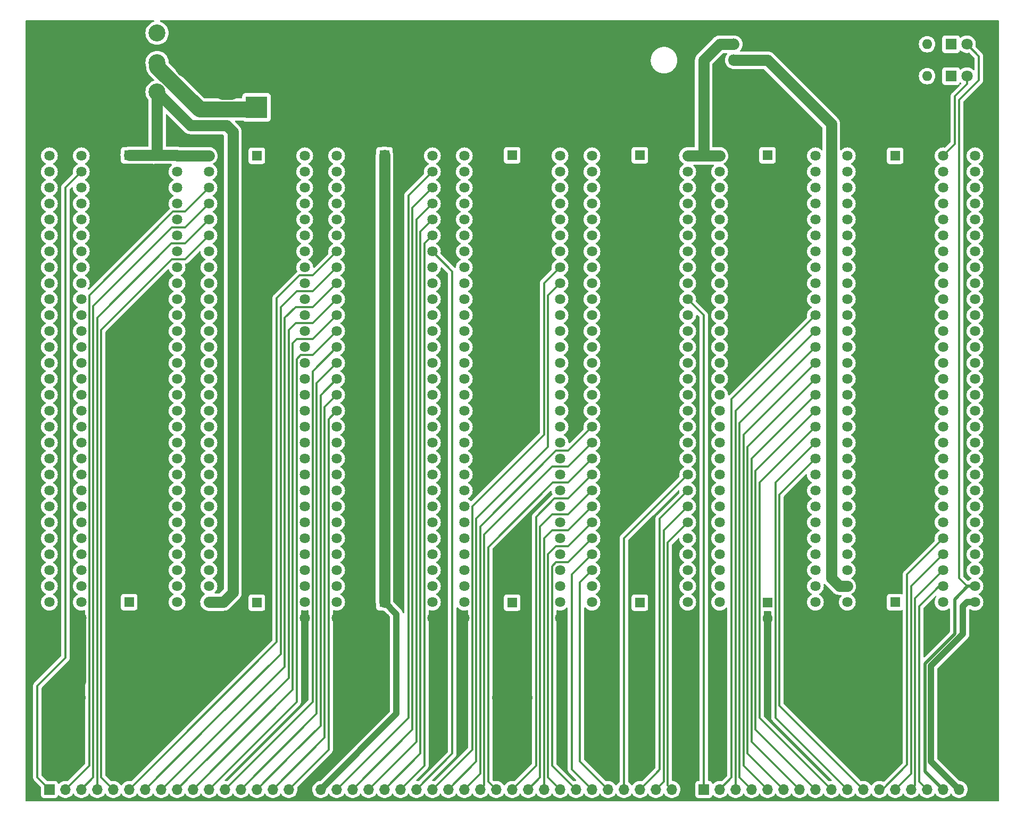
<source format=gbl>
G04 #@! TF.GenerationSoftware,KiCad,Pcbnew,7.0.7*
G04 #@! TF.CreationDate,2023-08-22T15:23:36-04:00*
G04 #@! TF.ProjectId,1 - Backplkane,31202d20-4261-4636-9b70-6c6b616e652e,2*
G04 #@! TF.SameCoordinates,Original*
G04 #@! TF.FileFunction,Copper,L2,Bot*
G04 #@! TF.FilePolarity,Positive*
%FSLAX46Y46*%
G04 Gerber Fmt 4.6, Leading zero omitted, Abs format (unit mm)*
G04 Created by KiCad (PCBNEW 7.0.7) date 2023-08-22 15:23:36*
%MOMM*%
%LPD*%
G01*
G04 APERTURE LIST*
G04 Aperture macros list*
%AMRoundRect*
0 Rectangle with rounded corners*
0 $1 Rounding radius*
0 $2 $3 $4 $5 $6 $7 $8 $9 X,Y pos of 4 corners*
0 Add a 4 corners polygon primitive as box body*
4,1,4,$2,$3,$4,$5,$6,$7,$8,$9,$2,$3,0*
0 Add four circle primitives for the rounded corners*
1,1,$1+$1,$2,$3*
1,1,$1+$1,$4,$5*
1,1,$1+$1,$6,$7*
1,1,$1+$1,$8,$9*
0 Add four rect primitives between the rounded corners*
20,1,$1+$1,$2,$3,$4,$5,0*
20,1,$1+$1,$4,$5,$6,$7,0*
20,1,$1+$1,$6,$7,$8,$9,0*
20,1,$1+$1,$8,$9,$2,$3,0*%
G04 Aperture macros list end*
G04 #@! TA.AperFunction,ComponentPad*
%ADD10C,0.800000*%
G04 #@! TD*
G04 #@! TA.AperFunction,ComponentPad*
%ADD11C,6.400000*%
G04 #@! TD*
G04 #@! TA.AperFunction,ComponentPad*
%ADD12R,1.600000X1.600000*%
G04 #@! TD*
G04 #@! TA.AperFunction,ComponentPad*
%ADD13C,1.600000*%
G04 #@! TD*
G04 #@! TA.AperFunction,ComponentPad*
%ADD14R,3.500000X3.500000*%
G04 #@! TD*
G04 #@! TA.AperFunction,ComponentPad*
%ADD15RoundRect,0.750000X-1.000000X0.750000X-1.000000X-0.750000X1.000000X-0.750000X1.000000X0.750000X0*%
G04 #@! TD*
G04 #@! TA.AperFunction,ComponentPad*
%ADD16RoundRect,0.875000X-0.875000X0.875000X-0.875000X-0.875000X0.875000X-0.875000X0.875000X0.875000X0*%
G04 #@! TD*
G04 #@! TA.AperFunction,ComponentPad*
%ADD17R,1.800000X1.800000*%
G04 #@! TD*
G04 #@! TA.AperFunction,ComponentPad*
%ADD18O,1.800000X1.800000*%
G04 #@! TD*
G04 #@! TA.AperFunction,ComponentPad*
%ADD19O,1.600000X1.600000*%
G04 #@! TD*
G04 #@! TA.AperFunction,ComponentPad*
%ADD20R,1.638000X1.638000*%
G04 #@! TD*
G04 #@! TA.AperFunction,ComponentPad*
%ADD21C,1.638000*%
G04 #@! TD*
G04 #@! TA.AperFunction,ComponentPad*
%ADD22C,1.800000*%
G04 #@! TD*
G04 #@! TA.AperFunction,ComponentPad*
%ADD23R,1.700000X1.700000*%
G04 #@! TD*
G04 #@! TA.AperFunction,ComponentPad*
%ADD24O,1.700000X1.700000*%
G04 #@! TD*
G04 #@! TA.AperFunction,ComponentPad*
%ADD25C,2.700000*%
G04 #@! TD*
G04 #@! TA.AperFunction,Conductor*
%ADD26C,2.500000*%
G04 #@! TD*
G04 #@! TA.AperFunction,Conductor*
%ADD27C,1.000000*%
G04 #@! TD*
G04 #@! TA.AperFunction,Conductor*
%ADD28C,1.750000*%
G04 #@! TD*
G04 #@! TA.AperFunction,Conductor*
%ADD29C,0.333000*%
G04 #@! TD*
G04 #@! TA.AperFunction,Conductor*
%ADD30C,1.500000*%
G04 #@! TD*
G04 #@! TA.AperFunction,Conductor*
%ADD31C,0.500000*%
G04 #@! TD*
G04 APERTURE END LIST*
D10*
X161430000Y-41910000D03*
X162132944Y-40212944D03*
X162132944Y-43607056D03*
X163830000Y-39510000D03*
D11*
X163830000Y-41910000D03*
D10*
X163830000Y-44310000D03*
X165527056Y-40212944D03*
X165527056Y-43607056D03*
X166230000Y-41910000D03*
D12*
X92710000Y-128270000D03*
D13*
X92710000Y-130770000D03*
D14*
X72331500Y-49434000D03*
D15*
X72331500Y-43434000D03*
D16*
X67631500Y-46434000D03*
D12*
X52070000Y-57062379D03*
D13*
X52070000Y-54562379D03*
D10*
X39510000Y-143510000D03*
X40212944Y-141812944D03*
X40212944Y-145207056D03*
X41910000Y-141110000D03*
D11*
X41910000Y-143510000D03*
D10*
X41910000Y-145910000D03*
X43607056Y-141812944D03*
X43607056Y-145207056D03*
X44310000Y-143510000D03*
D12*
X113030000Y-128357621D03*
D13*
X113030000Y-130857621D03*
D17*
X148295000Y-44450000D03*
D18*
X148295000Y-41910000D03*
X148295000Y-39370000D03*
D12*
X52070000Y-128270000D03*
D13*
X52070000Y-130770000D03*
X168910000Y-44450000D03*
D19*
X179070000Y-44450000D03*
D20*
X85090000Y-54610000D03*
D21*
X85090000Y-57150000D03*
X85090000Y-59690000D03*
X85090000Y-62230000D03*
X85090000Y-64770000D03*
X85090000Y-67310000D03*
X85090000Y-69850000D03*
X85090000Y-72390000D03*
X85090000Y-74930000D03*
X85090000Y-77470000D03*
X85090000Y-80010000D03*
X85090000Y-82550000D03*
X85090000Y-85090000D03*
X85090000Y-87630000D03*
X85090000Y-90170000D03*
X85090000Y-92710000D03*
X85090000Y-95250000D03*
X85090000Y-97790000D03*
X85090000Y-100330000D03*
X85090000Y-102870000D03*
X85090000Y-105410000D03*
X85090000Y-107950000D03*
X85090000Y-110490000D03*
X85090000Y-113030000D03*
X85090000Y-115570000D03*
X85090000Y-118110000D03*
X85090000Y-120650000D03*
X85090000Y-123190000D03*
X85090000Y-125730000D03*
X85090000Y-128270000D03*
X85090000Y-130810000D03*
X80010000Y-54610000D03*
X80010000Y-57150000D03*
X80010000Y-59690000D03*
X80010000Y-62230000D03*
X80010000Y-64770000D03*
X80010000Y-67310000D03*
X80010000Y-69850000D03*
X80010000Y-72390000D03*
X80010000Y-74930000D03*
X80010000Y-77470000D03*
X80010000Y-80010000D03*
X80010000Y-82550000D03*
X80010000Y-85090000D03*
X80010000Y-87630000D03*
X80010000Y-90170000D03*
X80010000Y-92710000D03*
X80010000Y-95250000D03*
X80010000Y-97790000D03*
X80010000Y-100330000D03*
X80010000Y-102870000D03*
X80010000Y-105410000D03*
X80010000Y-107950000D03*
X80010000Y-110490000D03*
X80010000Y-113030000D03*
X80010000Y-115570000D03*
X80010000Y-118110000D03*
X80010000Y-120650000D03*
X80010000Y-123190000D03*
X80010000Y-125730000D03*
X80010000Y-128270000D03*
X80010000Y-130810000D03*
D20*
X105410000Y-54610000D03*
D21*
X105410000Y-57150000D03*
X105410000Y-59690000D03*
X105410000Y-62230000D03*
X105410000Y-64770000D03*
X105410000Y-67310000D03*
X105410000Y-69850000D03*
X105410000Y-72390000D03*
X105410000Y-74930000D03*
X105410000Y-77470000D03*
X105410000Y-80010000D03*
X105410000Y-82550000D03*
X105410000Y-85090000D03*
X105410000Y-87630000D03*
X105410000Y-90170000D03*
X105410000Y-92710000D03*
X105410000Y-95250000D03*
X105410000Y-97790000D03*
X105410000Y-100330000D03*
X105410000Y-102870000D03*
X105410000Y-105410000D03*
X105410000Y-107950000D03*
X105410000Y-110490000D03*
X105410000Y-113030000D03*
X105410000Y-115570000D03*
X105410000Y-118110000D03*
X105410000Y-120650000D03*
X105410000Y-123190000D03*
X105410000Y-125730000D03*
X105410000Y-128270000D03*
X105410000Y-130810000D03*
X100330000Y-54610000D03*
X100330000Y-57150000D03*
X100330000Y-59690000D03*
X100330000Y-62230000D03*
X100330000Y-64770000D03*
X100330000Y-67310000D03*
X100330000Y-69850000D03*
X100330000Y-72390000D03*
X100330000Y-74930000D03*
X100330000Y-77470000D03*
X100330000Y-80010000D03*
X100330000Y-82550000D03*
X100330000Y-85090000D03*
X100330000Y-87630000D03*
X100330000Y-90170000D03*
X100330000Y-92710000D03*
X100330000Y-95250000D03*
X100330000Y-97790000D03*
X100330000Y-100330000D03*
X100330000Y-102870000D03*
X100330000Y-105410000D03*
X100330000Y-107950000D03*
X100330000Y-110490000D03*
X100330000Y-113030000D03*
X100330000Y-115570000D03*
X100330000Y-118110000D03*
X100330000Y-120650000D03*
X100330000Y-123190000D03*
X100330000Y-125730000D03*
X100330000Y-128270000D03*
X100330000Y-130810000D03*
D20*
X186690000Y-54610000D03*
D21*
X186690000Y-57150000D03*
X186690000Y-59690000D03*
X186690000Y-62230000D03*
X186690000Y-64770000D03*
X186690000Y-67310000D03*
X186690000Y-69850000D03*
X186690000Y-72390000D03*
X186690000Y-74930000D03*
X186690000Y-77470000D03*
X186690000Y-80010000D03*
X186690000Y-82550000D03*
X186690000Y-85090000D03*
X186690000Y-87630000D03*
X186690000Y-90170000D03*
X186690000Y-92710000D03*
X186690000Y-95250000D03*
X186690000Y-97790000D03*
X186690000Y-100330000D03*
X186690000Y-102870000D03*
X186690000Y-105410000D03*
X186690000Y-107950000D03*
X186690000Y-110490000D03*
X186690000Y-113030000D03*
X186690000Y-115570000D03*
X186690000Y-118110000D03*
X186690000Y-120650000D03*
X186690000Y-123190000D03*
X186690000Y-125730000D03*
X186690000Y-128270000D03*
X186690000Y-130810000D03*
X181610000Y-54610000D03*
X181610000Y-57150000D03*
X181610000Y-59690000D03*
X181610000Y-62230000D03*
X181610000Y-64770000D03*
X181610000Y-67310000D03*
X181610000Y-69850000D03*
X181610000Y-72390000D03*
X181610000Y-74930000D03*
X181610000Y-77470000D03*
X181610000Y-80010000D03*
X181610000Y-82550000D03*
X181610000Y-85090000D03*
X181610000Y-87630000D03*
X181610000Y-90170000D03*
X181610000Y-92710000D03*
X181610000Y-95250000D03*
X181610000Y-97790000D03*
X181610000Y-100330000D03*
X181610000Y-102870000D03*
X181610000Y-105410000D03*
X181610000Y-107950000D03*
X181610000Y-110490000D03*
X181610000Y-113030000D03*
X181610000Y-115570000D03*
X181610000Y-118110000D03*
X181610000Y-120650000D03*
X181610000Y-123190000D03*
X181610000Y-125730000D03*
X181610000Y-128270000D03*
X181610000Y-130810000D03*
D17*
X182875000Y-44450000D03*
D22*
X185415000Y-44450000D03*
D13*
X168910000Y-39370000D03*
D19*
X179070000Y-39370000D03*
D12*
X113030000Y-57062379D03*
D13*
X113030000Y-54562379D03*
D12*
X92710000Y-57062379D03*
D13*
X92710000Y-54562379D03*
D20*
X64770000Y-54610000D03*
D21*
X64770000Y-57150000D03*
X64770000Y-59690000D03*
X64770000Y-62230000D03*
X64770000Y-64770000D03*
X64770000Y-67310000D03*
X64770000Y-69850000D03*
X64770000Y-72390000D03*
X64770000Y-74930000D03*
X64770000Y-77470000D03*
X64770000Y-80010000D03*
X64770000Y-82550000D03*
X64770000Y-85090000D03*
X64770000Y-87630000D03*
X64770000Y-90170000D03*
X64770000Y-92710000D03*
X64770000Y-95250000D03*
X64770000Y-97790000D03*
X64770000Y-100330000D03*
X64770000Y-102870000D03*
X64770000Y-105410000D03*
X64770000Y-107950000D03*
X64770000Y-110490000D03*
X64770000Y-113030000D03*
X64770000Y-115570000D03*
X64770000Y-118110000D03*
X64770000Y-120650000D03*
X64770000Y-123190000D03*
X64770000Y-125730000D03*
X64770000Y-128270000D03*
X64770000Y-130810000D03*
X59690000Y-54610000D03*
X59690000Y-57150000D03*
X59690000Y-59690000D03*
X59690000Y-62230000D03*
X59690000Y-64770000D03*
X59690000Y-67310000D03*
X59690000Y-69850000D03*
X59690000Y-72390000D03*
X59690000Y-74930000D03*
X59690000Y-77470000D03*
X59690000Y-80010000D03*
X59690000Y-82550000D03*
X59690000Y-85090000D03*
X59690000Y-87630000D03*
X59690000Y-90170000D03*
X59690000Y-92710000D03*
X59690000Y-95250000D03*
X59690000Y-97790000D03*
X59690000Y-100330000D03*
X59690000Y-102870000D03*
X59690000Y-105410000D03*
X59690000Y-107950000D03*
X59690000Y-110490000D03*
X59690000Y-113030000D03*
X59690000Y-115570000D03*
X59690000Y-118110000D03*
X59690000Y-120650000D03*
X59690000Y-123190000D03*
X59690000Y-125730000D03*
X59690000Y-128270000D03*
X59690000Y-130810000D03*
D10*
X110630000Y-143510000D03*
X111332944Y-141812944D03*
X111332944Y-145207056D03*
X113030000Y-141110000D03*
D11*
X113030000Y-143510000D03*
D10*
X113030000Y-145910000D03*
X114727056Y-141812944D03*
X114727056Y-145207056D03*
X115430000Y-143510000D03*
D12*
X133350000Y-57062379D03*
D13*
X133350000Y-54562379D03*
D12*
X153670000Y-57062379D03*
D13*
X153670000Y-54562379D03*
D23*
X143525000Y-158115000D03*
D24*
X146065000Y-158115000D03*
X148605000Y-158115000D03*
X151145000Y-158115000D03*
X153685000Y-158115000D03*
X156225000Y-158115000D03*
X158765000Y-158115000D03*
X161305000Y-158115000D03*
X163845000Y-158115000D03*
X166385000Y-158115000D03*
X168925000Y-158115000D03*
X171465000Y-158115000D03*
X174005000Y-158115000D03*
X176545000Y-158115000D03*
X179085000Y-158115000D03*
X181625000Y-158115000D03*
X184165000Y-158115000D03*
X186705000Y-158115000D03*
D12*
X173990000Y-128270000D03*
D13*
X173990000Y-130770000D03*
D25*
X56515000Y-46990000D03*
X56515000Y-42290000D03*
X56515000Y-37590000D03*
X43815000Y-44830000D03*
X43815000Y-39750000D03*
D12*
X173990000Y-57150000D03*
D13*
X173990000Y-54650000D03*
D10*
X59830000Y-41910000D03*
X60532944Y-40212944D03*
X60532944Y-43607056D03*
X62230000Y-39510000D03*
D11*
X62230000Y-41910000D03*
D10*
X62230000Y-44310000D03*
X63927056Y-40212944D03*
X63927056Y-43607056D03*
X64630000Y-41910000D03*
D17*
X182875000Y-39370000D03*
D22*
X185415000Y-39370000D03*
D12*
X72390000Y-57150000D03*
D13*
X72390000Y-54650000D03*
D12*
X133350000Y-128357621D03*
D13*
X133350000Y-130857621D03*
D20*
X44450000Y-54610000D03*
D21*
X44450000Y-57150000D03*
X44450000Y-59690000D03*
X44450000Y-62230000D03*
X44450000Y-64770000D03*
X44450000Y-67310000D03*
X44450000Y-69850000D03*
X44450000Y-72390000D03*
X44450000Y-74930000D03*
X44450000Y-77470000D03*
X44450000Y-80010000D03*
X44450000Y-82550000D03*
X44450000Y-85090000D03*
X44450000Y-87630000D03*
X44450000Y-90170000D03*
X44450000Y-92710000D03*
X44450000Y-95250000D03*
X44450000Y-97790000D03*
X44450000Y-100330000D03*
X44450000Y-102870000D03*
X44450000Y-105410000D03*
X44450000Y-107950000D03*
X44450000Y-110490000D03*
X44450000Y-113030000D03*
X44450000Y-115570000D03*
X44450000Y-118110000D03*
X44450000Y-120650000D03*
X44450000Y-123190000D03*
X44450000Y-125730000D03*
X44450000Y-128270000D03*
X44450000Y-130810000D03*
X39370000Y-54610000D03*
X39370000Y-57150000D03*
X39370000Y-59690000D03*
X39370000Y-62230000D03*
X39370000Y-64770000D03*
X39370000Y-67310000D03*
X39370000Y-69850000D03*
X39370000Y-72390000D03*
X39370000Y-74930000D03*
X39370000Y-77470000D03*
X39370000Y-80010000D03*
X39370000Y-82550000D03*
X39370000Y-85090000D03*
X39370000Y-87630000D03*
X39370000Y-90170000D03*
X39370000Y-92710000D03*
X39370000Y-95250000D03*
X39370000Y-97790000D03*
X39370000Y-100330000D03*
X39370000Y-102870000D03*
X39370000Y-105410000D03*
X39370000Y-107950000D03*
X39370000Y-110490000D03*
X39370000Y-113030000D03*
X39370000Y-115570000D03*
X39370000Y-118110000D03*
X39370000Y-120650000D03*
X39370000Y-123190000D03*
X39370000Y-125730000D03*
X39370000Y-128270000D03*
X39370000Y-130810000D03*
D23*
X39375000Y-158115000D03*
D24*
X41915000Y-158115000D03*
X44455000Y-158115000D03*
X46995000Y-158115000D03*
X49535000Y-158115000D03*
X52075000Y-158115000D03*
X54615000Y-158115000D03*
X57155000Y-158115000D03*
X59695000Y-158115000D03*
X62235000Y-158115000D03*
X64775000Y-158115000D03*
X67315000Y-158115000D03*
X69855000Y-158115000D03*
X72395000Y-158115000D03*
X74935000Y-158115000D03*
X77475000Y-158115000D03*
X80015000Y-158115000D03*
X82555000Y-158115000D03*
X85095000Y-158115000D03*
X87635000Y-158115000D03*
X90175000Y-158115000D03*
X92715000Y-158115000D03*
X95255000Y-158115000D03*
X97795000Y-158115000D03*
X100335000Y-158115000D03*
X102875000Y-158115000D03*
X105415000Y-158115000D03*
X107955000Y-158115000D03*
X110495000Y-158115000D03*
X113035000Y-158115000D03*
X115575000Y-158115000D03*
X118115000Y-158115000D03*
X120655000Y-158115000D03*
X123195000Y-158115000D03*
X125735000Y-158115000D03*
X128275000Y-158115000D03*
X130815000Y-158115000D03*
X133355000Y-158115000D03*
X135895000Y-158115000D03*
X138435000Y-158115000D03*
D20*
X125730000Y-54610000D03*
D21*
X125730000Y-57150000D03*
X125730000Y-59690000D03*
X125730000Y-62230000D03*
X125730000Y-64770000D03*
X125730000Y-67310000D03*
X125730000Y-69850000D03*
X125730000Y-72390000D03*
X125730000Y-74930000D03*
X125730000Y-77470000D03*
X125730000Y-80010000D03*
X125730000Y-82550000D03*
X125730000Y-85090000D03*
X125730000Y-87630000D03*
X125730000Y-90170000D03*
X125730000Y-92710000D03*
X125730000Y-95250000D03*
X125730000Y-97790000D03*
X125730000Y-100330000D03*
X125730000Y-102870000D03*
X125730000Y-105410000D03*
X125730000Y-107950000D03*
X125730000Y-110490000D03*
X125730000Y-113030000D03*
X125730000Y-115570000D03*
X125730000Y-118110000D03*
X125730000Y-120650000D03*
X125730000Y-123190000D03*
X125730000Y-125730000D03*
X125730000Y-128270000D03*
X125730000Y-130810000D03*
X120650000Y-54610000D03*
X120650000Y-57150000D03*
X120650000Y-59690000D03*
X120650000Y-62230000D03*
X120650000Y-64770000D03*
X120650000Y-67310000D03*
X120650000Y-69850000D03*
X120650000Y-72390000D03*
X120650000Y-74930000D03*
X120650000Y-77470000D03*
X120650000Y-80010000D03*
X120650000Y-82550000D03*
X120650000Y-85090000D03*
X120650000Y-87630000D03*
X120650000Y-90170000D03*
X120650000Y-92710000D03*
X120650000Y-95250000D03*
X120650000Y-97790000D03*
X120650000Y-100330000D03*
X120650000Y-102870000D03*
X120650000Y-105410000D03*
X120650000Y-107950000D03*
X120650000Y-110490000D03*
X120650000Y-113030000D03*
X120650000Y-115570000D03*
X120650000Y-118110000D03*
X120650000Y-120650000D03*
X120650000Y-123190000D03*
X120650000Y-125730000D03*
X120650000Y-128270000D03*
X120650000Y-130810000D03*
D10*
X110630000Y-41910000D03*
X111332944Y-40212944D03*
X111332944Y-43607056D03*
X113030000Y-39510000D03*
D11*
X113030000Y-41910000D03*
D10*
X113030000Y-44310000D03*
X114727056Y-40212944D03*
X114727056Y-43607056D03*
X115430000Y-41910000D03*
D12*
X72390000Y-128357621D03*
D13*
X72390000Y-130857621D03*
D12*
X153670000Y-128357621D03*
D13*
X153670000Y-130857621D03*
D10*
X181750000Y-143510000D03*
X182452944Y-141812944D03*
X182452944Y-145207056D03*
X184150000Y-141110000D03*
D11*
X184150000Y-143510000D03*
D10*
X184150000Y-145910000D03*
X185847056Y-141812944D03*
X185847056Y-145207056D03*
X186550000Y-143510000D03*
D20*
X166370000Y-54610000D03*
D21*
X166370000Y-57150000D03*
X166370000Y-59690000D03*
X166370000Y-62230000D03*
X166370000Y-64770000D03*
X166370000Y-67310000D03*
X166370000Y-69850000D03*
X166370000Y-72390000D03*
X166370000Y-74930000D03*
X166370000Y-77470000D03*
X166370000Y-80010000D03*
X166370000Y-82550000D03*
X166370000Y-85090000D03*
X166370000Y-87630000D03*
X166370000Y-90170000D03*
X166370000Y-92710000D03*
X166370000Y-95250000D03*
X166370000Y-97790000D03*
X166370000Y-100330000D03*
X166370000Y-102870000D03*
X166370000Y-105410000D03*
X166370000Y-107950000D03*
X166370000Y-110490000D03*
X166370000Y-113030000D03*
X166370000Y-115570000D03*
X166370000Y-118110000D03*
X166370000Y-120650000D03*
X166370000Y-123190000D03*
X166370000Y-125730000D03*
X166370000Y-128270000D03*
X166370000Y-130810000D03*
X161290000Y-54610000D03*
X161290000Y-57150000D03*
X161290000Y-59690000D03*
X161290000Y-62230000D03*
X161290000Y-64770000D03*
X161290000Y-67310000D03*
X161290000Y-69850000D03*
X161290000Y-72390000D03*
X161290000Y-74930000D03*
X161290000Y-77470000D03*
X161290000Y-80010000D03*
X161290000Y-82550000D03*
X161290000Y-85090000D03*
X161290000Y-87630000D03*
X161290000Y-90170000D03*
X161290000Y-92710000D03*
X161290000Y-95250000D03*
X161290000Y-97790000D03*
X161290000Y-100330000D03*
X161290000Y-102870000D03*
X161290000Y-105410000D03*
X161290000Y-107950000D03*
X161290000Y-110490000D03*
X161290000Y-113030000D03*
X161290000Y-115570000D03*
X161290000Y-118110000D03*
X161290000Y-120650000D03*
X161290000Y-123190000D03*
X161290000Y-125730000D03*
X161290000Y-128270000D03*
X161290000Y-130810000D03*
D20*
X146050000Y-54610000D03*
D21*
X146050000Y-57150000D03*
X146050000Y-59690000D03*
X146050000Y-62230000D03*
X146050000Y-64770000D03*
X146050000Y-67310000D03*
X146050000Y-69850000D03*
X146050000Y-72390000D03*
X146050000Y-74930000D03*
X146050000Y-77470000D03*
X146050000Y-80010000D03*
X146050000Y-82550000D03*
X146050000Y-85090000D03*
X146050000Y-87630000D03*
X146050000Y-90170000D03*
X146050000Y-92710000D03*
X146050000Y-95250000D03*
X146050000Y-97790000D03*
X146050000Y-100330000D03*
X146050000Y-102870000D03*
X146050000Y-105410000D03*
X146050000Y-107950000D03*
X146050000Y-110490000D03*
X146050000Y-113030000D03*
X146050000Y-115570000D03*
X146050000Y-118110000D03*
X146050000Y-120650000D03*
X146050000Y-123190000D03*
X146050000Y-125730000D03*
X146050000Y-128270000D03*
X146050000Y-130810000D03*
X140970000Y-54610000D03*
X140970000Y-57150000D03*
X140970000Y-59690000D03*
X140970000Y-62230000D03*
X140970000Y-64770000D03*
X140970000Y-67310000D03*
X140970000Y-69850000D03*
X140970000Y-72390000D03*
X140970000Y-74930000D03*
X140970000Y-77470000D03*
X140970000Y-80010000D03*
X140970000Y-82550000D03*
X140970000Y-85090000D03*
X140970000Y-87630000D03*
X140970000Y-90170000D03*
X140970000Y-92710000D03*
X140970000Y-95250000D03*
X140970000Y-97790000D03*
X140970000Y-100330000D03*
X140970000Y-102870000D03*
X140970000Y-105410000D03*
X140970000Y-107950000D03*
X140970000Y-110490000D03*
X140970000Y-113030000D03*
X140970000Y-115570000D03*
X140970000Y-118110000D03*
X140970000Y-120650000D03*
X140970000Y-123190000D03*
X140970000Y-125730000D03*
X140970000Y-128270000D03*
X140970000Y-130810000D03*
D26*
X71981500Y-49784000D02*
X72331500Y-49434000D01*
X63323453Y-49784000D02*
X71981500Y-49784000D01*
X56515000Y-42975547D02*
X63323453Y-49784000D01*
X56515000Y-42290000D02*
X56515000Y-42975547D01*
D27*
X186690000Y-128270000D02*
X185420000Y-128270000D01*
D28*
X56515000Y-46990000D02*
X61849000Y-52324000D01*
X140970000Y-57150000D02*
X143510000Y-57150000D01*
D27*
X94615000Y-146055000D02*
X94615000Y-130175000D01*
D28*
X67056000Y-128270000D02*
X64770000Y-128270000D01*
X143510000Y-57150000D02*
X146050000Y-57150000D01*
X92710000Y-128270000D02*
X92710000Y-57062379D01*
D27*
X185420000Y-128270000D02*
X184785000Y-128905000D01*
D29*
X185415000Y-45725000D02*
X183515000Y-47625000D01*
D28*
X68580000Y-126746000D02*
X67056000Y-128270000D01*
D29*
X183515000Y-55245000D02*
X181610000Y-57150000D01*
D28*
X59690000Y-57150000D02*
X64770000Y-57150000D01*
X56515000Y-46990000D02*
X56515000Y-56515000D01*
D29*
X183515000Y-47625000D02*
X183515000Y-55245000D01*
D27*
X179705000Y-138430000D02*
X179705000Y-153655000D01*
D28*
X59602379Y-57062379D02*
X59690000Y-57150000D01*
D27*
X184785000Y-128905000D02*
X184785000Y-133350000D01*
D28*
X56515000Y-56515000D02*
X55967621Y-57062379D01*
D27*
X184785000Y-133350000D02*
X179705000Y-138430000D01*
D28*
X146050000Y-39370000D02*
X143510000Y-41910000D01*
D27*
X82555000Y-158115000D02*
X94615000Y-146055000D01*
D29*
X185415000Y-44450000D02*
X185415000Y-45725000D01*
D28*
X52070000Y-57062379D02*
X55967621Y-57062379D01*
X143510000Y-41910000D02*
X143510000Y-57150000D01*
X148295000Y-39370000D02*
X146050000Y-39370000D01*
X68580000Y-53340000D02*
X68580000Y-126746000D01*
X67564000Y-52324000D02*
X68580000Y-53340000D01*
D27*
X179705000Y-153655000D02*
X184165000Y-158115000D01*
D28*
X55967621Y-57062379D02*
X59602379Y-57062379D01*
X61849000Y-52324000D02*
X67564000Y-52324000D01*
D27*
X94615000Y-130175000D02*
X92710000Y-128270000D01*
D30*
X82550000Y-54610000D02*
X82550000Y-48895000D01*
D27*
X188595000Y-135255000D02*
X188595000Y-143510000D01*
D30*
X82550000Y-48895000D02*
X77089000Y-43434000D01*
X77089000Y-43434000D02*
X72331500Y-43434000D01*
X166370000Y-54610000D02*
X166370000Y-44450000D01*
D28*
X148295000Y-44450000D02*
X148295000Y-52365000D01*
D30*
X113030000Y-143510000D02*
X113030000Y-130857621D01*
D27*
X92710000Y-145420000D02*
X92710000Y-130770000D01*
D30*
X44450000Y-130810000D02*
X44450000Y-140970000D01*
D27*
X80015000Y-158115000D02*
X92710000Y-145420000D01*
D30*
X166370000Y-44450000D02*
X163830000Y-41910000D01*
X44450000Y-140970000D02*
X41910000Y-143510000D01*
D27*
X188595000Y-156225000D02*
X186705000Y-158115000D01*
X186690000Y-130810000D02*
X186690000Y-133350000D01*
X186690000Y-133350000D02*
X188595000Y-135255000D01*
D30*
X113030000Y-54562379D02*
X113030000Y-41910000D01*
X80037000Y-54610000D02*
X82550000Y-54610000D01*
X82550000Y-54610000D02*
X85117000Y-54610000D01*
D28*
X148295000Y-52365000D02*
X146050000Y-54610000D01*
D27*
X188595000Y-143510000D02*
X188595000Y-156225000D01*
X184150000Y-143510000D02*
X188595000Y-143510000D01*
D29*
X41910000Y-137160000D02*
X41910000Y-62230000D01*
X39375000Y-158115000D02*
X39370000Y-158115000D01*
X41910000Y-62230000D02*
X44450000Y-59690000D01*
X37465000Y-141605000D02*
X41910000Y-137160000D01*
X37465000Y-156210000D02*
X37465000Y-141605000D01*
X39370000Y-158115000D02*
X37465000Y-156210000D01*
X60960000Y-66040000D02*
X64770000Y-62230000D01*
X45720000Y-154310000D02*
X45720000Y-79375000D01*
X59055000Y-66040000D02*
X60960000Y-66040000D01*
X41915000Y-158115000D02*
X45720000Y-154310000D01*
X45720000Y-79375000D02*
X59055000Y-66040000D01*
X44455000Y-158115000D02*
X46355000Y-156215000D01*
X60960000Y-68580000D02*
X64770000Y-64770000D01*
X46355000Y-81076724D02*
X58851724Y-68580000D01*
X46355000Y-156215000D02*
X46355000Y-81076724D01*
X58851724Y-68580000D02*
X60960000Y-68580000D01*
X60960000Y-71120000D02*
X64770000Y-67310000D01*
X58794612Y-71120000D02*
X60960000Y-71120000D01*
X46995000Y-82919612D02*
X58794612Y-71120000D01*
X46995000Y-158115000D02*
X46995000Y-82919612D01*
X47625000Y-156205000D02*
X47625000Y-84886724D01*
X60960000Y-73660000D02*
X64770000Y-69850000D01*
X58851724Y-73660000D02*
X60960000Y-73660000D01*
X49535000Y-158115000D02*
X47625000Y-156205000D01*
X47625000Y-84886724D02*
X58851724Y-73660000D01*
X58420000Y-151770000D02*
X58420000Y-151765000D01*
X58420000Y-151765000D02*
X75565000Y-134620000D01*
X75565000Y-79806724D02*
X79171724Y-76200000D01*
X52075000Y-158115000D02*
X58420000Y-151770000D01*
X75565000Y-134620000D02*
X75565000Y-79806724D01*
X79171724Y-76200000D02*
X81307000Y-76200000D01*
X81307000Y-76200000D02*
X85117000Y-72390000D01*
X54615000Y-158115000D02*
X65408500Y-147321500D01*
X65408500Y-147321500D02*
X65408500Y-147316500D01*
X76200000Y-136525000D02*
X76200000Y-81280000D01*
X76200000Y-81280000D02*
X78740000Y-78740000D01*
X65408500Y-147316500D02*
X76200000Y-136525000D01*
X81307000Y-78740000D02*
X85117000Y-74930000D01*
X78740000Y-78740000D02*
X81307000Y-78740000D01*
X57155000Y-158115000D02*
X57266070Y-158115000D01*
X57266070Y-158115000D02*
X76835000Y-138546070D01*
X81307000Y-81280000D02*
X85117000Y-77470000D01*
X76835000Y-138546070D02*
X76835000Y-82995224D01*
X76835000Y-82995224D02*
X78550224Y-81280000D01*
X78550224Y-81280000D02*
X81307000Y-81280000D01*
X61600000Y-156210000D02*
X61600000Y-156205000D01*
X77470000Y-84900224D02*
X78550224Y-83820000D01*
X59695000Y-158115000D02*
X61600000Y-156210000D01*
X61600000Y-156205000D02*
X77470000Y-140335000D01*
X78550224Y-83820000D02*
X81307000Y-83820000D01*
X81307000Y-83820000D02*
X85117000Y-80010000D01*
X77470000Y-140335000D02*
X77470000Y-84900224D01*
X78105000Y-142245000D02*
X78105000Y-86995000D01*
X62235000Y-158115000D02*
X78105000Y-142245000D01*
X78740000Y-86360000D02*
X81307000Y-86360000D01*
X78105000Y-86995000D02*
X78740000Y-86360000D01*
X81307000Y-86360000D02*
X85117000Y-82550000D01*
X78740000Y-89535000D02*
X79375000Y-88900000D01*
X81307000Y-88900000D02*
X85117000Y-85090000D01*
X64775000Y-158115000D02*
X78740000Y-144150000D01*
X78740000Y-144150000D02*
X78740000Y-89535000D01*
X79375000Y-88900000D02*
X81307000Y-88900000D01*
X81280000Y-91467000D02*
X85117000Y-87630000D01*
X71125000Y-154300000D02*
X81280000Y-144145000D01*
X81280000Y-144145000D02*
X81280000Y-91467000D01*
X67315000Y-158115000D02*
X71125000Y-154305000D01*
X71125000Y-154305000D02*
X71125000Y-154300000D01*
X81915000Y-93372000D02*
X85117000Y-90170000D01*
X81915000Y-146055000D02*
X81915000Y-93372000D01*
X69855000Y-158115000D02*
X81915000Y-146055000D01*
X82550000Y-95277000D02*
X85117000Y-92710000D01*
X78110000Y-152395000D02*
X82550000Y-147955000D01*
X82550000Y-147955000D02*
X82550000Y-95277000D01*
X72395000Y-158115000D02*
X78110000Y-152400000D01*
X78110000Y-152400000D02*
X78110000Y-152395000D01*
X83185000Y-149865000D02*
X83185000Y-97182000D01*
X74935000Y-158115000D02*
X83185000Y-149865000D01*
X83185000Y-97182000D02*
X85117000Y-95250000D01*
X83820000Y-99087000D02*
X85117000Y-97790000D01*
X83820000Y-151770000D02*
X83820000Y-99087000D01*
X77475000Y-158115000D02*
X83820000Y-151770000D01*
X105415000Y-158115000D02*
X107950000Y-155580000D01*
X107950000Y-116205000D02*
X120015000Y-104140000D01*
X120015000Y-104140000D02*
X121920000Y-104140000D01*
X121920000Y-104140000D02*
X125730000Y-100330000D01*
X107950000Y-155580000D02*
X107950000Y-116205000D01*
X121920000Y-106680000D02*
X125730000Y-102870000D01*
X108585000Y-117475000D02*
X119380000Y-106680000D01*
X107955000Y-158115000D02*
X107955000Y-158110000D01*
X108585000Y-157480000D02*
X108585000Y-117475000D01*
X107955000Y-158110000D02*
X108585000Y-157480000D01*
X119380000Y-106680000D02*
X121920000Y-106680000D01*
X121920000Y-109220000D02*
X125730000Y-105410000D01*
X119494225Y-109220000D02*
X121920000Y-109220000D01*
X110495000Y-158115000D02*
X109220000Y-156840000D01*
X109220000Y-156840000D02*
X109220000Y-119494225D01*
X109220000Y-119494225D02*
X119494225Y-109220000D01*
X116840000Y-114674612D02*
X119754612Y-111760000D01*
X116840000Y-154310000D02*
X116840000Y-114674612D01*
X113035000Y-158115000D02*
X116840000Y-154310000D01*
X119754612Y-111760000D02*
X121920000Y-111760000D01*
X121920000Y-111760000D02*
X125730000Y-107950000D01*
X115575000Y-158115000D02*
X117475000Y-156215000D01*
X117475000Y-116205000D02*
X119380000Y-114300000D01*
X119380000Y-114300000D02*
X121920000Y-114300000D01*
X121920000Y-114300000D02*
X125730000Y-110490000D01*
X117475000Y-156215000D02*
X117475000Y-116205000D01*
X119380000Y-116840000D02*
X121920000Y-116840000D01*
X118115000Y-118105000D02*
X119380000Y-116840000D01*
X118115000Y-158115000D02*
X118115000Y-118105000D01*
X121920000Y-116840000D02*
X125730000Y-113030000D01*
X120015000Y-119380000D02*
X121920000Y-119380000D01*
X121920000Y-119380000D02*
X125730000Y-115570000D01*
X118750000Y-120645000D02*
X120015000Y-119380000D01*
X118750000Y-156210000D02*
X118750000Y-120645000D01*
X120655000Y-158115000D02*
X118750000Y-156210000D01*
X123195000Y-158115000D02*
X119380000Y-154300000D01*
X119380000Y-122555000D02*
X120015000Y-121920000D01*
X119380000Y-154300000D02*
X119380000Y-122555000D01*
X120015000Y-121920000D02*
X121920000Y-121920000D01*
X121920000Y-121920000D02*
X125730000Y-118110000D01*
X122555000Y-123825000D02*
X122555000Y-154935000D01*
X122555000Y-123825000D02*
X125730000Y-120650000D01*
X125735000Y-158115000D02*
X122557500Y-154937500D01*
X122555000Y-154935000D02*
X122557500Y-154937500D01*
X123825000Y-153665000D02*
X125097500Y-154937500D01*
X123825000Y-125095000D02*
X123825000Y-153665000D01*
X123825000Y-125095000D02*
X125730000Y-123190000D01*
X128275000Y-158115000D02*
X125097500Y-154937500D01*
X96520000Y-63500000D02*
X100330000Y-59690000D01*
X85095000Y-158115000D02*
X96520000Y-146690000D01*
X96520000Y-146690000D02*
X96520000Y-63500000D01*
X97155000Y-148595000D02*
X97155000Y-65405000D01*
X87635000Y-158115000D02*
X97155000Y-148595000D01*
X97155000Y-65405000D02*
X100330000Y-62230000D01*
X97790000Y-67310000D02*
X100330000Y-64770000D01*
X97790000Y-150500000D02*
X97790000Y-67310000D01*
X90175000Y-158115000D02*
X97790000Y-150500000D01*
X92715000Y-158115000D02*
X98425000Y-152405000D01*
X98425000Y-69215000D02*
X100330000Y-67310000D01*
X98425000Y-152405000D02*
X98425000Y-69215000D01*
X99060000Y-154310000D02*
X99060000Y-71120000D01*
X95255000Y-158115000D02*
X99060000Y-154310000D01*
X99060000Y-71120000D02*
X100330000Y-69850000D01*
X103505000Y-75565000D02*
X100330000Y-72390000D01*
X103505000Y-152405000D02*
X103505000Y-75565000D01*
X97795000Y-158115000D02*
X103505000Y-152405000D01*
X118110000Y-101600000D02*
X118110000Y-77470000D01*
X106680000Y-151770000D02*
X106680000Y-113030000D01*
X106680000Y-113030000D02*
X118110000Y-101600000D01*
X118110000Y-77470000D02*
X120650000Y-74930000D01*
X100335000Y-158115000D02*
X106680000Y-151770000D01*
X107315000Y-153675000D02*
X107315000Y-114935000D01*
X118745000Y-103505000D02*
X118745000Y-79375000D01*
X118745000Y-79375000D02*
X120650000Y-77470000D01*
X107315000Y-114935000D02*
X118745000Y-103505000D01*
X102875000Y-158115000D02*
X107315000Y-153675000D01*
X143525000Y-82565000D02*
X140970000Y-80010000D01*
X143525000Y-158115000D02*
X143525000Y-82565000D01*
X147955000Y-156225000D02*
X147955000Y-95885000D01*
X147955000Y-95885000D02*
X161290000Y-82550000D01*
X146065000Y-158115000D02*
X147955000Y-156225000D01*
X148605000Y-158115000D02*
X148605000Y-97775000D01*
X148605000Y-97775000D02*
X161290000Y-85090000D01*
X149225000Y-99695000D02*
X161290000Y-87630000D01*
X149225000Y-156195000D02*
X149225000Y-99695000D01*
X151145000Y-158115000D02*
X149225000Y-156195000D01*
X149860000Y-101600000D02*
X161290000Y-90170000D01*
X149860000Y-154290000D02*
X149860000Y-101600000D01*
X153685000Y-158115000D02*
X149860000Y-154290000D01*
X156225000Y-158115000D02*
X150495000Y-152385000D01*
X150495000Y-152385000D02*
X150495000Y-103505000D01*
X150495000Y-103505000D02*
X161290000Y-92710000D01*
X151130000Y-105410000D02*
X161290000Y-95250000D01*
X151130000Y-150480000D02*
X151130000Y-105410000D01*
X158765000Y-158115000D02*
X151130000Y-150480000D01*
X151765000Y-148575000D02*
X151765000Y-107315000D01*
X161305000Y-158115000D02*
X151765000Y-148575000D01*
X151765000Y-107315000D02*
X161290000Y-97790000D01*
X163845000Y-158115000D02*
X152400000Y-146670000D01*
X152400000Y-146670000D02*
X152400000Y-109220000D01*
X152400000Y-109220000D02*
X161290000Y-100330000D01*
X166385000Y-158115000D02*
X154955000Y-146685000D01*
X154955000Y-109205000D02*
X161290000Y-102870000D01*
X154955000Y-146685000D02*
X154955000Y-109205000D01*
X130815000Y-158115000D02*
X130815000Y-128559621D01*
X130810000Y-118110000D02*
X140970000Y-107950000D01*
X130815000Y-128559621D02*
X130810000Y-128554621D01*
X130810000Y-128554621D02*
X130810000Y-118110000D01*
X135890000Y-155580000D02*
X135890000Y-155575000D01*
X135890000Y-155575000D02*
X136525000Y-154940000D01*
X133355000Y-158115000D02*
X135890000Y-155580000D01*
X136525000Y-154940000D02*
X136525000Y-114935000D01*
X140970000Y-110490000D02*
X136525000Y-114935000D01*
X137160000Y-156850000D02*
X135895000Y-158115000D01*
X137160000Y-116840000D02*
X140970000Y-113030000D01*
X137160000Y-156850000D02*
X137160000Y-116840000D01*
X137795000Y-157480000D02*
X137795000Y-118745000D01*
X140970000Y-115570000D02*
X137795000Y-118745000D01*
X138435000Y-158115000D02*
X138430000Y-158115000D01*
X138430000Y-158115000D02*
X137795000Y-157480000D01*
X171465000Y-158115000D02*
X171830457Y-158115000D01*
X175823038Y-154233038D02*
X171941076Y-158115000D01*
X178435000Y-121285000D02*
X181610000Y-118110000D01*
X171941076Y-158115000D02*
X171465000Y-158115000D01*
X175895000Y-123825000D02*
X175895000Y-154161076D01*
X175895000Y-154161076D02*
X175823038Y-154233038D01*
X178435000Y-121285000D02*
X175895000Y-123825000D01*
X174005000Y-158115000D02*
X176537500Y-155582500D01*
X176530000Y-155575000D02*
X176537500Y-155582500D01*
X176530000Y-125730000D02*
X176530000Y-155575000D01*
X179070000Y-123190000D02*
X176530000Y-125730000D01*
X179070000Y-123190000D02*
X181610000Y-120650000D01*
X179705000Y-125095000D02*
X177165000Y-127635000D01*
X176545000Y-158115000D02*
X177172500Y-157487500D01*
X179705000Y-125095000D02*
X181610000Y-123190000D01*
X177165000Y-127635000D02*
X177165000Y-157480000D01*
X177165000Y-157480000D02*
X177172500Y-157487500D01*
D28*
X165100000Y-125730000D02*
X166370000Y-125730000D01*
D29*
X186690000Y-125730000D02*
X185420000Y-125730000D01*
D28*
X148295000Y-41910000D02*
X153670000Y-41910000D01*
D29*
X184150000Y-48260000D02*
X187325000Y-45085000D01*
X184150000Y-124460000D02*
X184150000Y-48260000D01*
D31*
X178755499Y-138036704D02*
X178755499Y-155245499D01*
D29*
X187325000Y-45085000D02*
X187325000Y-41280000D01*
D31*
X186690000Y-125730000D02*
X185531760Y-125730000D01*
D29*
X187325000Y-41280000D02*
X185415000Y-39370000D01*
D31*
X185531760Y-125730000D02*
X183460499Y-127801261D01*
D29*
X185420000Y-125730000D02*
X184150000Y-124460000D01*
D28*
X163830000Y-124460000D02*
X165100000Y-125730000D01*
X153670000Y-41910000D02*
X163830000Y-52070000D01*
D31*
X183460499Y-133331704D02*
X178755499Y-138036704D01*
X178755499Y-155245499D02*
X181625000Y-158115000D01*
D28*
X163830000Y-52070000D02*
X163830000Y-124460000D01*
D31*
X183460499Y-127801261D02*
X183460499Y-133331704D01*
D29*
X155575000Y-111125000D02*
X161290000Y-105410000D01*
X155575000Y-144765000D02*
X155575000Y-111125000D01*
X168925000Y-158115000D02*
X155575000Y-144765000D01*
X180340000Y-126365000D02*
X180975000Y-125730000D01*
X177800000Y-128905000D02*
X177800000Y-156830000D01*
X177800000Y-156830000D02*
X179085000Y-158115000D01*
X180975000Y-125730000D02*
X181610000Y-125730000D01*
X180340000Y-126365000D02*
X177800000Y-128905000D01*
G04 #@! TA.AperFunction,Conductor*
G36*
X43039150Y-62159610D02*
G01*
X43095986Y-62202157D01*
X43120638Y-62266682D01*
X43137674Y-62461399D01*
X43150588Y-62509594D01*
X43197792Y-62685764D01*
X43197794Y-62685769D01*
X43295960Y-62896286D01*
X43402967Y-63049109D01*
X43429191Y-63086560D01*
X43593440Y-63250809D01*
X43783714Y-63384040D01*
X43787316Y-63385719D01*
X43787499Y-63385805D01*
X43840784Y-63432722D01*
X43860245Y-63501000D01*
X43839703Y-63568960D01*
X43787504Y-63614192D01*
X43783719Y-63615957D01*
X43783711Y-63615961D01*
X43593444Y-63749186D01*
X43593434Y-63749195D01*
X43429195Y-63913434D01*
X43429186Y-63913444D01*
X43295961Y-64103711D01*
X43197794Y-64314231D01*
X43197792Y-64314235D01*
X43137674Y-64538602D01*
X43124031Y-64694545D01*
X43117429Y-64770000D01*
X43137674Y-65001399D01*
X43164371Y-65101034D01*
X43197792Y-65225764D01*
X43197794Y-65225769D01*
X43295960Y-65436286D01*
X43417560Y-65609950D01*
X43429191Y-65626560D01*
X43593440Y-65790809D01*
X43783714Y-65924040D01*
X43787316Y-65925719D01*
X43787499Y-65925805D01*
X43840784Y-65972722D01*
X43860245Y-66041000D01*
X43839703Y-66108960D01*
X43787504Y-66154192D01*
X43783719Y-66155957D01*
X43783711Y-66155961D01*
X43593444Y-66289186D01*
X43593434Y-66289195D01*
X43429195Y-66453434D01*
X43429186Y-66453444D01*
X43295961Y-66643711D01*
X43197794Y-66854231D01*
X43197792Y-66854235D01*
X43137674Y-67078602D01*
X43124031Y-67234545D01*
X43117429Y-67310000D01*
X43137674Y-67541399D01*
X43164371Y-67641034D01*
X43197792Y-67765764D01*
X43197794Y-67765769D01*
X43295960Y-67976286D01*
X43394580Y-68117131D01*
X43429191Y-68166560D01*
X43593440Y-68330809D01*
X43783714Y-68464040D01*
X43787316Y-68465719D01*
X43787499Y-68465805D01*
X43840784Y-68512722D01*
X43860245Y-68581000D01*
X43839703Y-68648960D01*
X43787504Y-68694192D01*
X43783719Y-68695957D01*
X43783711Y-68695961D01*
X43593444Y-68829186D01*
X43593434Y-68829195D01*
X43429195Y-68993434D01*
X43429186Y-68993444D01*
X43295961Y-69183711D01*
X43197794Y-69394231D01*
X43197792Y-69394235D01*
X43153782Y-69558483D01*
X43137674Y-69618601D01*
X43117429Y-69850000D01*
X43137674Y-70081399D01*
X43154531Y-70144309D01*
X43197792Y-70305764D01*
X43197794Y-70305769D01*
X43295960Y-70516286D01*
X43394580Y-70657131D01*
X43429191Y-70706560D01*
X43593440Y-70870809D01*
X43783714Y-71004040D01*
X43787316Y-71005719D01*
X43787499Y-71005805D01*
X43840784Y-71052722D01*
X43860245Y-71121000D01*
X43839703Y-71188960D01*
X43787504Y-71234192D01*
X43783719Y-71235957D01*
X43783711Y-71235961D01*
X43593444Y-71369186D01*
X43593434Y-71369195D01*
X43429195Y-71533434D01*
X43429186Y-71533444D01*
X43295961Y-71723711D01*
X43197794Y-71934231D01*
X43197792Y-71934235D01*
X43153782Y-72098483D01*
X43137674Y-72158601D01*
X43117429Y-72390000D01*
X43137674Y-72621399D01*
X43155219Y-72686878D01*
X43197792Y-72845764D01*
X43197794Y-72845769D01*
X43295960Y-73056286D01*
X43394580Y-73197131D01*
X43429191Y-73246560D01*
X43593440Y-73410809D01*
X43783714Y-73544040D01*
X43787316Y-73545719D01*
X43787499Y-73545805D01*
X43840784Y-73592722D01*
X43860245Y-73661000D01*
X43839703Y-73728960D01*
X43787504Y-73774192D01*
X43783719Y-73775957D01*
X43783711Y-73775961D01*
X43593444Y-73909186D01*
X43593434Y-73909195D01*
X43429195Y-74073434D01*
X43429186Y-74073444D01*
X43295961Y-74263711D01*
X43197794Y-74474231D01*
X43197792Y-74474235D01*
X43137674Y-74698602D01*
X43121859Y-74879371D01*
X43117429Y-74930000D01*
X43137674Y-75161399D01*
X43151249Y-75212062D01*
X43197792Y-75385764D01*
X43197794Y-75385769D01*
X43295960Y-75596286D01*
X43408381Y-75756841D01*
X43429191Y-75786560D01*
X43593440Y-75950809D01*
X43783714Y-76084040D01*
X43787316Y-76085719D01*
X43787499Y-76085805D01*
X43840784Y-76132722D01*
X43860245Y-76201000D01*
X43839703Y-76268960D01*
X43787504Y-76314192D01*
X43783719Y-76315957D01*
X43783711Y-76315961D01*
X43593444Y-76449186D01*
X43593434Y-76449195D01*
X43429195Y-76613434D01*
X43429186Y-76613444D01*
X43295961Y-76803711D01*
X43197794Y-77014231D01*
X43197792Y-77014235D01*
X43164887Y-77137039D01*
X43144918Y-77211568D01*
X43137674Y-77238602D01*
X43121859Y-77419371D01*
X43117429Y-77470000D01*
X43137674Y-77701399D01*
X43150588Y-77749594D01*
X43197792Y-77925764D01*
X43197794Y-77925769D01*
X43295960Y-78136286D01*
X43408381Y-78296841D01*
X43429191Y-78326560D01*
X43593440Y-78490809D01*
X43783714Y-78624040D01*
X43787316Y-78625719D01*
X43787499Y-78625805D01*
X43840784Y-78672722D01*
X43860245Y-78741000D01*
X43839703Y-78808960D01*
X43787504Y-78854192D01*
X43783719Y-78855957D01*
X43783711Y-78855961D01*
X43593444Y-78989186D01*
X43593434Y-78989195D01*
X43429195Y-79153434D01*
X43429186Y-79153444D01*
X43295961Y-79343711D01*
X43197794Y-79554231D01*
X43197792Y-79554235D01*
X43157871Y-79703225D01*
X43137674Y-79778601D01*
X43133595Y-79825227D01*
X43121859Y-79959371D01*
X43117429Y-80010000D01*
X43137674Y-80241399D01*
X43145542Y-80270763D01*
X43197792Y-80465764D01*
X43197794Y-80465769D01*
X43295960Y-80676286D01*
X43408381Y-80836841D01*
X43429191Y-80866560D01*
X43593440Y-81030809D01*
X43783714Y-81164040D01*
X43787316Y-81165719D01*
X43787499Y-81165805D01*
X43840784Y-81212722D01*
X43860245Y-81281000D01*
X43839703Y-81348960D01*
X43787504Y-81394192D01*
X43783719Y-81395957D01*
X43783711Y-81395961D01*
X43593444Y-81529186D01*
X43593434Y-81529195D01*
X43429195Y-81693434D01*
X43429186Y-81693444D01*
X43295961Y-81883711D01*
X43197794Y-82094231D01*
X43197792Y-82094235D01*
X43137674Y-82318602D01*
X43119709Y-82523945D01*
X43117429Y-82550000D01*
X43137674Y-82781399D01*
X43151249Y-82832062D01*
X43197792Y-83005764D01*
X43197794Y-83005769D01*
X43295960Y-83216286D01*
X43408381Y-83376841D01*
X43429191Y-83406560D01*
X43593440Y-83570809D01*
X43783714Y-83704040D01*
X43787316Y-83705719D01*
X43787499Y-83705805D01*
X43840784Y-83752722D01*
X43860245Y-83821000D01*
X43839703Y-83888960D01*
X43787504Y-83934192D01*
X43783719Y-83935957D01*
X43783711Y-83935961D01*
X43593444Y-84069186D01*
X43593434Y-84069195D01*
X43429195Y-84233434D01*
X43429186Y-84233444D01*
X43295961Y-84423711D01*
X43197794Y-84634231D01*
X43197792Y-84634235D01*
X43153782Y-84798482D01*
X43140049Y-84849740D01*
X43137674Y-84858602D01*
X43121859Y-85039371D01*
X43117429Y-85090000D01*
X43137674Y-85321399D01*
X43151249Y-85372062D01*
X43197792Y-85545764D01*
X43197794Y-85545769D01*
X43295960Y-85756286D01*
X43408381Y-85916841D01*
X43429191Y-85946560D01*
X43593440Y-86110809D01*
X43783714Y-86244040D01*
X43787316Y-86245719D01*
X43787499Y-86245805D01*
X43840784Y-86292722D01*
X43860245Y-86361000D01*
X43839703Y-86428960D01*
X43787504Y-86474192D01*
X43783719Y-86475957D01*
X43783711Y-86475961D01*
X43593444Y-86609186D01*
X43593434Y-86609195D01*
X43429195Y-86773434D01*
X43429186Y-86773444D01*
X43295961Y-86963711D01*
X43197794Y-87174231D01*
X43197792Y-87174235D01*
X43137674Y-87398602D01*
X43121859Y-87579371D01*
X43117429Y-87630000D01*
X43137674Y-87861399D01*
X43151249Y-87912062D01*
X43197792Y-88085764D01*
X43197794Y-88085769D01*
X43295960Y-88296286D01*
X43408381Y-88456841D01*
X43429191Y-88486560D01*
X43593440Y-88650809D01*
X43783714Y-88784040D01*
X43787316Y-88785719D01*
X43787499Y-88785805D01*
X43840784Y-88832722D01*
X43860245Y-88901000D01*
X43839703Y-88968960D01*
X43787504Y-89014192D01*
X43783719Y-89015957D01*
X43783711Y-89015961D01*
X43593444Y-89149186D01*
X43593434Y-89149195D01*
X43429195Y-89313434D01*
X43429186Y-89313444D01*
X43295961Y-89503711D01*
X43197794Y-89714231D01*
X43197792Y-89714235D01*
X43137674Y-89938602D01*
X43118882Y-90153398D01*
X43117429Y-90170000D01*
X43137674Y-90401399D01*
X43151249Y-90452062D01*
X43197792Y-90625764D01*
X43197794Y-90625769D01*
X43295960Y-90836286D01*
X43408381Y-90996841D01*
X43429191Y-91026560D01*
X43593440Y-91190809D01*
X43783714Y-91324040D01*
X43787316Y-91325719D01*
X43787499Y-91325805D01*
X43840784Y-91372722D01*
X43860245Y-91441000D01*
X43839703Y-91508960D01*
X43787504Y-91554192D01*
X43783719Y-91555957D01*
X43783711Y-91555961D01*
X43593444Y-91689186D01*
X43593434Y-91689195D01*
X43429195Y-91853434D01*
X43429186Y-91853444D01*
X43295961Y-92043711D01*
X43197794Y-92254231D01*
X43197792Y-92254235D01*
X43137674Y-92478602D01*
X43118882Y-92693398D01*
X43117429Y-92710000D01*
X43137674Y-92941399D01*
X43151249Y-92992062D01*
X43197792Y-93165764D01*
X43197794Y-93165769D01*
X43295960Y-93376286D01*
X43408381Y-93536841D01*
X43429191Y-93566560D01*
X43593440Y-93730809D01*
X43783714Y-93864040D01*
X43787316Y-93865719D01*
X43787499Y-93865805D01*
X43840784Y-93912722D01*
X43860245Y-93981000D01*
X43839703Y-94048960D01*
X43787504Y-94094192D01*
X43783719Y-94095957D01*
X43783711Y-94095961D01*
X43593444Y-94229186D01*
X43593434Y-94229195D01*
X43429195Y-94393434D01*
X43429186Y-94393444D01*
X43295961Y-94583711D01*
X43197794Y-94794231D01*
X43197792Y-94794235D01*
X43153782Y-94958482D01*
X43137674Y-95018601D01*
X43117429Y-95250000D01*
X43137674Y-95481399D01*
X43161149Y-95569008D01*
X43197792Y-95705764D01*
X43197794Y-95705769D01*
X43295960Y-95916286D01*
X43408381Y-96076841D01*
X43429191Y-96106560D01*
X43593440Y-96270809D01*
X43783714Y-96404040D01*
X43787316Y-96405719D01*
X43787499Y-96405805D01*
X43840784Y-96452722D01*
X43860245Y-96521000D01*
X43839703Y-96588960D01*
X43787504Y-96634192D01*
X43783719Y-96635957D01*
X43783711Y-96635961D01*
X43593444Y-96769186D01*
X43593434Y-96769195D01*
X43429195Y-96933434D01*
X43429186Y-96933444D01*
X43295961Y-97123711D01*
X43197794Y-97334231D01*
X43197792Y-97334235D01*
X43153782Y-97498483D01*
X43137674Y-97558601D01*
X43117429Y-97790000D01*
X43137674Y-98021399D01*
X43146569Y-98054594D01*
X43197792Y-98245764D01*
X43197794Y-98245769D01*
X43295960Y-98456286D01*
X43408381Y-98616841D01*
X43429191Y-98646560D01*
X43593440Y-98810809D01*
X43783714Y-98944040D01*
X43787316Y-98945719D01*
X43787499Y-98945805D01*
X43840784Y-98992722D01*
X43860245Y-99061000D01*
X43839703Y-99128960D01*
X43787504Y-99174192D01*
X43783719Y-99175957D01*
X43783711Y-99175961D01*
X43593444Y-99309186D01*
X43593434Y-99309195D01*
X43429195Y-99473434D01*
X43429186Y-99473444D01*
X43295961Y-99663711D01*
X43197794Y-99874231D01*
X43197792Y-99874235D01*
X43156918Y-100026783D01*
X43137674Y-100098601D01*
X43117429Y-100330000D01*
X43137674Y-100561399D01*
X43149466Y-100605406D01*
X43197792Y-100785764D01*
X43197794Y-100785769D01*
X43295960Y-100996286D01*
X43408381Y-101156841D01*
X43429191Y-101186560D01*
X43593440Y-101350809D01*
X43783714Y-101484040D01*
X43787316Y-101485719D01*
X43787499Y-101485805D01*
X43840784Y-101532722D01*
X43860245Y-101601000D01*
X43839703Y-101668960D01*
X43787504Y-101714192D01*
X43783719Y-101715957D01*
X43783711Y-101715961D01*
X43593444Y-101849186D01*
X43593434Y-101849195D01*
X43429195Y-102013434D01*
X43429186Y-102013444D01*
X43295961Y-102203711D01*
X43197794Y-102414231D01*
X43197792Y-102414235D01*
X43137674Y-102638602D01*
X43125683Y-102775663D01*
X43117429Y-102870000D01*
X43137674Y-103101399D01*
X43156917Y-103173215D01*
X43197792Y-103325764D01*
X43197794Y-103325769D01*
X43295960Y-103536286D01*
X43394580Y-103677131D01*
X43429191Y-103726560D01*
X43593440Y-103890809D01*
X43783714Y-104024040D01*
X43787316Y-104025719D01*
X43787499Y-104025805D01*
X43840784Y-104072722D01*
X43860245Y-104141000D01*
X43839703Y-104208960D01*
X43787504Y-104254192D01*
X43783719Y-104255957D01*
X43783711Y-104255961D01*
X43593444Y-104389186D01*
X43593434Y-104389195D01*
X43429195Y-104553434D01*
X43429186Y-104553444D01*
X43295961Y-104743711D01*
X43197794Y-104954231D01*
X43197792Y-104954235D01*
X43153782Y-105118483D01*
X43137674Y-105178601D01*
X43117429Y-105410000D01*
X43137674Y-105641399D01*
X43164371Y-105741034D01*
X43197792Y-105865764D01*
X43197794Y-105865769D01*
X43295960Y-106076286D01*
X43408381Y-106236841D01*
X43429191Y-106266560D01*
X43593440Y-106430809D01*
X43783714Y-106564040D01*
X43787316Y-106565719D01*
X43787499Y-106565805D01*
X43840784Y-106612722D01*
X43860245Y-106681000D01*
X43839703Y-106748960D01*
X43787504Y-106794192D01*
X43783719Y-106795957D01*
X43783711Y-106795961D01*
X43593444Y-106929186D01*
X43593434Y-106929195D01*
X43429195Y-107093434D01*
X43429186Y-107093444D01*
X43295961Y-107283711D01*
X43197794Y-107494231D01*
X43197792Y-107494235D01*
X43156918Y-107646783D01*
X43137674Y-107718601D01*
X43117429Y-107950000D01*
X43137674Y-108181399D01*
X43164371Y-108281034D01*
X43197792Y-108405764D01*
X43197794Y-108405769D01*
X43295960Y-108616286D01*
X43426844Y-108803209D01*
X43429191Y-108806560D01*
X43593440Y-108970809D01*
X43783714Y-109104040D01*
X43786335Y-109105262D01*
X43787499Y-109105805D01*
X43840784Y-109152722D01*
X43860245Y-109221000D01*
X43839703Y-109288960D01*
X43787504Y-109334192D01*
X43783719Y-109335957D01*
X43783711Y-109335961D01*
X43593444Y-109469186D01*
X43593434Y-109469195D01*
X43429195Y-109633434D01*
X43429186Y-109633444D01*
X43295961Y-109823711D01*
X43197794Y-110034231D01*
X43197792Y-110034235D01*
X43176043Y-110115405D01*
X43137674Y-110258601D01*
X43117429Y-110490000D01*
X43137674Y-110721399D01*
X43164371Y-110821034D01*
X43197792Y-110945764D01*
X43197794Y-110945769D01*
X43295960Y-111156286D01*
X43394580Y-111297131D01*
X43429191Y-111346560D01*
X43593440Y-111510809D01*
X43783714Y-111644040D01*
X43787316Y-111645719D01*
X43787499Y-111645805D01*
X43840784Y-111692722D01*
X43860245Y-111761000D01*
X43839703Y-111828960D01*
X43787504Y-111874192D01*
X43783719Y-111875957D01*
X43783711Y-111875961D01*
X43593444Y-112009186D01*
X43593434Y-112009195D01*
X43429195Y-112173434D01*
X43429186Y-112173444D01*
X43295961Y-112363711D01*
X43197794Y-112574231D01*
X43197792Y-112574235D01*
X43137674Y-112798602D01*
X43124031Y-112954545D01*
X43117429Y-113030000D01*
X43137674Y-113261399D01*
X43155219Y-113326878D01*
X43197792Y-113485764D01*
X43197794Y-113485769D01*
X43295960Y-113696286D01*
X43408381Y-113856841D01*
X43429191Y-113886560D01*
X43593440Y-114050809D01*
X43783714Y-114184040D01*
X43787316Y-114185719D01*
X43787499Y-114185805D01*
X43840784Y-114232722D01*
X43860245Y-114301000D01*
X43839703Y-114368960D01*
X43787504Y-114414192D01*
X43783719Y-114415957D01*
X43783711Y-114415961D01*
X43593444Y-114549186D01*
X43593434Y-114549195D01*
X43429195Y-114713434D01*
X43429186Y-114713444D01*
X43295961Y-114903711D01*
X43197794Y-115114231D01*
X43197792Y-115114235D01*
X43137674Y-115338602D01*
X43124031Y-115494545D01*
X43117429Y-115570000D01*
X43137674Y-115801399D01*
X43164371Y-115901034D01*
X43197792Y-116025764D01*
X43197794Y-116025769D01*
X43295960Y-116236286D01*
X43408381Y-116396841D01*
X43429191Y-116426560D01*
X43593440Y-116590809D01*
X43783714Y-116724040D01*
X43787316Y-116725719D01*
X43787499Y-116725805D01*
X43840784Y-116772722D01*
X43860245Y-116841000D01*
X43839703Y-116908960D01*
X43787504Y-116954192D01*
X43783719Y-116955957D01*
X43783711Y-116955961D01*
X43593444Y-117089186D01*
X43593434Y-117089195D01*
X43429195Y-117253434D01*
X43429186Y-117253444D01*
X43295961Y-117443711D01*
X43197794Y-117654231D01*
X43197792Y-117654235D01*
X43164887Y-117777039D01*
X43144918Y-117851568D01*
X43137674Y-117878602D01*
X43124031Y-118034545D01*
X43117429Y-118110000D01*
X43137674Y-118341399D01*
X43163232Y-118436784D01*
X43197792Y-118565764D01*
X43197794Y-118565769D01*
X43295960Y-118776286D01*
X43417560Y-118949950D01*
X43429191Y-118966560D01*
X43593440Y-119130809D01*
X43783714Y-119264040D01*
X43787316Y-119265719D01*
X43787499Y-119265805D01*
X43840784Y-119312722D01*
X43860245Y-119381000D01*
X43839703Y-119448960D01*
X43787504Y-119494192D01*
X43783719Y-119495957D01*
X43783711Y-119495961D01*
X43593444Y-119629186D01*
X43593434Y-119629195D01*
X43429195Y-119793434D01*
X43429186Y-119793444D01*
X43295961Y-119983711D01*
X43197794Y-120194231D01*
X43197792Y-120194235D01*
X43153782Y-120358483D01*
X43137674Y-120418601D01*
X43117429Y-120650000D01*
X43137674Y-120881399D01*
X43164371Y-120981034D01*
X43197792Y-121105764D01*
X43197794Y-121105769D01*
X43295960Y-121316286D01*
X43408381Y-121476841D01*
X43429191Y-121506560D01*
X43593440Y-121670809D01*
X43783714Y-121804040D01*
X43787316Y-121805719D01*
X43787499Y-121805805D01*
X43840784Y-121852722D01*
X43860245Y-121921000D01*
X43839703Y-121988960D01*
X43787504Y-122034192D01*
X43783719Y-122035957D01*
X43783711Y-122035961D01*
X43593444Y-122169186D01*
X43593434Y-122169195D01*
X43429195Y-122333434D01*
X43429186Y-122333444D01*
X43295961Y-122523711D01*
X43197794Y-122734231D01*
X43197792Y-122734235D01*
X43153782Y-122898482D01*
X43137674Y-122958601D01*
X43117429Y-123190000D01*
X43137674Y-123421399D01*
X43161148Y-123509004D01*
X43197792Y-123645764D01*
X43197794Y-123645769D01*
X43295960Y-123856286D01*
X43413045Y-124023502D01*
X43429191Y-124046560D01*
X43593440Y-124210809D01*
X43783714Y-124344040D01*
X43787316Y-124345719D01*
X43787499Y-124345805D01*
X43840784Y-124392722D01*
X43860245Y-124461000D01*
X43839703Y-124528960D01*
X43787504Y-124574192D01*
X43783719Y-124575957D01*
X43783711Y-124575961D01*
X43593444Y-124709186D01*
X43593434Y-124709195D01*
X43429195Y-124873434D01*
X43429186Y-124873444D01*
X43295961Y-125063711D01*
X43197794Y-125274231D01*
X43197792Y-125274235D01*
X43156620Y-125427893D01*
X43137674Y-125498601D01*
X43117429Y-125730000D01*
X43137674Y-125961399D01*
X43154054Y-126022529D01*
X43197792Y-126185764D01*
X43197794Y-126185769D01*
X43295960Y-126396286D01*
X43408381Y-126556841D01*
X43429191Y-126586560D01*
X43593440Y-126750809D01*
X43783714Y-126884040D01*
X43787316Y-126885719D01*
X43787499Y-126885805D01*
X43840784Y-126932722D01*
X43860245Y-127001000D01*
X43839703Y-127068960D01*
X43787504Y-127114192D01*
X43783719Y-127115957D01*
X43783711Y-127115961D01*
X43593444Y-127249186D01*
X43593434Y-127249195D01*
X43429195Y-127413434D01*
X43429186Y-127413444D01*
X43295961Y-127603711D01*
X43197794Y-127814231D01*
X43197792Y-127814235D01*
X43154054Y-127977471D01*
X43137674Y-128038601D01*
X43117429Y-128270000D01*
X43137674Y-128501399D01*
X43169891Y-128621634D01*
X43197792Y-128725764D01*
X43197794Y-128725769D01*
X43295960Y-128936286D01*
X43423651Y-129118649D01*
X43429191Y-129126560D01*
X43593440Y-129290809D01*
X43783714Y-129424040D01*
X43994234Y-129522207D01*
X44218601Y-129582326D01*
X44450000Y-129602571D01*
X44681399Y-129582326D01*
X44886392Y-129527398D01*
X44957365Y-129529088D01*
X45016161Y-129568882D01*
X45044109Y-129634146D01*
X45045000Y-129649105D01*
X45045000Y-153978215D01*
X45024998Y-154046336D01*
X45008095Y-154067310D01*
X42323103Y-156752301D01*
X42260791Y-156786327D01*
X42213271Y-156787487D01*
X42027569Y-156756500D01*
X41802431Y-156756500D01*
X41667775Y-156778970D01*
X41580369Y-156793555D01*
X41580360Y-156793557D01*
X41367428Y-156866656D01*
X41367426Y-156866658D01*
X41223219Y-156944699D01*
X41169426Y-156973810D01*
X41169424Y-156973811D01*
X40991762Y-157112091D01*
X40930754Y-157178363D01*
X40869901Y-157214933D01*
X40798936Y-157212798D01*
X40740391Y-157172636D01*
X40719999Y-157137057D01*
X40675889Y-157018797D01*
X40675887Y-157018792D01*
X40588261Y-156901738D01*
X40471207Y-156814112D01*
X40471202Y-156814110D01*
X40334204Y-156763011D01*
X40334196Y-156763009D01*
X40273649Y-156756500D01*
X40273638Y-156756500D01*
X39018284Y-156756500D01*
X38950163Y-156736498D01*
X38929189Y-156719595D01*
X38176905Y-155967311D01*
X38142879Y-155904999D01*
X38140000Y-155878216D01*
X38140000Y-141936783D01*
X38160002Y-141868662D01*
X38176900Y-141847693D01*
X42371544Y-137653048D01*
X42374282Y-137650472D01*
X42418956Y-137610896D01*
X42452870Y-137561761D01*
X42455070Y-137558771D01*
X42491896Y-137511768D01*
X42495657Y-137503408D01*
X42506866Y-137483535D01*
X42512073Y-137475992D01*
X42533229Y-137420205D01*
X42534679Y-137416705D01*
X42559170Y-137362290D01*
X42560823Y-137353266D01*
X42566948Y-137331296D01*
X42570200Y-137322725D01*
X42577392Y-137263487D01*
X42577961Y-137259748D01*
X42588718Y-137201055D01*
X42585114Y-137141494D01*
X42585000Y-137137691D01*
X42585000Y-62561784D01*
X42605002Y-62493663D01*
X42621905Y-62472689D01*
X42906023Y-62188571D01*
X42968335Y-62154545D01*
X43039150Y-62159610D01*
G37*
G04 #@! TD.AperFunction*
G04 #@! TA.AperFunction,Conductor*
G36*
X79573594Y-129527394D02*
G01*
X79778601Y-129582326D01*
X80010000Y-129602571D01*
X80241399Y-129582326D01*
X80446392Y-129527398D01*
X80517365Y-129529088D01*
X80576161Y-129568882D01*
X80604109Y-129634146D01*
X80605000Y-129649105D01*
X80605000Y-143813215D01*
X80584998Y-143881336D01*
X80568095Y-143902310D01*
X70663486Y-153806919D01*
X70660716Y-153809527D01*
X70616043Y-153849104D01*
X70616040Y-153849107D01*
X70599684Y-153872803D01*
X70585086Y-153890318D01*
X67723103Y-156752301D01*
X67660791Y-156786327D01*
X67613271Y-156787487D01*
X67427569Y-156756500D01*
X67392283Y-156756500D01*
X67324162Y-156736498D01*
X67277669Y-156682842D01*
X67267565Y-156612568D01*
X67297059Y-156547988D01*
X67303188Y-156541405D01*
X70275423Y-153569170D01*
X79201544Y-144643048D01*
X79204282Y-144640472D01*
X79248956Y-144600896D01*
X79282870Y-144551761D01*
X79285070Y-144548771D01*
X79321896Y-144501768D01*
X79325657Y-144493408D01*
X79336866Y-144473535D01*
X79342073Y-144465992D01*
X79363229Y-144410205D01*
X79364679Y-144406705D01*
X79389170Y-144352290D01*
X79390823Y-144343266D01*
X79396948Y-144321296D01*
X79400200Y-144312725D01*
X79407392Y-144253487D01*
X79407961Y-144249748D01*
X79418718Y-144191055D01*
X79415115Y-144131500D01*
X79415000Y-144127695D01*
X79415000Y-129649105D01*
X79435002Y-129580984D01*
X79488658Y-129534491D01*
X79558932Y-129524387D01*
X79573594Y-129527394D01*
G37*
G04 #@! TD.AperFunction*
G04 #@! TA.AperFunction,Conductor*
G36*
X58107011Y-50539030D02*
G01*
X58113594Y-50545158D01*
X60838149Y-53269714D01*
X60840879Y-53272624D01*
X60874235Y-53310523D01*
X60888241Y-53326437D01*
X60968409Y-53391168D01*
X61047231Y-53457625D01*
X61051893Y-53460361D01*
X61067275Y-53470996D01*
X61071474Y-53474387D01*
X61094894Y-53487470D01*
X61161453Y-53524653D01*
X61224356Y-53561565D01*
X61250348Y-53576818D01*
X61255387Y-53578719D01*
X61272364Y-53586611D01*
X61277074Y-53589243D01*
X61374273Y-53623585D01*
X61470686Y-53659970D01*
X61470688Y-53659970D01*
X61470690Y-53659971D01*
X61475980Y-53660994D01*
X61494038Y-53665900D01*
X61499128Y-53667699D01*
X61600712Y-53685117D01*
X61701908Y-53704689D01*
X61707306Y-53704803D01*
X61725930Y-53706588D01*
X61731247Y-53707500D01*
X61731248Y-53707500D01*
X61834333Y-53707500D01*
X61937361Y-53709687D01*
X61940301Y-53709246D01*
X61942700Y-53708888D01*
X61961351Y-53707500D01*
X66938746Y-53707500D01*
X67006867Y-53727502D01*
X67027841Y-53744405D01*
X67159595Y-53876159D01*
X67193621Y-53938471D01*
X67196500Y-53965254D01*
X67196500Y-126120745D01*
X67176498Y-126188866D01*
X67159595Y-126209840D01*
X66519840Y-126849595D01*
X66457528Y-126883621D01*
X66430745Y-126886500D01*
X65795059Y-126886500D01*
X65726938Y-126866498D01*
X65680445Y-126812842D01*
X65670341Y-126742568D01*
X65699835Y-126677988D01*
X65705964Y-126671405D01*
X65743720Y-126633649D01*
X65790809Y-126586560D01*
X65924040Y-126396286D01*
X66022207Y-126185766D01*
X66082326Y-125961399D01*
X66102571Y-125730000D01*
X66082326Y-125498601D01*
X66022207Y-125274234D01*
X65924040Y-125063715D01*
X65924039Y-125063714D01*
X65924038Y-125063711D01*
X65790813Y-124873444D01*
X65790810Y-124873441D01*
X65710329Y-124792960D01*
X65626560Y-124709191D01*
X65613342Y-124699936D01*
X65436286Y-124575960D01*
X65432505Y-124574197D01*
X65379218Y-124527282D01*
X65359754Y-124459006D01*
X65380293Y-124391045D01*
X65432505Y-124345803D01*
X65436286Y-124344040D01*
X65626560Y-124210809D01*
X65790809Y-124046560D01*
X65924040Y-123856286D01*
X66022207Y-123645766D01*
X66082326Y-123421399D01*
X66102571Y-123190000D01*
X66082326Y-122958601D01*
X66022207Y-122734234D01*
X65924040Y-122523715D01*
X65924039Y-122523714D01*
X65924038Y-122523711D01*
X65790813Y-122333444D01*
X65790810Y-122333441D01*
X65711404Y-122254035D01*
X65626560Y-122169191D01*
X65436286Y-122035960D01*
X65432504Y-122034196D01*
X65379218Y-121987282D01*
X65359754Y-121919006D01*
X65380293Y-121851045D01*
X65432505Y-121805803D01*
X65436286Y-121804040D01*
X65626560Y-121670809D01*
X65790809Y-121506560D01*
X65924040Y-121316286D01*
X66022207Y-121105766D01*
X66082326Y-120881399D01*
X66102571Y-120650000D01*
X66082326Y-120418601D01*
X66022207Y-120194234D01*
X65924040Y-119983715D01*
X65924039Y-119983714D01*
X65924038Y-119983711D01*
X65790813Y-119793444D01*
X65790810Y-119793441D01*
X65711404Y-119714035D01*
X65626560Y-119629191D01*
X65620489Y-119624940D01*
X65436284Y-119495958D01*
X65432494Y-119494191D01*
X65379212Y-119447271D01*
X65359754Y-119378993D01*
X65380299Y-119311034D01*
X65432513Y-119265799D01*
X65436286Y-119264040D01*
X65626560Y-119130809D01*
X65790809Y-118966560D01*
X65924040Y-118776286D01*
X66022207Y-118565766D01*
X66082326Y-118341399D01*
X66102571Y-118110000D01*
X66082326Y-117878601D01*
X66022207Y-117654234D01*
X65924040Y-117443715D01*
X65924039Y-117443714D01*
X65924038Y-117443711D01*
X65790813Y-117253444D01*
X65790810Y-117253441D01*
X65709151Y-117171782D01*
X65626560Y-117089191D01*
X65617271Y-117082687D01*
X65436286Y-116955960D01*
X65432505Y-116954197D01*
X65379218Y-116907282D01*
X65359754Y-116839006D01*
X65380293Y-116771045D01*
X65432505Y-116725803D01*
X65432518Y-116725797D01*
X65436286Y-116724040D01*
X65626560Y-116590809D01*
X65790809Y-116426560D01*
X65924040Y-116236286D01*
X66022207Y-116025766D01*
X66082326Y-115801399D01*
X66102571Y-115570000D01*
X66082326Y-115338601D01*
X66022207Y-115114234D01*
X65924040Y-114903715D01*
X65924039Y-114903714D01*
X65924038Y-114903711D01*
X65790813Y-114713444D01*
X65790810Y-114713441D01*
X65710922Y-114633553D01*
X65626560Y-114549191D01*
X65603735Y-114533209D01*
X65436286Y-114415960D01*
X65432505Y-114414197D01*
X65379218Y-114367282D01*
X65359754Y-114299006D01*
X65380293Y-114231045D01*
X65432505Y-114185803D01*
X65436286Y-114184040D01*
X65626560Y-114050809D01*
X65790809Y-113886560D01*
X65924040Y-113696286D01*
X66022207Y-113485766D01*
X66082326Y-113261399D01*
X66102571Y-113030000D01*
X66082326Y-112798601D01*
X66022207Y-112574234D01*
X65924040Y-112363715D01*
X65924039Y-112363714D01*
X65924038Y-112363711D01*
X65790813Y-112173444D01*
X65790810Y-112173441D01*
X65711404Y-112094035D01*
X65626560Y-112009191D01*
X65436286Y-111875960D01*
X65432504Y-111874196D01*
X65379218Y-111827282D01*
X65359754Y-111759006D01*
X65380293Y-111691045D01*
X65432505Y-111645803D01*
X65436286Y-111644040D01*
X65626560Y-111510809D01*
X65790809Y-111346560D01*
X65924040Y-111156286D01*
X66022207Y-110945766D01*
X66082326Y-110721399D01*
X66102571Y-110490000D01*
X66082326Y-110258601D01*
X66022207Y-110034234D01*
X65924040Y-109823715D01*
X65924039Y-109823714D01*
X65924038Y-109823711D01*
X65790813Y-109633444D01*
X65790810Y-109633441D01*
X65709152Y-109551783D01*
X65626560Y-109469191D01*
X65595850Y-109447688D01*
X65436286Y-109335960D01*
X65432505Y-109334197D01*
X65379218Y-109287282D01*
X65359754Y-109219006D01*
X65380293Y-109151045D01*
X65432505Y-109105803D01*
X65433665Y-109105262D01*
X65436286Y-109104040D01*
X65626560Y-108970809D01*
X65790809Y-108806560D01*
X65924040Y-108616286D01*
X66022207Y-108405766D01*
X66082326Y-108181399D01*
X66102571Y-107950000D01*
X66082326Y-107718601D01*
X66022207Y-107494234D01*
X65924040Y-107283715D01*
X65924039Y-107283714D01*
X65924038Y-107283711D01*
X65790813Y-107093444D01*
X65790810Y-107093441D01*
X65711404Y-107014035D01*
X65626560Y-106929191D01*
X65620489Y-106924940D01*
X65436284Y-106795958D01*
X65432494Y-106794191D01*
X65379212Y-106747271D01*
X65359754Y-106678993D01*
X65380299Y-106611034D01*
X65432513Y-106565799D01*
X65436286Y-106564040D01*
X65626560Y-106430809D01*
X65790809Y-106266560D01*
X65924040Y-106076286D01*
X66022207Y-105865766D01*
X66082326Y-105641399D01*
X66102571Y-105410000D01*
X66082326Y-105178601D01*
X66022207Y-104954234D01*
X65924040Y-104743715D01*
X65924039Y-104743714D01*
X65924038Y-104743711D01*
X65790813Y-104553444D01*
X65790810Y-104553441D01*
X65711404Y-104474035D01*
X65626560Y-104389191D01*
X65436286Y-104255960D01*
X65432504Y-104254196D01*
X65379218Y-104207282D01*
X65359754Y-104139006D01*
X65380293Y-104071045D01*
X65432505Y-104025803D01*
X65436286Y-104024040D01*
X65626560Y-103890809D01*
X65790809Y-103726560D01*
X65924040Y-103536286D01*
X66022207Y-103325766D01*
X66082326Y-103101399D01*
X66102571Y-102870000D01*
X66082326Y-102638601D01*
X66022207Y-102414234D01*
X65924040Y-102203715D01*
X65924039Y-102203714D01*
X65924038Y-102203711D01*
X65790813Y-102013444D01*
X65790810Y-102013441D01*
X65709152Y-101931783D01*
X65626560Y-101849191D01*
X65436286Y-101715960D01*
X65432504Y-101714196D01*
X65379218Y-101667282D01*
X65359754Y-101599006D01*
X65380293Y-101531045D01*
X65432505Y-101485803D01*
X65436286Y-101484040D01*
X65626560Y-101350809D01*
X65790809Y-101186560D01*
X65924040Y-100996286D01*
X66022207Y-100785766D01*
X66082326Y-100561399D01*
X66102571Y-100330000D01*
X66082326Y-100098601D01*
X66022207Y-99874234D01*
X65924040Y-99663715D01*
X65924039Y-99663714D01*
X65924038Y-99663711D01*
X65790813Y-99473444D01*
X65790810Y-99473441D01*
X65711404Y-99394035D01*
X65626560Y-99309191D01*
X65436286Y-99175960D01*
X65432504Y-99174196D01*
X65379218Y-99127282D01*
X65359754Y-99059006D01*
X65380293Y-98991045D01*
X65432505Y-98945803D01*
X65436286Y-98944040D01*
X65626560Y-98810809D01*
X65790809Y-98646560D01*
X65924040Y-98456286D01*
X66022207Y-98245766D01*
X66082326Y-98021399D01*
X66102571Y-97790000D01*
X66082326Y-97558601D01*
X66022207Y-97334234D01*
X65924040Y-97123715D01*
X65924039Y-97123714D01*
X65924038Y-97123711D01*
X65790813Y-96933444D01*
X65790810Y-96933441D01*
X65711404Y-96854035D01*
X65626560Y-96769191D01*
X65436286Y-96635960D01*
X65432504Y-96634196D01*
X65379218Y-96587282D01*
X65359754Y-96519006D01*
X65380293Y-96451045D01*
X65432505Y-96405803D01*
X65432518Y-96405797D01*
X65436286Y-96404040D01*
X65626560Y-96270809D01*
X65790809Y-96106560D01*
X65924040Y-95916286D01*
X66022207Y-95705766D01*
X66082326Y-95481399D01*
X66102571Y-95250000D01*
X66082326Y-95018601D01*
X66022207Y-94794234D01*
X65924040Y-94583715D01*
X65924039Y-94583714D01*
X65924038Y-94583711D01*
X65790813Y-94393444D01*
X65790810Y-94393441D01*
X65711404Y-94314035D01*
X65626560Y-94229191D01*
X65436286Y-94095960D01*
X65432504Y-94094196D01*
X65379218Y-94047282D01*
X65359754Y-93979006D01*
X65380293Y-93911045D01*
X65432505Y-93865803D01*
X65436286Y-93864040D01*
X65626560Y-93730809D01*
X65790809Y-93566560D01*
X65924040Y-93376286D01*
X66022207Y-93165766D01*
X66082326Y-92941399D01*
X66102571Y-92710000D01*
X66082326Y-92478601D01*
X66022207Y-92254234D01*
X65924040Y-92043715D01*
X65924039Y-92043714D01*
X65924038Y-92043711D01*
X65790813Y-91853444D01*
X65790810Y-91853441D01*
X65711404Y-91774035D01*
X65626560Y-91689191D01*
X65436286Y-91555960D01*
X65432504Y-91554196D01*
X65379218Y-91507282D01*
X65359754Y-91439006D01*
X65380293Y-91371045D01*
X65432505Y-91325803D01*
X65436286Y-91324040D01*
X65626560Y-91190809D01*
X65790809Y-91026560D01*
X65924040Y-90836286D01*
X66022207Y-90625766D01*
X66082326Y-90401399D01*
X66102571Y-90170000D01*
X66082326Y-89938601D01*
X66022207Y-89714234D01*
X65924040Y-89503715D01*
X65924039Y-89503714D01*
X65924038Y-89503711D01*
X65790813Y-89313444D01*
X65790810Y-89313441D01*
X65711404Y-89234035D01*
X65626560Y-89149191D01*
X65436286Y-89015960D01*
X65432504Y-89014196D01*
X65379218Y-88967282D01*
X65359754Y-88899006D01*
X65380293Y-88831045D01*
X65432505Y-88785803D01*
X65436286Y-88784040D01*
X65626560Y-88650809D01*
X65790809Y-88486560D01*
X65924040Y-88296286D01*
X66022207Y-88085766D01*
X66082326Y-87861399D01*
X66102571Y-87630000D01*
X66082326Y-87398601D01*
X66022207Y-87174234D01*
X65924040Y-86963715D01*
X65924039Y-86963714D01*
X65924038Y-86963711D01*
X65790813Y-86773444D01*
X65790810Y-86773441D01*
X65711404Y-86694035D01*
X65626560Y-86609191D01*
X65436286Y-86475960D01*
X65432504Y-86474196D01*
X65379218Y-86427282D01*
X65359754Y-86359006D01*
X65380293Y-86291045D01*
X65432505Y-86245803D01*
X65432518Y-86245797D01*
X65436286Y-86244040D01*
X65626560Y-86110809D01*
X65790809Y-85946560D01*
X65924040Y-85756286D01*
X66022207Y-85545766D01*
X66082326Y-85321399D01*
X66102571Y-85090000D01*
X66082326Y-84858601D01*
X66022207Y-84634234D01*
X65924040Y-84423715D01*
X65924039Y-84423714D01*
X65924038Y-84423711D01*
X65790813Y-84233444D01*
X65790810Y-84233441D01*
X65711404Y-84154035D01*
X65626560Y-84069191D01*
X65436286Y-83935960D01*
X65432504Y-83934196D01*
X65379218Y-83887282D01*
X65359754Y-83819006D01*
X65380293Y-83751045D01*
X65432505Y-83705803D01*
X65436286Y-83704040D01*
X65626560Y-83570809D01*
X65790809Y-83406560D01*
X65924040Y-83216286D01*
X66022207Y-83005766D01*
X66082326Y-82781399D01*
X66102571Y-82550000D01*
X66082326Y-82318601D01*
X66022207Y-82094234D01*
X65924040Y-81883715D01*
X65924039Y-81883714D01*
X65924038Y-81883711D01*
X65790813Y-81693444D01*
X65790810Y-81693441D01*
X65709152Y-81611783D01*
X65626560Y-81529191D01*
X65436286Y-81395960D01*
X65432504Y-81394196D01*
X65379218Y-81347282D01*
X65359754Y-81279006D01*
X65380293Y-81211045D01*
X65432505Y-81165803D01*
X65436286Y-81164040D01*
X65626560Y-81030809D01*
X65790809Y-80866560D01*
X65924040Y-80676286D01*
X66022207Y-80465766D01*
X66082326Y-80241399D01*
X66102571Y-80010000D01*
X66082326Y-79778601D01*
X66022207Y-79554234D01*
X65924040Y-79343715D01*
X65924039Y-79343714D01*
X65924038Y-79343711D01*
X65790813Y-79153444D01*
X65790810Y-79153441D01*
X65711404Y-79074035D01*
X65626560Y-78989191D01*
X65436286Y-78855960D01*
X65432504Y-78854196D01*
X65379218Y-78807282D01*
X65359754Y-78739006D01*
X65380293Y-78671045D01*
X65432505Y-78625803D01*
X65436286Y-78624040D01*
X65626560Y-78490809D01*
X65790809Y-78326560D01*
X65924040Y-78136286D01*
X66022207Y-77925766D01*
X66082326Y-77701399D01*
X66102571Y-77470000D01*
X66082326Y-77238601D01*
X66022207Y-77014234D01*
X65924040Y-76803715D01*
X65924039Y-76803714D01*
X65924038Y-76803711D01*
X65790813Y-76613444D01*
X65790810Y-76613441D01*
X65711404Y-76534035D01*
X65626560Y-76449191D01*
X65436286Y-76315960D01*
X65432504Y-76314196D01*
X65379218Y-76267282D01*
X65359754Y-76199006D01*
X65380293Y-76131045D01*
X65432505Y-76085803D01*
X65436286Y-76084040D01*
X65626560Y-75950809D01*
X65790809Y-75786560D01*
X65924040Y-75596286D01*
X66022207Y-75385766D01*
X66082326Y-75161399D01*
X66102571Y-74930000D01*
X66082326Y-74698601D01*
X66022207Y-74474234D01*
X65924040Y-74263715D01*
X65924039Y-74263714D01*
X65924038Y-74263711D01*
X65790813Y-74073444D01*
X65790810Y-74073441D01*
X65711404Y-73994035D01*
X65626560Y-73909191D01*
X65436286Y-73775960D01*
X65432504Y-73774196D01*
X65379218Y-73727282D01*
X65359754Y-73659006D01*
X65380293Y-73591045D01*
X65432505Y-73545803D01*
X65436286Y-73544040D01*
X65626560Y-73410809D01*
X65790809Y-73246560D01*
X65924040Y-73056286D01*
X66022207Y-72845766D01*
X66082326Y-72621399D01*
X66102571Y-72390000D01*
X66082326Y-72158601D01*
X66022207Y-71934234D01*
X65924040Y-71723715D01*
X65924039Y-71723714D01*
X65924038Y-71723711D01*
X65790813Y-71533444D01*
X65790810Y-71533441D01*
X65711404Y-71454035D01*
X65626560Y-71369191D01*
X65436286Y-71235960D01*
X65432504Y-71234196D01*
X65379218Y-71187282D01*
X65359754Y-71119006D01*
X65380293Y-71051045D01*
X65432505Y-71005803D01*
X65436286Y-71004040D01*
X65626560Y-70870809D01*
X65790809Y-70706560D01*
X65924040Y-70516286D01*
X66022207Y-70305766D01*
X66082326Y-70081399D01*
X66102571Y-69850000D01*
X66082326Y-69618601D01*
X66022207Y-69394234D01*
X65924040Y-69183715D01*
X65924039Y-69183714D01*
X65924038Y-69183711D01*
X65790813Y-68993444D01*
X65790810Y-68993441D01*
X65711404Y-68914035D01*
X65626560Y-68829191D01*
X65436286Y-68695960D01*
X65432504Y-68694196D01*
X65379218Y-68647282D01*
X65359754Y-68579006D01*
X65380293Y-68511045D01*
X65432505Y-68465803D01*
X65436286Y-68464040D01*
X65626560Y-68330809D01*
X65790809Y-68166560D01*
X65924040Y-67976286D01*
X66022207Y-67765766D01*
X66082326Y-67541399D01*
X66102571Y-67310000D01*
X66082326Y-67078601D01*
X66022207Y-66854234D01*
X65924040Y-66643715D01*
X65924039Y-66643714D01*
X65924038Y-66643711D01*
X65790813Y-66453444D01*
X65790810Y-66453441D01*
X65711404Y-66374035D01*
X65626560Y-66289191D01*
X65436286Y-66155960D01*
X65432504Y-66154196D01*
X65379218Y-66107282D01*
X65359754Y-66039006D01*
X65380293Y-65971045D01*
X65432505Y-65925803D01*
X65436286Y-65924040D01*
X65626560Y-65790809D01*
X65790809Y-65626560D01*
X65924040Y-65436286D01*
X66022207Y-65225766D01*
X66082326Y-65001399D01*
X66102571Y-64770000D01*
X66082326Y-64538601D01*
X66022207Y-64314234D01*
X65924040Y-64103715D01*
X65924039Y-64103714D01*
X65924038Y-64103711D01*
X65790813Y-63913444D01*
X65790810Y-63913441D01*
X65709152Y-63831783D01*
X65626560Y-63749191D01*
X65617273Y-63742688D01*
X65436284Y-63615958D01*
X65432494Y-63614191D01*
X65379212Y-63567271D01*
X65359754Y-63498993D01*
X65380299Y-63431034D01*
X65432513Y-63385799D01*
X65436286Y-63384040D01*
X65626560Y-63250809D01*
X65790809Y-63086560D01*
X65924040Y-62896286D01*
X66022207Y-62685766D01*
X66082326Y-62461399D01*
X66102571Y-62230000D01*
X66082326Y-61998601D01*
X66022207Y-61774234D01*
X65924040Y-61563715D01*
X65924039Y-61563714D01*
X65924038Y-61563711D01*
X65790813Y-61373444D01*
X65790810Y-61373441D01*
X65711404Y-61294035D01*
X65626560Y-61209191D01*
X65436286Y-61075960D01*
X65432504Y-61074196D01*
X65379218Y-61027282D01*
X65359754Y-60959006D01*
X65380293Y-60891045D01*
X65432505Y-60845803D01*
X65436286Y-60844040D01*
X65626560Y-60710809D01*
X65790809Y-60546560D01*
X65924040Y-60356286D01*
X66022207Y-60145766D01*
X66082326Y-59921399D01*
X66102571Y-59690000D01*
X66082326Y-59458601D01*
X66022207Y-59234234D01*
X65924040Y-59023715D01*
X65924039Y-59023714D01*
X65924038Y-59023711D01*
X65790813Y-58833444D01*
X65790810Y-58833441D01*
X65711404Y-58754035D01*
X65626560Y-58669191D01*
X65605423Y-58654391D01*
X65465369Y-58556324D01*
X65421041Y-58500867D01*
X65413732Y-58430248D01*
X65445762Y-58366887D01*
X65467078Y-58348722D01*
X65642285Y-58230304D01*
X65812310Y-58067348D01*
X65952350Y-57878002D01*
X66058376Y-57667712D01*
X66127337Y-57442529D01*
X66135166Y-57381397D01*
X66157251Y-57208930D01*
X66157251Y-57208922D01*
X66147256Y-56973641D01*
X66147256Y-56973636D01*
X66097639Y-56743415D01*
X66077876Y-56694234D01*
X66053372Y-56633252D01*
X66009829Y-56524891D01*
X65886352Y-56324351D01*
X65730759Y-56147563D01*
X65547526Y-55999613D01*
X65341926Y-55884757D01*
X65341924Y-55884756D01*
X65341922Y-55884755D01*
X65119874Y-55806301D01*
X65027024Y-55790380D01*
X64887753Y-55766500D01*
X64887750Y-55766500D01*
X60109913Y-55766500D01*
X60065426Y-55758385D01*
X59980698Y-55726410D01*
X59980690Y-55726408D01*
X59975377Y-55725380D01*
X59957350Y-55720481D01*
X59952252Y-55718680D01*
X59952245Y-55718678D01*
X59850666Y-55701261D01*
X59749470Y-55681689D01*
X59749460Y-55681688D01*
X59744061Y-55681574D01*
X59725459Y-55679792D01*
X59720132Y-55678879D01*
X59720130Y-55678879D01*
X59617046Y-55678879D01*
X59514018Y-55676692D01*
X59514017Y-55676692D01*
X59514015Y-55676692D01*
X59514012Y-55676692D01*
X59508679Y-55677491D01*
X59490028Y-55678879D01*
X58024500Y-55678879D01*
X57956379Y-55658877D01*
X57909886Y-55605221D01*
X57898500Y-55552879D01*
X57898500Y-53100120D01*
X57898499Y-50634253D01*
X57918501Y-50566133D01*
X57972157Y-50519640D01*
X58042431Y-50509536D01*
X58107011Y-50539030D01*
G37*
G04 #@! TD.AperFunction*
G04 #@! TA.AperFunction,Conductor*
G36*
X119248339Y-110524644D02*
G01*
X119305175Y-110567191D01*
X119329827Y-110631718D01*
X119337672Y-110721388D01*
X119337673Y-110721394D01*
X119337673Y-110721397D01*
X119337674Y-110721399D01*
X119345543Y-110750767D01*
X119397792Y-110945764D01*
X119397794Y-110945769D01*
X119436197Y-111028124D01*
X119446858Y-111098316D01*
X119417878Y-111163129D01*
X119399708Y-111180560D01*
X119355885Y-111214892D01*
X119352821Y-111217147D01*
X119303721Y-111251039D01*
X119303716Y-111251044D01*
X119264139Y-111295716D01*
X119261531Y-111298486D01*
X116378486Y-114181531D01*
X116375716Y-114184139D01*
X116331044Y-114223716D01*
X116331039Y-114223721D01*
X116297147Y-114272821D01*
X116294892Y-114275885D01*
X116258106Y-114322839D01*
X116254336Y-114331216D01*
X116243138Y-114351069D01*
X116237928Y-114358616D01*
X116237927Y-114358618D01*
X116216773Y-114414391D01*
X116215319Y-114417904D01*
X116190829Y-114472324D01*
X116189176Y-114481344D01*
X116183053Y-114503307D01*
X116179801Y-114511881D01*
X116172608Y-114571113D01*
X116172035Y-114574874D01*
X116161282Y-114633553D01*
X116161281Y-114633554D01*
X116164885Y-114693115D01*
X116165000Y-114696920D01*
X116165000Y-153978215D01*
X116144998Y-154046336D01*
X116128095Y-154067310D01*
X113443103Y-156752301D01*
X113380791Y-156786327D01*
X113333271Y-156787487D01*
X113147569Y-156756500D01*
X112922431Y-156756500D01*
X112787775Y-156778970D01*
X112700369Y-156793555D01*
X112700360Y-156793557D01*
X112487428Y-156866656D01*
X112487426Y-156866658D01*
X112343219Y-156944699D01*
X112289426Y-156973810D01*
X112289424Y-156973811D01*
X112111762Y-157112091D01*
X111959279Y-157277729D01*
X111870483Y-157413643D01*
X111816479Y-157459731D01*
X111746131Y-157469306D01*
X111681774Y-157439329D01*
X111659517Y-157413643D01*
X111570720Y-157277729D01*
X111418237Y-157112091D01*
X111298367Y-157018792D01*
X111240576Y-156973811D01*
X111042574Y-156866658D01*
X111042572Y-156866657D01*
X111042571Y-156866656D01*
X110829639Y-156793557D01*
X110829630Y-156793555D01*
X110756038Y-156781275D01*
X110607569Y-156756500D01*
X110382431Y-156756500D01*
X110247775Y-156778970D01*
X110196728Y-156787488D01*
X110126244Y-156778970D01*
X110086896Y-156752302D01*
X110011859Y-156677265D01*
X109931903Y-156597309D01*
X109897878Y-156534997D01*
X109894999Y-156508214D01*
X109894999Y-138214285D01*
X109894999Y-129206270D01*
X111721500Y-129206270D01*
X111728009Y-129266817D01*
X111728011Y-129266825D01*
X111779110Y-129403823D01*
X111779112Y-129403828D01*
X111866738Y-129520882D01*
X111983792Y-129608508D01*
X111983794Y-129608509D01*
X111983796Y-129608510D01*
X112034273Y-129627337D01*
X112120795Y-129659609D01*
X112120803Y-129659611D01*
X112181350Y-129666120D01*
X112181355Y-129666120D01*
X112181362Y-129666121D01*
X112181368Y-129666121D01*
X113878632Y-129666121D01*
X113878638Y-129666121D01*
X113878645Y-129666120D01*
X113878649Y-129666120D01*
X113939196Y-129659611D01*
X113939199Y-129659610D01*
X113939201Y-129659610D01*
X113943014Y-129658188D01*
X113972277Y-129647273D01*
X114076204Y-129608510D01*
X114112975Y-129580984D01*
X114193261Y-129520882D01*
X114280887Y-129403828D01*
X114280887Y-129403827D01*
X114280889Y-129403825D01*
X114331989Y-129266822D01*
X114332866Y-129258670D01*
X114338499Y-129206270D01*
X114338500Y-129206253D01*
X114338500Y-127508988D01*
X114338499Y-127508971D01*
X114331990Y-127448424D01*
X114331988Y-127448416D01*
X114296268Y-127352649D01*
X114280889Y-127311417D01*
X114280888Y-127311415D01*
X114280887Y-127311413D01*
X114193261Y-127194359D01*
X114076207Y-127106733D01*
X114076202Y-127106731D01*
X113939204Y-127055632D01*
X113939196Y-127055630D01*
X113878649Y-127049121D01*
X113878638Y-127049121D01*
X112181362Y-127049121D01*
X112181350Y-127049121D01*
X112120803Y-127055630D01*
X112120795Y-127055632D01*
X111983797Y-127106731D01*
X111983792Y-127106733D01*
X111866738Y-127194359D01*
X111779112Y-127311413D01*
X111779110Y-127311418D01*
X111728011Y-127448416D01*
X111728009Y-127448424D01*
X111721500Y-127508971D01*
X111721500Y-129206270D01*
X109894999Y-129206270D01*
X109894999Y-119826004D01*
X109915001Y-119757887D01*
X109931899Y-119736918D01*
X119115214Y-110553603D01*
X119177524Y-110519579D01*
X119248339Y-110524644D01*
G37*
G04 #@! TD.AperFunction*
G04 #@! TA.AperFunction,Conductor*
G36*
X139559149Y-110419609D02*
G01*
X139615985Y-110462156D01*
X139640637Y-110526683D01*
X139657673Y-110721393D01*
X139657674Y-110721400D01*
X139665543Y-110750767D01*
X139663853Y-110821743D01*
X139632931Y-110872473D01*
X136063486Y-114441919D01*
X136060716Y-114444527D01*
X136016044Y-114484104D01*
X136016039Y-114484109D01*
X135982147Y-114533209D01*
X135979892Y-114536273D01*
X135943106Y-114583227D01*
X135939336Y-114591604D01*
X135928138Y-114611457D01*
X135922928Y-114619004D01*
X135922927Y-114619006D01*
X135901773Y-114674779D01*
X135900319Y-114678292D01*
X135875829Y-114732712D01*
X135874176Y-114741732D01*
X135868053Y-114763695D01*
X135864801Y-114772269D01*
X135857608Y-114831501D01*
X135857035Y-114835262D01*
X135846282Y-114893941D01*
X135846281Y-114893942D01*
X135849885Y-114953503D01*
X135850000Y-114957308D01*
X135850000Y-154608214D01*
X135829998Y-154676335D01*
X135813095Y-154697310D01*
X135428477Y-155081927D01*
X135425707Y-155084535D01*
X135381043Y-155124104D01*
X135381040Y-155124107D01*
X135364684Y-155147803D01*
X135350086Y-155165318D01*
X133763103Y-156752301D01*
X133700791Y-156786327D01*
X133653271Y-156787487D01*
X133467569Y-156756500D01*
X133242431Y-156756500D01*
X133107775Y-156778970D01*
X133020369Y-156793555D01*
X133020360Y-156793557D01*
X132807428Y-156866656D01*
X132807426Y-156866658D01*
X132663219Y-156944699D01*
X132609426Y-156973810D01*
X132609424Y-156973811D01*
X132431762Y-157112091D01*
X132279279Y-157277729D01*
X132190483Y-157413643D01*
X132136479Y-157459731D01*
X132066131Y-157469306D01*
X132001774Y-157439329D01*
X131979517Y-157413643D01*
X131890720Y-157277729D01*
X131738237Y-157112091D01*
X131618367Y-157018792D01*
X131560576Y-156973811D01*
X131560572Y-156973808D01*
X131560564Y-156973803D01*
X131556025Y-156971347D01*
X131505637Y-156921332D01*
X131490000Y-156860537D01*
X131490000Y-129206270D01*
X132041500Y-129206270D01*
X132048009Y-129266817D01*
X132048011Y-129266825D01*
X132099110Y-129403823D01*
X132099112Y-129403828D01*
X132186738Y-129520882D01*
X132303792Y-129608508D01*
X132303794Y-129608509D01*
X132303796Y-129608510D01*
X132354273Y-129627337D01*
X132440795Y-129659609D01*
X132440803Y-129659611D01*
X132501350Y-129666120D01*
X132501355Y-129666120D01*
X132501362Y-129666121D01*
X132501368Y-129666121D01*
X134198632Y-129666121D01*
X134198638Y-129666121D01*
X134198645Y-129666120D01*
X134198649Y-129666120D01*
X134259196Y-129659611D01*
X134259199Y-129659610D01*
X134259201Y-129659610D01*
X134263014Y-129658188D01*
X134292277Y-129647273D01*
X134396204Y-129608510D01*
X134432975Y-129580984D01*
X134513261Y-129520882D01*
X134600887Y-129403828D01*
X134600887Y-129403827D01*
X134600889Y-129403825D01*
X134651989Y-129266822D01*
X134652866Y-129258670D01*
X134658499Y-129206270D01*
X134658500Y-129206253D01*
X134658500Y-127508988D01*
X134658499Y-127508971D01*
X134651990Y-127448424D01*
X134651988Y-127448416D01*
X134616268Y-127352649D01*
X134600889Y-127311417D01*
X134600888Y-127311415D01*
X134600887Y-127311413D01*
X134513261Y-127194359D01*
X134396207Y-127106733D01*
X134396202Y-127106731D01*
X134259204Y-127055632D01*
X134259196Y-127055630D01*
X134198649Y-127049121D01*
X134198638Y-127049121D01*
X132501362Y-127049121D01*
X132501350Y-127049121D01*
X132440803Y-127055630D01*
X132440795Y-127055632D01*
X132303797Y-127106731D01*
X132303792Y-127106733D01*
X132186738Y-127194359D01*
X132099112Y-127311413D01*
X132099110Y-127311418D01*
X132048011Y-127448416D01*
X132048009Y-127448424D01*
X132041500Y-127508971D01*
X132041500Y-129206270D01*
X131490000Y-129206270D01*
X131490000Y-128581929D01*
X131490115Y-128578124D01*
X131492771Y-128534214D01*
X131493718Y-128518566D01*
X131487064Y-128482256D01*
X131485000Y-128459544D01*
X131485000Y-118441783D01*
X131505002Y-118373662D01*
X131521905Y-118352688D01*
X135460401Y-114414192D01*
X139426024Y-110448568D01*
X139488334Y-110414544D01*
X139559149Y-110419609D01*
G37*
G04 #@! TD.AperFunction*
G04 #@! TA.AperFunction,Conductor*
G36*
X143425765Y-58534010D02*
G01*
X143451070Y-58537251D01*
X143451073Y-58537250D01*
X143451074Y-58537251D01*
X143539373Y-58533500D01*
X145024940Y-58533500D01*
X145093061Y-58553502D01*
X145139554Y-58607158D01*
X145149658Y-58677432D01*
X145120164Y-58742012D01*
X145114035Y-58748595D01*
X145029195Y-58833434D01*
X145029186Y-58833444D01*
X144895961Y-59023711D01*
X144797794Y-59234231D01*
X144797792Y-59234235D01*
X144753782Y-59398483D01*
X144737674Y-59458601D01*
X144717429Y-59690000D01*
X144737674Y-59921399D01*
X144797793Y-60145766D01*
X144895960Y-60356286D01*
X145029191Y-60546560D01*
X145193440Y-60710809D01*
X145383714Y-60844040D01*
X145387316Y-60845719D01*
X145387499Y-60845805D01*
X145440784Y-60892722D01*
X145460245Y-60961000D01*
X145439703Y-61028960D01*
X145387504Y-61074192D01*
X145383719Y-61075957D01*
X145383711Y-61075961D01*
X145193444Y-61209186D01*
X145193434Y-61209195D01*
X145029195Y-61373434D01*
X145029186Y-61373444D01*
X144895961Y-61563711D01*
X144797794Y-61774231D01*
X144797792Y-61774235D01*
X144764887Y-61897039D01*
X144737674Y-61998601D01*
X144717429Y-62230000D01*
X144737674Y-62461399D01*
X144750588Y-62509594D01*
X144797792Y-62685764D01*
X144797794Y-62685769D01*
X144895960Y-62896286D01*
X145002967Y-63049109D01*
X145029191Y-63086560D01*
X145193440Y-63250809D01*
X145383714Y-63384040D01*
X145387316Y-63385719D01*
X145387499Y-63385805D01*
X145440784Y-63432722D01*
X145460245Y-63501000D01*
X145439703Y-63568960D01*
X145387504Y-63614192D01*
X145383719Y-63615957D01*
X145383711Y-63615961D01*
X145193444Y-63749186D01*
X145193434Y-63749195D01*
X145029195Y-63913434D01*
X145029186Y-63913444D01*
X144895961Y-64103711D01*
X144797794Y-64314231D01*
X144797792Y-64314235D01*
X144753782Y-64478483D01*
X144737674Y-64538601D01*
X144717429Y-64770000D01*
X144737674Y-65001399D01*
X144764371Y-65101034D01*
X144797792Y-65225764D01*
X144797794Y-65225769D01*
X144895960Y-65436286D01*
X145017560Y-65609950D01*
X145029191Y-65626560D01*
X145193440Y-65790809D01*
X145383714Y-65924040D01*
X145387316Y-65925719D01*
X145387499Y-65925805D01*
X145440784Y-65972722D01*
X145460245Y-66041000D01*
X145439703Y-66108960D01*
X145387504Y-66154192D01*
X145383719Y-66155957D01*
X145383711Y-66155961D01*
X145193444Y-66289186D01*
X145193434Y-66289195D01*
X145029195Y-66453434D01*
X145029186Y-66453444D01*
X144895961Y-66643711D01*
X144797794Y-66854231D01*
X144797792Y-66854235D01*
X144753782Y-67018483D01*
X144737674Y-67078601D01*
X144717429Y-67310000D01*
X144737674Y-67541399D01*
X144764371Y-67641034D01*
X144797792Y-67765764D01*
X144797794Y-67765769D01*
X144895960Y-67976286D01*
X144994580Y-68117131D01*
X145029191Y-68166560D01*
X145193440Y-68330809D01*
X145383714Y-68464040D01*
X145387316Y-68465719D01*
X145387499Y-68465805D01*
X145440784Y-68512722D01*
X145460245Y-68581000D01*
X145439703Y-68648960D01*
X145387504Y-68694192D01*
X145383719Y-68695957D01*
X145383711Y-68695961D01*
X145193444Y-68829186D01*
X145193434Y-68829195D01*
X145029195Y-68993434D01*
X145029186Y-68993444D01*
X144895961Y-69183711D01*
X144797794Y-69394231D01*
X144797792Y-69394235D01*
X144753782Y-69558483D01*
X144737674Y-69618601D01*
X144717429Y-69850000D01*
X144737674Y-70081399D01*
X144754531Y-70144309D01*
X144797792Y-70305764D01*
X144797794Y-70305769D01*
X144895960Y-70516286D01*
X144994580Y-70657131D01*
X145029191Y-70706560D01*
X145193440Y-70870809D01*
X145383714Y-71004040D01*
X145387316Y-71005719D01*
X145387499Y-71005805D01*
X145440784Y-71052722D01*
X145460245Y-71121000D01*
X145439703Y-71188960D01*
X145387504Y-71234192D01*
X145383719Y-71235957D01*
X145383711Y-71235961D01*
X145193444Y-71369186D01*
X145193434Y-71369195D01*
X145029195Y-71533434D01*
X145029186Y-71533444D01*
X144895961Y-71723711D01*
X144797794Y-71934231D01*
X144797792Y-71934235D01*
X144753782Y-72098483D01*
X144737674Y-72158601D01*
X144717429Y-72390000D01*
X144737674Y-72621399D01*
X144755219Y-72686878D01*
X144797792Y-72845764D01*
X144797794Y-72845769D01*
X144895960Y-73056286D01*
X144994580Y-73197131D01*
X145029191Y-73246560D01*
X145193440Y-73410809D01*
X145383714Y-73544040D01*
X145387316Y-73545719D01*
X145387499Y-73545805D01*
X145440784Y-73592722D01*
X145460245Y-73661000D01*
X145439703Y-73728960D01*
X145387504Y-73774192D01*
X145383719Y-73775957D01*
X145383711Y-73775961D01*
X145193444Y-73909186D01*
X145193434Y-73909195D01*
X145029195Y-74073434D01*
X145029186Y-74073444D01*
X144895961Y-74263711D01*
X144797794Y-74474231D01*
X144797792Y-74474235D01*
X144753782Y-74638483D01*
X144737674Y-74698601D01*
X144717429Y-74930000D01*
X144737674Y-75161399D01*
X144751249Y-75212062D01*
X144797792Y-75385764D01*
X144797794Y-75385769D01*
X144895960Y-75596286D01*
X145008381Y-75756841D01*
X145029191Y-75786560D01*
X145193440Y-75950809D01*
X145383714Y-76084040D01*
X145387316Y-76085719D01*
X145387499Y-76085805D01*
X145440784Y-76132722D01*
X145460245Y-76201000D01*
X145439703Y-76268960D01*
X145387504Y-76314192D01*
X145383719Y-76315957D01*
X145383711Y-76315961D01*
X145193444Y-76449186D01*
X145193434Y-76449195D01*
X145029195Y-76613434D01*
X145029186Y-76613444D01*
X144895961Y-76803711D01*
X144797794Y-77014231D01*
X144797792Y-77014235D01*
X144764887Y-77137039D01*
X144737674Y-77238601D01*
X144717429Y-77470000D01*
X144737674Y-77701399D01*
X144750588Y-77749594D01*
X144797792Y-77925764D01*
X144797794Y-77925769D01*
X144895960Y-78136286D01*
X145008381Y-78296841D01*
X145029191Y-78326560D01*
X145193440Y-78490809D01*
X145383714Y-78624040D01*
X145387316Y-78625719D01*
X145387499Y-78625805D01*
X145440784Y-78672722D01*
X145460245Y-78741000D01*
X145439703Y-78808960D01*
X145387504Y-78854192D01*
X145383719Y-78855957D01*
X145383711Y-78855961D01*
X145193444Y-78989186D01*
X145193434Y-78989195D01*
X145029195Y-79153434D01*
X145029186Y-79153444D01*
X144895961Y-79343711D01*
X144797794Y-79554231D01*
X144797792Y-79554235D01*
X144757871Y-79703225D01*
X144737674Y-79778601D01*
X144717429Y-80010000D01*
X144737674Y-80241399D01*
X144745542Y-80270763D01*
X144797792Y-80465764D01*
X144797794Y-80465769D01*
X144895960Y-80676286D01*
X145008381Y-80836841D01*
X145029191Y-80866560D01*
X145193440Y-81030809D01*
X145383714Y-81164040D01*
X145387316Y-81165719D01*
X145387499Y-81165805D01*
X145440784Y-81212722D01*
X145460245Y-81281000D01*
X145439703Y-81348960D01*
X145387504Y-81394192D01*
X145383719Y-81395957D01*
X145383711Y-81395961D01*
X145193444Y-81529186D01*
X145193434Y-81529195D01*
X145029195Y-81693434D01*
X145029186Y-81693444D01*
X144895961Y-81883711D01*
X144797794Y-82094231D01*
X144797792Y-82094235D01*
X144763668Y-82221591D01*
X144737674Y-82318601D01*
X144717429Y-82550000D01*
X144737674Y-82781399D01*
X144751249Y-82832062D01*
X144797792Y-83005764D01*
X144797794Y-83005769D01*
X144895960Y-83216286D01*
X145008381Y-83376841D01*
X145029191Y-83406560D01*
X145193440Y-83570809D01*
X145383714Y-83704040D01*
X145387316Y-83705719D01*
X145387499Y-83705805D01*
X145440784Y-83752722D01*
X145460245Y-83821000D01*
X145439703Y-83888960D01*
X145387504Y-83934192D01*
X145383719Y-83935957D01*
X145383711Y-83935961D01*
X145193444Y-84069186D01*
X145193434Y-84069195D01*
X145029195Y-84233434D01*
X145029186Y-84233444D01*
X144895961Y-84423711D01*
X144797794Y-84634231D01*
X144797792Y-84634235D01*
X144753782Y-84798482D01*
X144737674Y-84858601D01*
X144717429Y-85090000D01*
X144737674Y-85321399D01*
X144751249Y-85372062D01*
X144797792Y-85545764D01*
X144797794Y-85545769D01*
X144895960Y-85756286D01*
X145008381Y-85916841D01*
X145029191Y-85946560D01*
X145193440Y-86110809D01*
X145383714Y-86244040D01*
X145387316Y-86245719D01*
X145387499Y-86245805D01*
X145440784Y-86292722D01*
X145460245Y-86361000D01*
X145439703Y-86428960D01*
X145387504Y-86474192D01*
X145383719Y-86475957D01*
X145383711Y-86475961D01*
X145193444Y-86609186D01*
X145193434Y-86609195D01*
X145029195Y-86773434D01*
X145029186Y-86773444D01*
X144895961Y-86963711D01*
X144797794Y-87174231D01*
X144797792Y-87174235D01*
X144753782Y-87338482D01*
X144737674Y-87398601D01*
X144717429Y-87630000D01*
X144737674Y-87861399D01*
X144751249Y-87912062D01*
X144797792Y-88085764D01*
X144797794Y-88085769D01*
X144895960Y-88296286D01*
X145008381Y-88456841D01*
X145029191Y-88486560D01*
X145193440Y-88650809D01*
X145383714Y-88784040D01*
X145387316Y-88785719D01*
X145387499Y-88785805D01*
X145440784Y-88832722D01*
X145460245Y-88901000D01*
X145439703Y-88968960D01*
X145387504Y-89014192D01*
X145383719Y-89015957D01*
X145383711Y-89015961D01*
X145193444Y-89149186D01*
X145193434Y-89149195D01*
X145029195Y-89313434D01*
X145029186Y-89313444D01*
X144895961Y-89503711D01*
X144797794Y-89714231D01*
X144797792Y-89714235D01*
X144753782Y-89878482D01*
X144737674Y-89938601D01*
X144717429Y-90170000D01*
X144737674Y-90401399D01*
X144751249Y-90452062D01*
X144797792Y-90625764D01*
X144797794Y-90625769D01*
X144895960Y-90836286D01*
X145008381Y-90996841D01*
X145029191Y-91026560D01*
X145193440Y-91190809D01*
X145383714Y-91324040D01*
X145387316Y-91325719D01*
X145387499Y-91325805D01*
X145440784Y-91372722D01*
X145460245Y-91441000D01*
X145439703Y-91508960D01*
X145387504Y-91554192D01*
X145383719Y-91555957D01*
X145383711Y-91555961D01*
X145193444Y-91689186D01*
X145193434Y-91689195D01*
X145029195Y-91853434D01*
X145029186Y-91853444D01*
X144895961Y-92043711D01*
X144797794Y-92254231D01*
X144797792Y-92254235D01*
X144764789Y-92377406D01*
X144737674Y-92478601D01*
X144717429Y-92710000D01*
X144737674Y-92941399D01*
X144751249Y-92992062D01*
X144797792Y-93165764D01*
X144797794Y-93165769D01*
X144895960Y-93376286D01*
X145008381Y-93536841D01*
X145029191Y-93566560D01*
X145193440Y-93730809D01*
X145383714Y-93864040D01*
X145387316Y-93865719D01*
X145387499Y-93865805D01*
X145440784Y-93912722D01*
X145460245Y-93981000D01*
X145439703Y-94048960D01*
X145387504Y-94094192D01*
X145383719Y-94095957D01*
X145383711Y-94095961D01*
X145193444Y-94229186D01*
X145193434Y-94229195D01*
X145029195Y-94393434D01*
X145029186Y-94393444D01*
X144895961Y-94583711D01*
X144797794Y-94794231D01*
X144797792Y-94794235D01*
X144753782Y-94958482D01*
X144737674Y-95018601D01*
X144717429Y-95250000D01*
X144737674Y-95481399D01*
X144761149Y-95569008D01*
X144797792Y-95705764D01*
X144797794Y-95705769D01*
X144895960Y-95916286D01*
X145008381Y-96076841D01*
X145029191Y-96106560D01*
X145193440Y-96270809D01*
X145383714Y-96404040D01*
X145387316Y-96405719D01*
X145387499Y-96405805D01*
X145440784Y-96452722D01*
X145460245Y-96521000D01*
X145439703Y-96588960D01*
X145387504Y-96634192D01*
X145383719Y-96635957D01*
X145383711Y-96635961D01*
X145193444Y-96769186D01*
X145193434Y-96769195D01*
X145029195Y-96933434D01*
X145029186Y-96933444D01*
X144895961Y-97123711D01*
X144797794Y-97334231D01*
X144797792Y-97334235D01*
X144753782Y-97498483D01*
X144737674Y-97558601D01*
X144717429Y-97790000D01*
X144737674Y-98021399D01*
X144746569Y-98054594D01*
X144797792Y-98245764D01*
X144797794Y-98245769D01*
X144895960Y-98456286D01*
X145008381Y-98616841D01*
X145029191Y-98646560D01*
X145193440Y-98810809D01*
X145383714Y-98944040D01*
X145387316Y-98945719D01*
X145387499Y-98945805D01*
X145440784Y-98992722D01*
X145460245Y-99061000D01*
X145439703Y-99128960D01*
X145387504Y-99174192D01*
X145383719Y-99175957D01*
X145383711Y-99175961D01*
X145193444Y-99309186D01*
X145193434Y-99309195D01*
X145029195Y-99473434D01*
X145029186Y-99473444D01*
X144895961Y-99663711D01*
X144797794Y-99874231D01*
X144797792Y-99874235D01*
X144756918Y-100026783D01*
X144737674Y-100098601D01*
X144717429Y-100330000D01*
X144737674Y-100561399D01*
X144749466Y-100605406D01*
X144797792Y-100785764D01*
X144797794Y-100785769D01*
X144895960Y-100996286D01*
X145008381Y-101156841D01*
X145029191Y-101186560D01*
X145193440Y-101350809D01*
X145383714Y-101484040D01*
X145387316Y-101485719D01*
X145387499Y-101485805D01*
X145440784Y-101532722D01*
X145460245Y-101601000D01*
X145439703Y-101668960D01*
X145387504Y-101714192D01*
X145383719Y-101715957D01*
X145383711Y-101715961D01*
X145193444Y-101849186D01*
X145193434Y-101849195D01*
X145029195Y-102013434D01*
X145029186Y-102013444D01*
X144895961Y-102203711D01*
X144797794Y-102414231D01*
X144797792Y-102414235D01*
X144753782Y-102578482D01*
X144737674Y-102638601D01*
X144717429Y-102870000D01*
X144737674Y-103101399D01*
X144756917Y-103173215D01*
X144797792Y-103325764D01*
X144797794Y-103325769D01*
X144895960Y-103536286D01*
X144994580Y-103677131D01*
X145029191Y-103726560D01*
X145193440Y-103890809D01*
X145383714Y-104024040D01*
X145387316Y-104025719D01*
X145387499Y-104025805D01*
X145440784Y-104072722D01*
X145460245Y-104141000D01*
X145439703Y-104208960D01*
X145387504Y-104254192D01*
X145383719Y-104255957D01*
X145383711Y-104255961D01*
X145193444Y-104389186D01*
X145193434Y-104389195D01*
X145029195Y-104553434D01*
X145029186Y-104553444D01*
X144895961Y-104743711D01*
X144797794Y-104954231D01*
X144797792Y-104954235D01*
X144753782Y-105118483D01*
X144737674Y-105178601D01*
X144717429Y-105410000D01*
X144737674Y-105641399D01*
X144764371Y-105741034D01*
X144797792Y-105865764D01*
X144797794Y-105865769D01*
X144895960Y-106076286D01*
X145008381Y-106236841D01*
X145029191Y-106266560D01*
X145193440Y-106430809D01*
X145383714Y-106564040D01*
X145387316Y-106565719D01*
X145387499Y-106565805D01*
X145440784Y-106612722D01*
X145460245Y-106681000D01*
X145439703Y-106748960D01*
X145387504Y-106794192D01*
X145383719Y-106795957D01*
X145383711Y-106795961D01*
X145193444Y-106929186D01*
X145193434Y-106929195D01*
X145029195Y-107093434D01*
X145029186Y-107093444D01*
X144895961Y-107283711D01*
X144797794Y-107494231D01*
X144797792Y-107494235D01*
X144756918Y-107646783D01*
X144737674Y-107718601D01*
X144717429Y-107950000D01*
X144737674Y-108181399D01*
X144764371Y-108281034D01*
X144797792Y-108405764D01*
X144797794Y-108405769D01*
X144895960Y-108616286D01*
X145026844Y-108803209D01*
X145029191Y-108806560D01*
X145193440Y-108970809D01*
X145383714Y-109104040D01*
X145386335Y-109105262D01*
X145387499Y-109105805D01*
X145440784Y-109152722D01*
X145460245Y-109221000D01*
X145439703Y-109288960D01*
X145387504Y-109334192D01*
X145383719Y-109335957D01*
X145383711Y-109335961D01*
X145193444Y-109469186D01*
X145193434Y-109469195D01*
X145029195Y-109633434D01*
X145029186Y-109633444D01*
X144895961Y-109823711D01*
X144797794Y-110034231D01*
X144797792Y-110034235D01*
X144776043Y-110115405D01*
X144737674Y-110258601D01*
X144717429Y-110490000D01*
X144737674Y-110721399D01*
X144764371Y-110821034D01*
X144797792Y-110945764D01*
X144797794Y-110945769D01*
X144895960Y-111156286D01*
X144994580Y-111297131D01*
X145029191Y-111346560D01*
X145193440Y-111510809D01*
X145383714Y-111644040D01*
X145387316Y-111645719D01*
X145387499Y-111645805D01*
X145440784Y-111692722D01*
X145460245Y-111761000D01*
X145439703Y-111828960D01*
X145387504Y-111874192D01*
X145383719Y-111875957D01*
X145383711Y-111875961D01*
X145193444Y-112009186D01*
X145193434Y-112009195D01*
X145029195Y-112173434D01*
X145029186Y-112173444D01*
X144895961Y-112363711D01*
X144797794Y-112574231D01*
X144797792Y-112574235D01*
X144753782Y-112738483D01*
X144737674Y-112798601D01*
X144717429Y-113030000D01*
X144737674Y-113261399D01*
X144755219Y-113326878D01*
X144797792Y-113485764D01*
X144797794Y-113485769D01*
X144895960Y-113696286D01*
X145008381Y-113856841D01*
X145029191Y-113886560D01*
X145193440Y-114050809D01*
X145383714Y-114184040D01*
X145387316Y-114185719D01*
X145387499Y-114185805D01*
X145440784Y-114232722D01*
X145460245Y-114301000D01*
X145439703Y-114368960D01*
X145387504Y-114414192D01*
X145383719Y-114415957D01*
X145383711Y-114415961D01*
X145193444Y-114549186D01*
X145193434Y-114549195D01*
X145029195Y-114713434D01*
X145029186Y-114713444D01*
X144895961Y-114903711D01*
X144797794Y-115114231D01*
X144797792Y-115114235D01*
X144756918Y-115266783D01*
X144737674Y-115338601D01*
X144717429Y-115570000D01*
X144737674Y-115801399D01*
X144764371Y-115901034D01*
X144797792Y-116025764D01*
X144797794Y-116025769D01*
X144895960Y-116236286D01*
X145008381Y-116396841D01*
X145029191Y-116426560D01*
X145193440Y-116590809D01*
X145383714Y-116724040D01*
X145387316Y-116725719D01*
X145387499Y-116725805D01*
X145440784Y-116772722D01*
X145460245Y-116841000D01*
X145439703Y-116908960D01*
X145387504Y-116954192D01*
X145383719Y-116955957D01*
X145383711Y-116955961D01*
X145193444Y-117089186D01*
X145193434Y-117089195D01*
X145029195Y-117253434D01*
X145029186Y-117253444D01*
X144895961Y-117443711D01*
X144797794Y-117654231D01*
X144797792Y-117654235D01*
X144764887Y-117777039D01*
X144737674Y-117878601D01*
X144717429Y-118110000D01*
X144737674Y-118341399D01*
X144763232Y-118436784D01*
X144797792Y-118565764D01*
X144797794Y-118565769D01*
X144895960Y-118776286D01*
X145017560Y-118949950D01*
X145029191Y-118966560D01*
X145193440Y-119130809D01*
X145383714Y-119264040D01*
X145387316Y-119265719D01*
X145387499Y-119265805D01*
X145440784Y-119312722D01*
X145460245Y-119381000D01*
X145439703Y-119448960D01*
X145387504Y-119494192D01*
X145383719Y-119495957D01*
X145383711Y-119495961D01*
X145193444Y-119629186D01*
X145193434Y-119629195D01*
X145029195Y-119793434D01*
X145029186Y-119793444D01*
X144895961Y-119983711D01*
X144797794Y-120194231D01*
X144797792Y-120194235D01*
X144753782Y-120358483D01*
X144737674Y-120418601D01*
X144717429Y-120650000D01*
X144737674Y-120881399D01*
X144764371Y-120981034D01*
X144797792Y-121105764D01*
X144797794Y-121105769D01*
X144895960Y-121316286D01*
X145008381Y-121476841D01*
X145029191Y-121506560D01*
X145193440Y-121670809D01*
X145383714Y-121804040D01*
X145387316Y-121805719D01*
X145387499Y-121805805D01*
X145440784Y-121852722D01*
X145460245Y-121921000D01*
X145439703Y-121988960D01*
X145387504Y-122034192D01*
X145383719Y-122035957D01*
X145383711Y-122035961D01*
X145193444Y-122169186D01*
X145193434Y-122169195D01*
X145029195Y-122333434D01*
X145029186Y-122333444D01*
X144895961Y-122523711D01*
X144797794Y-122734231D01*
X144797792Y-122734235D01*
X144753782Y-122898483D01*
X144737674Y-122958601D01*
X144717429Y-123190000D01*
X144737674Y-123421399D01*
X144761148Y-123509004D01*
X144797792Y-123645764D01*
X144797794Y-123645769D01*
X144895960Y-123856286D01*
X145013045Y-124023502D01*
X145029191Y-124046560D01*
X145193440Y-124210809D01*
X145383714Y-124344040D01*
X145387316Y-124345719D01*
X145387499Y-124345805D01*
X145440784Y-124392722D01*
X145460245Y-124461000D01*
X145439703Y-124528960D01*
X145387504Y-124574192D01*
X145383719Y-124575957D01*
X145383711Y-124575961D01*
X145193444Y-124709186D01*
X145193434Y-124709195D01*
X145029195Y-124873434D01*
X145029186Y-124873444D01*
X144895961Y-125063711D01*
X144797794Y-125274231D01*
X144797792Y-125274235D01*
X144756620Y-125427893D01*
X144737674Y-125498601D01*
X144717429Y-125730000D01*
X144737674Y-125961399D01*
X144754054Y-126022529D01*
X144797792Y-126185764D01*
X144797794Y-126185769D01*
X144895960Y-126396286D01*
X145008381Y-126556841D01*
X145029191Y-126586560D01*
X145193440Y-126750809D01*
X145383714Y-126884040D01*
X145387316Y-126885719D01*
X145387499Y-126885805D01*
X145440784Y-126932722D01*
X145460245Y-127001000D01*
X145439703Y-127068960D01*
X145387504Y-127114192D01*
X145383719Y-127115957D01*
X145383711Y-127115961D01*
X145193444Y-127249186D01*
X145193434Y-127249195D01*
X145029195Y-127413434D01*
X145029186Y-127413444D01*
X144895961Y-127603711D01*
X144797794Y-127814231D01*
X144797792Y-127814235D01*
X144754054Y-127977471D01*
X144737674Y-128038601D01*
X144717429Y-128270000D01*
X144737674Y-128501399D01*
X144769891Y-128621634D01*
X144797792Y-128725764D01*
X144797794Y-128725769D01*
X144895960Y-128936286D01*
X145023651Y-129118649D01*
X145029191Y-129126560D01*
X145193440Y-129290809D01*
X145383714Y-129424040D01*
X145594234Y-129522207D01*
X145818601Y-129582326D01*
X146050000Y-129602571D01*
X146281399Y-129582326D01*
X146505766Y-129522207D01*
X146716286Y-129424040D01*
X146906560Y-129290809D01*
X147064905Y-129132464D01*
X147127217Y-129098438D01*
X147198032Y-129103503D01*
X147254868Y-129146050D01*
X147279679Y-129212570D01*
X147280000Y-129221559D01*
X147280000Y-155893214D01*
X147259998Y-155961335D01*
X147243095Y-155982309D01*
X146473103Y-156752301D01*
X146410791Y-156786327D01*
X146363271Y-156787487D01*
X146177569Y-156756500D01*
X145952431Y-156756500D01*
X145817775Y-156778970D01*
X145730369Y-156793555D01*
X145730360Y-156793557D01*
X145517428Y-156866656D01*
X145517426Y-156866658D01*
X145373219Y-156944699D01*
X145319426Y-156973810D01*
X145319424Y-156973811D01*
X145141762Y-157112091D01*
X145080754Y-157178363D01*
X145019901Y-157214933D01*
X144948936Y-157212798D01*
X144890391Y-157172636D01*
X144869999Y-157137057D01*
X144825889Y-157018797D01*
X144825887Y-157018792D01*
X144738261Y-156901738D01*
X144621207Y-156814112D01*
X144621202Y-156814110D01*
X144484204Y-156763011D01*
X144484196Y-156763009D01*
X144423649Y-156756500D01*
X144423638Y-156756500D01*
X144326000Y-156756500D01*
X144257879Y-156736498D01*
X144211386Y-156682842D01*
X144200000Y-156630500D01*
X144200000Y-82587308D01*
X144200115Y-82583503D01*
X144203718Y-82523946D01*
X144192959Y-82465244D01*
X144192392Y-82461513D01*
X144185200Y-82402275D01*
X144181946Y-82393696D01*
X144175821Y-82371723D01*
X144174170Y-82362711D01*
X144174170Y-82362710D01*
X144149675Y-82308284D01*
X144148228Y-82304789D01*
X144127073Y-82249008D01*
X144121860Y-82241457D01*
X144110661Y-82221599D01*
X144106896Y-82213232D01*
X144070083Y-82166244D01*
X144067861Y-82163224D01*
X144033956Y-82114104D01*
X143989276Y-82074521D01*
X143986527Y-82071933D01*
X142307067Y-80392473D01*
X142273041Y-80330161D01*
X142274455Y-80270769D01*
X142282326Y-80241399D01*
X142302571Y-80010000D01*
X142282326Y-79778601D01*
X142222207Y-79554234D01*
X142124040Y-79343715D01*
X142124039Y-79343714D01*
X142124038Y-79343711D01*
X141990813Y-79153444D01*
X141990810Y-79153441D01*
X141911404Y-79074035D01*
X141826560Y-78989191D01*
X141636286Y-78855960D01*
X141632504Y-78854196D01*
X141579218Y-78807282D01*
X141559754Y-78739006D01*
X141580293Y-78671045D01*
X141632505Y-78625803D01*
X141636286Y-78624040D01*
X141826560Y-78490809D01*
X141990809Y-78326560D01*
X142124040Y-78136286D01*
X142222207Y-77925766D01*
X142282326Y-77701399D01*
X142302571Y-77470000D01*
X142282326Y-77238601D01*
X142222207Y-77014234D01*
X142124040Y-76803715D01*
X142124039Y-76803714D01*
X142124038Y-76803711D01*
X141990813Y-76613444D01*
X141990810Y-76613441D01*
X141911404Y-76534035D01*
X141826560Y-76449191D01*
X141636286Y-76315960D01*
X141632504Y-76314196D01*
X141579218Y-76267282D01*
X141559754Y-76199006D01*
X141580293Y-76131045D01*
X141632505Y-76085803D01*
X141636286Y-76084040D01*
X141826560Y-75950809D01*
X141990809Y-75786560D01*
X142124040Y-75596286D01*
X142222207Y-75385766D01*
X142282326Y-75161399D01*
X142302571Y-74930000D01*
X142282326Y-74698601D01*
X142222207Y-74474234D01*
X142124040Y-74263715D01*
X142124039Y-74263714D01*
X142124038Y-74263711D01*
X141990813Y-74073444D01*
X141990810Y-74073441D01*
X141911404Y-73994035D01*
X141826560Y-73909191D01*
X141636286Y-73775960D01*
X141632504Y-73774196D01*
X141579218Y-73727282D01*
X141559754Y-73659006D01*
X141580293Y-73591045D01*
X141632505Y-73545803D01*
X141636286Y-73544040D01*
X141826560Y-73410809D01*
X141990809Y-73246560D01*
X142124040Y-73056286D01*
X142222207Y-72845766D01*
X142282326Y-72621399D01*
X142302571Y-72390000D01*
X142282326Y-72158601D01*
X142222207Y-71934234D01*
X142124040Y-71723715D01*
X142124039Y-71723714D01*
X142124038Y-71723711D01*
X141990813Y-71533444D01*
X141990810Y-71533441D01*
X141911404Y-71454035D01*
X141826560Y-71369191D01*
X141636286Y-71235960D01*
X141632504Y-71234196D01*
X141579218Y-71187282D01*
X141559754Y-71119006D01*
X141580293Y-71051045D01*
X141632505Y-71005803D01*
X141636286Y-71004040D01*
X141826560Y-70870809D01*
X141990809Y-70706560D01*
X142124040Y-70516286D01*
X142222207Y-70305766D01*
X142282326Y-70081399D01*
X142302571Y-69850000D01*
X142282326Y-69618601D01*
X142222207Y-69394234D01*
X142124040Y-69183715D01*
X142124039Y-69183714D01*
X142124038Y-69183711D01*
X141990813Y-68993444D01*
X141990810Y-68993441D01*
X141911404Y-68914035D01*
X141826560Y-68829191D01*
X141636286Y-68695960D01*
X141632504Y-68694196D01*
X141579218Y-68647282D01*
X141559754Y-68579006D01*
X141580293Y-68511045D01*
X141632505Y-68465803D01*
X141636286Y-68464040D01*
X141826560Y-68330809D01*
X141990809Y-68166560D01*
X142124040Y-67976286D01*
X142222207Y-67765766D01*
X142282326Y-67541399D01*
X142302571Y-67310000D01*
X142282326Y-67078601D01*
X142222207Y-66854234D01*
X142124040Y-66643715D01*
X142124039Y-66643714D01*
X142124038Y-66643711D01*
X141990813Y-66453444D01*
X141990810Y-66453441D01*
X141911404Y-66374035D01*
X141826560Y-66289191D01*
X141636286Y-66155960D01*
X141632504Y-66154196D01*
X141579218Y-66107282D01*
X141559754Y-66039006D01*
X141580293Y-65971045D01*
X141632505Y-65925803D01*
X141636286Y-65924040D01*
X141826560Y-65790809D01*
X141990809Y-65626560D01*
X142124040Y-65436286D01*
X142222207Y-65225766D01*
X142282326Y-65001399D01*
X142302571Y-64770000D01*
X142282326Y-64538601D01*
X142222207Y-64314234D01*
X142124040Y-64103715D01*
X142124039Y-64103714D01*
X142124038Y-64103711D01*
X141990813Y-63913444D01*
X141990810Y-63913441D01*
X141909152Y-63831783D01*
X141826560Y-63749191D01*
X141817273Y-63742688D01*
X141636284Y-63615958D01*
X141632494Y-63614191D01*
X141579212Y-63567271D01*
X141559754Y-63498993D01*
X141580299Y-63431034D01*
X141632513Y-63385799D01*
X141636286Y-63384040D01*
X141826560Y-63250809D01*
X141990809Y-63086560D01*
X142124040Y-62896286D01*
X142222207Y-62685766D01*
X142282326Y-62461399D01*
X142302571Y-62230000D01*
X142282326Y-61998601D01*
X142222207Y-61774234D01*
X142124040Y-61563715D01*
X142124039Y-61563714D01*
X142124038Y-61563711D01*
X141990813Y-61373444D01*
X141990810Y-61373441D01*
X141911404Y-61294035D01*
X141826560Y-61209191D01*
X141636286Y-61075960D01*
X141632504Y-61074196D01*
X141579218Y-61027282D01*
X141559754Y-60959006D01*
X141580293Y-60891045D01*
X141632505Y-60845803D01*
X141636286Y-60844040D01*
X141826560Y-60710809D01*
X141990809Y-60546560D01*
X142124040Y-60356286D01*
X142222207Y-60145766D01*
X142282326Y-59921399D01*
X142302571Y-59690000D01*
X142282326Y-59458601D01*
X142222207Y-59234234D01*
X142124040Y-59023715D01*
X142124039Y-59023714D01*
X142124038Y-59023711D01*
X141990813Y-58833444D01*
X141990810Y-58833441D01*
X141990803Y-58833434D01*
X141905962Y-58748593D01*
X141871939Y-58686284D01*
X141877003Y-58615468D01*
X141919549Y-58558632D01*
X141986070Y-58533821D01*
X141995059Y-58533500D01*
X143392247Y-58533500D01*
X143417760Y-58533500D01*
X143425765Y-58534010D01*
G37*
G04 #@! TD.AperFunction*
G04 #@! TA.AperFunction,Conductor*
G36*
X121798031Y-129103503D02*
G01*
X121854867Y-129146050D01*
X121879678Y-129212570D01*
X121879999Y-129221559D01*
X121879999Y-154912693D01*
X121879884Y-154916497D01*
X121876282Y-154976055D01*
X121887036Y-155034740D01*
X121887607Y-155038489D01*
X121894800Y-155097725D01*
X121898053Y-155106303D01*
X121904177Y-155128268D01*
X121905830Y-155137291D01*
X121905832Y-155137296D01*
X121930315Y-155191697D01*
X121931771Y-155195211D01*
X121952926Y-155250991D01*
X121958132Y-155258533D01*
X121969336Y-155278397D01*
X121973103Y-155286768D01*
X121987070Y-155304594D01*
X122009908Y-155333746D01*
X122012144Y-155336784D01*
X122046041Y-155385893D01*
X122046045Y-155385897D01*
X122090715Y-155425471D01*
X122093487Y-155428081D01*
X123206811Y-156541405D01*
X123240837Y-156603717D01*
X123235772Y-156674532D01*
X123193225Y-156731368D01*
X123126705Y-156756179D01*
X123117716Y-156756500D01*
X123082431Y-156756500D01*
X122947775Y-156778970D01*
X122896728Y-156787488D01*
X122826244Y-156778970D01*
X122786895Y-156752301D01*
X120091905Y-154057311D01*
X120057879Y-153994999D01*
X120055000Y-153968216D01*
X120055000Y-129649105D01*
X120075002Y-129580984D01*
X120128658Y-129534491D01*
X120198932Y-129524387D01*
X120213594Y-129527394D01*
X120418601Y-129582326D01*
X120650000Y-129602571D01*
X120881399Y-129582326D01*
X121105766Y-129522207D01*
X121316286Y-129424040D01*
X121506560Y-129290809D01*
X121664907Y-129132461D01*
X121727215Y-129098439D01*
X121798031Y-129103503D01*
G37*
G04 #@! TD.AperFunction*
G04 #@! TA.AperFunction,Conductor*
G36*
X154222121Y-129686123D02*
G01*
X154268614Y-129739779D01*
X154280000Y-129792121D01*
X154280000Y-146662690D01*
X154279885Y-146666495D01*
X154276282Y-146726054D01*
X154276281Y-146726054D01*
X154287036Y-146784740D01*
X154287607Y-146788489D01*
X154294800Y-146847725D01*
X154298053Y-146856303D01*
X154304177Y-146878268D01*
X154305830Y-146887291D01*
X154305832Y-146887296D01*
X154330315Y-146941697D01*
X154331771Y-146945211D01*
X154352926Y-147000991D01*
X154358132Y-147008533D01*
X154369336Y-147028397D01*
X154373103Y-147036768D01*
X154383152Y-147049594D01*
X154409908Y-147083746D01*
X154412144Y-147086784D01*
X154446041Y-147135893D01*
X154446045Y-147135897D01*
X154490715Y-147175471D01*
X154493487Y-147178081D01*
X163856811Y-156541405D01*
X163890837Y-156603717D01*
X163885772Y-156674532D01*
X163843225Y-156731368D01*
X163776705Y-156756179D01*
X163767716Y-156756500D01*
X163732431Y-156756500D01*
X163597775Y-156778970D01*
X163546728Y-156787488D01*
X163476244Y-156778970D01*
X163436895Y-156752301D01*
X153111905Y-146427311D01*
X153077879Y-146364999D01*
X153075000Y-146338216D01*
X153075000Y-129792121D01*
X153095002Y-129724000D01*
X153148658Y-129677507D01*
X153201000Y-129666121D01*
X154154000Y-129666121D01*
X154222121Y-129686123D01*
G37*
G04 #@! TD.AperFunction*
G04 #@! TA.AperFunction,Conductor*
G36*
X101873976Y-74888570D02*
G01*
X102793095Y-75807689D01*
X102827121Y-75870001D01*
X102830000Y-75896784D01*
X102830000Y-152073215D01*
X102809998Y-152141336D01*
X102793095Y-152162310D01*
X98203103Y-156752301D01*
X98140791Y-156786327D01*
X98093271Y-156787487D01*
X97907569Y-156756500D01*
X97872283Y-156756500D01*
X97804162Y-156736498D01*
X97757669Y-156682842D01*
X97747565Y-156612568D01*
X97777059Y-156547988D01*
X97783188Y-156541405D01*
X98203931Y-156120662D01*
X99521544Y-154803048D01*
X99524282Y-154800472D01*
X99526981Y-154798081D01*
X99568956Y-154760896D01*
X99602870Y-154711761D01*
X99605070Y-154708771D01*
X99641896Y-154661768D01*
X99645657Y-154653408D01*
X99656866Y-154633535D01*
X99662073Y-154625992D01*
X99683229Y-154570205D01*
X99684679Y-154566705D01*
X99709170Y-154512290D01*
X99710823Y-154503266D01*
X99716948Y-154481296D01*
X99720200Y-154472725D01*
X99727391Y-154413496D01*
X99727964Y-154409730D01*
X99738718Y-154351054D01*
X99735114Y-154291493D01*
X99735000Y-154287690D01*
X99735000Y-129649105D01*
X99755002Y-129580984D01*
X99808658Y-129534491D01*
X99878932Y-129524387D01*
X99893594Y-129527394D01*
X100098601Y-129582326D01*
X100330000Y-129602571D01*
X100561399Y-129582326D01*
X100785766Y-129522207D01*
X100996286Y-129424040D01*
X101186560Y-129290809D01*
X101350809Y-129126560D01*
X101484040Y-128936286D01*
X101582207Y-128725766D01*
X101642326Y-128501399D01*
X101662571Y-128270000D01*
X101642326Y-128038601D01*
X101582207Y-127814234D01*
X101484040Y-127603715D01*
X101484039Y-127603714D01*
X101484038Y-127603711D01*
X101350813Y-127413444D01*
X101350810Y-127413441D01*
X101271128Y-127333759D01*
X101186560Y-127249191D01*
X101183484Y-127247037D01*
X100996284Y-127115958D01*
X100992494Y-127114191D01*
X100939212Y-127067271D01*
X100919754Y-126998993D01*
X100940299Y-126931034D01*
X100992513Y-126885799D01*
X100996286Y-126884040D01*
X101186560Y-126750809D01*
X101350809Y-126586560D01*
X101484040Y-126396286D01*
X101582207Y-126185766D01*
X101642326Y-125961399D01*
X101662571Y-125730000D01*
X101642326Y-125498601D01*
X101582207Y-125274234D01*
X101484040Y-125063715D01*
X101484039Y-125063714D01*
X101484038Y-125063711D01*
X101350813Y-124873444D01*
X101350810Y-124873441D01*
X101270329Y-124792960D01*
X101186560Y-124709191D01*
X101173342Y-124699936D01*
X100996286Y-124575960D01*
X100992505Y-124574197D01*
X100939218Y-124527282D01*
X100919754Y-124459006D01*
X100940293Y-124391045D01*
X100992505Y-124345803D01*
X100996286Y-124344040D01*
X101186560Y-124210809D01*
X101350809Y-124046560D01*
X101484040Y-123856286D01*
X101582207Y-123645766D01*
X101642326Y-123421399D01*
X101662571Y-123190000D01*
X101642326Y-122958601D01*
X101582207Y-122734234D01*
X101484040Y-122523715D01*
X101484039Y-122523714D01*
X101484038Y-122523711D01*
X101350813Y-122333444D01*
X101350810Y-122333441D01*
X101271404Y-122254035D01*
X101186560Y-122169191D01*
X100996286Y-122035960D01*
X100992504Y-122034196D01*
X100939218Y-121987282D01*
X100919754Y-121919006D01*
X100940293Y-121851045D01*
X100992505Y-121805803D01*
X100996286Y-121804040D01*
X101186560Y-121670809D01*
X101350809Y-121506560D01*
X101484040Y-121316286D01*
X101582207Y-121105766D01*
X101642326Y-120881399D01*
X101662571Y-120650000D01*
X101642326Y-120418601D01*
X101582207Y-120194234D01*
X101484040Y-119983715D01*
X101484039Y-119983714D01*
X101484038Y-119983711D01*
X101350813Y-119793444D01*
X101350810Y-119793441D01*
X101271404Y-119714035D01*
X101186560Y-119629191D01*
X100996286Y-119495960D01*
X100992504Y-119494196D01*
X100939218Y-119447282D01*
X100919754Y-119379006D01*
X100940293Y-119311045D01*
X100992505Y-119265803D01*
X100992518Y-119265797D01*
X100996286Y-119264040D01*
X101186560Y-119130809D01*
X101350809Y-118966560D01*
X101484040Y-118776286D01*
X101582207Y-118565766D01*
X101642326Y-118341399D01*
X101662571Y-118110000D01*
X101642326Y-117878601D01*
X101582207Y-117654234D01*
X101484040Y-117443715D01*
X101484039Y-117443714D01*
X101484038Y-117443711D01*
X101350813Y-117253444D01*
X101350810Y-117253441D01*
X101269151Y-117171782D01*
X101186560Y-117089191D01*
X101180489Y-117084940D01*
X100996284Y-116955958D01*
X100992494Y-116954191D01*
X100939212Y-116907271D01*
X100919754Y-116838993D01*
X100940299Y-116771034D01*
X100992513Y-116725799D01*
X100996286Y-116724040D01*
X101186560Y-116590809D01*
X101350809Y-116426560D01*
X101484040Y-116236286D01*
X101582207Y-116025766D01*
X101642326Y-115801399D01*
X101662571Y-115570000D01*
X101642326Y-115338601D01*
X101582207Y-115114234D01*
X101484040Y-114903715D01*
X101484039Y-114903714D01*
X101484038Y-114903711D01*
X101350813Y-114713444D01*
X101350810Y-114713441D01*
X101270922Y-114633553D01*
X101186560Y-114549191D01*
X101163735Y-114533209D01*
X100996286Y-114415960D01*
X100992505Y-114414197D01*
X100939218Y-114367282D01*
X100919754Y-114299006D01*
X100940293Y-114231045D01*
X100992505Y-114185803D01*
X100996286Y-114184040D01*
X101186560Y-114050809D01*
X101350809Y-113886560D01*
X101484040Y-113696286D01*
X101582207Y-113485766D01*
X101642326Y-113261399D01*
X101662571Y-113030000D01*
X101642326Y-112798601D01*
X101582207Y-112574234D01*
X101484040Y-112363715D01*
X101484039Y-112363714D01*
X101484038Y-112363711D01*
X101350813Y-112173444D01*
X101350810Y-112173441D01*
X101271404Y-112094035D01*
X101186560Y-112009191D01*
X100996286Y-111875960D01*
X100992504Y-111874196D01*
X100939218Y-111827282D01*
X100919754Y-111759006D01*
X100940293Y-111691045D01*
X100992505Y-111645803D01*
X100996286Y-111644040D01*
X101186560Y-111510809D01*
X101350809Y-111346560D01*
X101484040Y-111156286D01*
X101582207Y-110945766D01*
X101642326Y-110721399D01*
X101662571Y-110490000D01*
X101642326Y-110258601D01*
X101582207Y-110034234D01*
X101484040Y-109823715D01*
X101484039Y-109823714D01*
X101484038Y-109823711D01*
X101350813Y-109633444D01*
X101350810Y-109633441D01*
X101269152Y-109551783D01*
X101186560Y-109469191D01*
X101155850Y-109447688D01*
X100996286Y-109335960D01*
X100992505Y-109334197D01*
X100939218Y-109287282D01*
X100919754Y-109219006D01*
X100940293Y-109151045D01*
X100992505Y-109105803D01*
X100993665Y-109105262D01*
X100996286Y-109104040D01*
X101186560Y-108970809D01*
X101350809Y-108806560D01*
X101484040Y-108616286D01*
X101582207Y-108405766D01*
X101642326Y-108181399D01*
X101662571Y-107950000D01*
X101642326Y-107718601D01*
X101582207Y-107494234D01*
X101484040Y-107283715D01*
X101484039Y-107283714D01*
X101484038Y-107283711D01*
X101350813Y-107093444D01*
X101350810Y-107093441D01*
X101271404Y-107014035D01*
X101186560Y-106929191D01*
X101180489Y-106924940D01*
X100996284Y-106795958D01*
X100992494Y-106794191D01*
X100939212Y-106747271D01*
X100919754Y-106678993D01*
X100940299Y-106611034D01*
X100992513Y-106565799D01*
X100996286Y-106564040D01*
X101186560Y-106430809D01*
X101350809Y-106266560D01*
X101484040Y-106076286D01*
X101582207Y-105865766D01*
X101642326Y-105641399D01*
X101662571Y-105410000D01*
X101642326Y-105178601D01*
X101582207Y-104954234D01*
X101484040Y-104743715D01*
X101484039Y-104743714D01*
X101484038Y-104743711D01*
X101350813Y-104553444D01*
X101350810Y-104553441D01*
X101271404Y-104474035D01*
X101186560Y-104389191D01*
X100996286Y-104255960D01*
X100992504Y-104254196D01*
X100939218Y-104207282D01*
X100919754Y-104139006D01*
X100940293Y-104071045D01*
X100992505Y-104025803D01*
X100996286Y-104024040D01*
X101186560Y-103890809D01*
X101350809Y-103726560D01*
X101484040Y-103536286D01*
X101582207Y-103325766D01*
X101642326Y-103101399D01*
X101662571Y-102870000D01*
X101642326Y-102638601D01*
X101582207Y-102414234D01*
X101484040Y-102203715D01*
X101484039Y-102203714D01*
X101484038Y-102203711D01*
X101350813Y-102013444D01*
X101350810Y-102013441D01*
X101269152Y-101931783D01*
X101186560Y-101849191D01*
X100996286Y-101715960D01*
X100992504Y-101714196D01*
X100939218Y-101667282D01*
X100919754Y-101599006D01*
X100940293Y-101531045D01*
X100992505Y-101485803D01*
X100996286Y-101484040D01*
X101186560Y-101350809D01*
X101350809Y-101186560D01*
X101484040Y-100996286D01*
X101582207Y-100785766D01*
X101642326Y-100561399D01*
X101662571Y-100330000D01*
X101642326Y-100098601D01*
X101582207Y-99874234D01*
X101484040Y-99663715D01*
X101484039Y-99663714D01*
X101484038Y-99663711D01*
X101350813Y-99473444D01*
X101350810Y-99473441D01*
X101271404Y-99394035D01*
X101186560Y-99309191D01*
X100996286Y-99175960D01*
X100992504Y-99174196D01*
X100939218Y-99127282D01*
X100919754Y-99059006D01*
X100940293Y-98991045D01*
X100992505Y-98945803D01*
X100996286Y-98944040D01*
X101186560Y-98810809D01*
X101350809Y-98646560D01*
X101484040Y-98456286D01*
X101582207Y-98245766D01*
X101642326Y-98021399D01*
X101662571Y-97790000D01*
X101642326Y-97558601D01*
X101582207Y-97334234D01*
X101484040Y-97123715D01*
X101484039Y-97123714D01*
X101484038Y-97123711D01*
X101350813Y-96933444D01*
X101350810Y-96933441D01*
X101271404Y-96854035D01*
X101186560Y-96769191D01*
X100996286Y-96635960D01*
X100992504Y-96634196D01*
X100939218Y-96587282D01*
X100919754Y-96519006D01*
X100940293Y-96451045D01*
X100992505Y-96405803D01*
X100992518Y-96405797D01*
X100996286Y-96404040D01*
X101186560Y-96270809D01*
X101350809Y-96106560D01*
X101484040Y-95916286D01*
X101582207Y-95705766D01*
X101642326Y-95481399D01*
X101662571Y-95250000D01*
X101642326Y-95018601D01*
X101582207Y-94794234D01*
X101484040Y-94583715D01*
X101484039Y-94583714D01*
X101484038Y-94583711D01*
X101350813Y-94393444D01*
X101350810Y-94393441D01*
X101271404Y-94314035D01*
X101186560Y-94229191D01*
X100996286Y-94095960D01*
X100992504Y-94094196D01*
X100939218Y-94047282D01*
X100919754Y-93979006D01*
X100940293Y-93911045D01*
X100992505Y-93865803D01*
X100996286Y-93864040D01*
X101186560Y-93730809D01*
X101350809Y-93566560D01*
X101484040Y-93376286D01*
X101582207Y-93165766D01*
X101642326Y-92941399D01*
X101662571Y-92710000D01*
X101642326Y-92478601D01*
X101582207Y-92254234D01*
X101484040Y-92043715D01*
X101484039Y-92043714D01*
X101484038Y-92043711D01*
X101350813Y-91853444D01*
X101350810Y-91853441D01*
X101271404Y-91774035D01*
X101186560Y-91689191D01*
X100996286Y-91555960D01*
X100992504Y-91554196D01*
X100939218Y-91507282D01*
X100919754Y-91439006D01*
X100940293Y-91371045D01*
X100992505Y-91325803D01*
X100996286Y-91324040D01*
X101186560Y-91190809D01*
X101350809Y-91026560D01*
X101484040Y-90836286D01*
X101582207Y-90625766D01*
X101642326Y-90401399D01*
X101662571Y-90170000D01*
X101642326Y-89938601D01*
X101582207Y-89714234D01*
X101484040Y-89503715D01*
X101484039Y-89503714D01*
X101484038Y-89503711D01*
X101350813Y-89313444D01*
X101350810Y-89313441D01*
X101271404Y-89234035D01*
X101186560Y-89149191D01*
X100996286Y-89015960D01*
X100992504Y-89014196D01*
X100939218Y-88967282D01*
X100919754Y-88899006D01*
X100940293Y-88831045D01*
X100992505Y-88785803D01*
X100996286Y-88784040D01*
X101186560Y-88650809D01*
X101350809Y-88486560D01*
X101484040Y-88296286D01*
X101582207Y-88085766D01*
X101642326Y-87861399D01*
X101662571Y-87630000D01*
X101642326Y-87398601D01*
X101582207Y-87174234D01*
X101484040Y-86963715D01*
X101484039Y-86963714D01*
X101484038Y-86963711D01*
X101350813Y-86773444D01*
X101350810Y-86773441D01*
X101271404Y-86694035D01*
X101186560Y-86609191D01*
X100996286Y-86475960D01*
X100992504Y-86474196D01*
X100939218Y-86427282D01*
X100919754Y-86359006D01*
X100940293Y-86291045D01*
X100992505Y-86245803D01*
X100992518Y-86245797D01*
X100996286Y-86244040D01*
X101186560Y-86110809D01*
X101350809Y-85946560D01*
X101484040Y-85756286D01*
X101582207Y-85545766D01*
X101642326Y-85321399D01*
X101662571Y-85090000D01*
X101642326Y-84858601D01*
X101582207Y-84634234D01*
X101484040Y-84423715D01*
X101484039Y-84423714D01*
X101484038Y-84423711D01*
X101350813Y-84233444D01*
X101350810Y-84233441D01*
X101271404Y-84154035D01*
X101186560Y-84069191D01*
X100996286Y-83935960D01*
X100992504Y-83934196D01*
X100939218Y-83887282D01*
X100919754Y-83819006D01*
X100940293Y-83751045D01*
X100992505Y-83705803D01*
X100996286Y-83704040D01*
X101186560Y-83570809D01*
X101350809Y-83406560D01*
X101484040Y-83216286D01*
X101582207Y-83005766D01*
X101642326Y-82781399D01*
X101662571Y-82550000D01*
X101642326Y-82318601D01*
X101582207Y-82094234D01*
X101484040Y-81883715D01*
X101484039Y-81883714D01*
X101484038Y-81883711D01*
X101350813Y-81693444D01*
X101350810Y-81693441D01*
X101269152Y-81611783D01*
X101186560Y-81529191D01*
X100996286Y-81395960D01*
X100992504Y-81394196D01*
X100939218Y-81347282D01*
X100919754Y-81279006D01*
X100940293Y-81211045D01*
X100992505Y-81165803D01*
X100996286Y-81164040D01*
X101186560Y-81030809D01*
X101350809Y-80866560D01*
X101484040Y-80676286D01*
X101582207Y-80465766D01*
X101642326Y-80241399D01*
X101662571Y-80010000D01*
X101642326Y-79778601D01*
X101582207Y-79554234D01*
X101484040Y-79343715D01*
X101484039Y-79343714D01*
X101484038Y-79343711D01*
X101350813Y-79153444D01*
X101350810Y-79153441D01*
X101271404Y-79074035D01*
X101186560Y-78989191D01*
X100996286Y-78855960D01*
X100992504Y-78854196D01*
X100939218Y-78807282D01*
X100919754Y-78739006D01*
X100940293Y-78671045D01*
X100992505Y-78625803D01*
X100996286Y-78624040D01*
X101186560Y-78490809D01*
X101350809Y-78326560D01*
X101484040Y-78136286D01*
X101582207Y-77925766D01*
X101642326Y-77701399D01*
X101662571Y-77470000D01*
X101642326Y-77238601D01*
X101582207Y-77014234D01*
X101484040Y-76803715D01*
X101484039Y-76803714D01*
X101484038Y-76803711D01*
X101350813Y-76613444D01*
X101350810Y-76613441D01*
X101271404Y-76534035D01*
X101186560Y-76449191D01*
X100996286Y-76315960D01*
X100992504Y-76314196D01*
X100939218Y-76267282D01*
X100919754Y-76199006D01*
X100940293Y-76131045D01*
X100992505Y-76085803D01*
X100996286Y-76084040D01*
X101186560Y-75950809D01*
X101350809Y-75786560D01*
X101484040Y-75596286D01*
X101582207Y-75385766D01*
X101642326Y-75161399D01*
X101659361Y-74966678D01*
X101685223Y-74900566D01*
X101742727Y-74858926D01*
X101813614Y-74854985D01*
X101873976Y-74888570D01*
G37*
G04 #@! TD.AperFunction*
G04 #@! TA.AperFunction,Conductor*
G36*
X104388511Y-129126334D02*
G01*
X104395094Y-129132463D01*
X104553440Y-129290809D01*
X104743714Y-129424040D01*
X104954234Y-129522207D01*
X105178601Y-129582326D01*
X105410000Y-129602571D01*
X105641399Y-129582326D01*
X105846392Y-129527398D01*
X105917365Y-129529088D01*
X105976161Y-129568882D01*
X106004109Y-129634146D01*
X106005000Y-129649105D01*
X106005000Y-151438215D01*
X105984998Y-151506336D01*
X105968095Y-151527310D01*
X100743103Y-156752301D01*
X100680791Y-156786327D01*
X100633271Y-156787487D01*
X100447569Y-156756500D01*
X100412283Y-156756500D01*
X100344162Y-156736498D01*
X100297669Y-156682842D01*
X100287565Y-156612568D01*
X100317059Y-156547988D01*
X100323188Y-156541405D01*
X101152674Y-155711919D01*
X103966544Y-152898048D01*
X103969282Y-152895472D01*
X103971981Y-152893081D01*
X104013956Y-152855896D01*
X104047870Y-152806761D01*
X104050070Y-152803771D01*
X104086896Y-152756768D01*
X104090657Y-152748408D01*
X104101866Y-152728535D01*
X104107073Y-152720992D01*
X104128229Y-152665205D01*
X104129679Y-152661705D01*
X104154170Y-152607290D01*
X104155823Y-152598266D01*
X104161948Y-152576296D01*
X104165200Y-152567725D01*
X104172392Y-152508487D01*
X104172961Y-152504748D01*
X104183718Y-152446053D01*
X104180114Y-152386500D01*
X104179999Y-152382694D01*
X104179999Y-141111919D01*
X104179999Y-129221554D01*
X104200001Y-129153437D01*
X104253657Y-129106944D01*
X104323931Y-129096840D01*
X104388511Y-129126334D01*
G37*
G04 #@! TD.AperFunction*
G04 #@! TA.AperFunction,Conductor*
G36*
X180505167Y-127258591D02*
G01*
X180562003Y-127301138D01*
X180586814Y-127367658D01*
X180571723Y-127437032D01*
X180564349Y-127448917D01*
X180455959Y-127603715D01*
X180357794Y-127814231D01*
X180357792Y-127814235D01*
X180314054Y-127977471D01*
X180297674Y-128038601D01*
X180277429Y-128270000D01*
X180297674Y-128501399D01*
X180329891Y-128621634D01*
X180357792Y-128725764D01*
X180357794Y-128725769D01*
X180455960Y-128936286D01*
X180583651Y-129118649D01*
X180589191Y-129126560D01*
X180753440Y-129290809D01*
X180943714Y-129424040D01*
X181154234Y-129522207D01*
X181378601Y-129582326D01*
X181610000Y-129602571D01*
X181841399Y-129582326D01*
X182065766Y-129522207D01*
X182276286Y-129424040D01*
X182466560Y-129290809D01*
X182486903Y-129270465D01*
X182549216Y-129236439D01*
X182620031Y-129241504D01*
X182676867Y-129284051D01*
X182701678Y-129350571D01*
X182701999Y-129359560D01*
X182701999Y-132965332D01*
X182681997Y-133033453D01*
X182665094Y-133054427D01*
X178690095Y-137029426D01*
X178627783Y-137063452D01*
X178556968Y-137058387D01*
X178500132Y-137015840D01*
X178475321Y-136949320D01*
X178475000Y-136940331D01*
X178475000Y-129236783D01*
X178495002Y-129168662D01*
X178511900Y-129147693D01*
X180372042Y-127287550D01*
X180434352Y-127253527D01*
X180505167Y-127258591D01*
G37*
G04 #@! TD.AperFunction*
G04 #@! TA.AperFunction,Conductor*
G36*
X147226063Y-40773502D02*
G01*
X147272556Y-40827158D01*
X147282660Y-40897432D01*
X147253166Y-40962012D01*
X147250643Y-40964838D01*
X147179683Y-41041920D01*
X147052015Y-41237331D01*
X146958252Y-41451089D01*
X146958249Y-41451096D01*
X146900950Y-41677366D01*
X146900949Y-41677372D01*
X146900949Y-41677374D01*
X146881673Y-41910000D01*
X146899728Y-42127895D01*
X146900950Y-42142633D01*
X146958249Y-42368903D01*
X146958252Y-42368910D01*
X147052015Y-42582668D01*
X147179685Y-42778083D01*
X147337774Y-42949813D01*
X147337778Y-42949817D01*
X147403650Y-43001087D01*
X147521983Y-43093190D01*
X147727273Y-43204287D01*
X147948049Y-43280080D01*
X148178288Y-43318500D01*
X148178292Y-43318500D01*
X148411709Y-43318500D01*
X148411712Y-43318500D01*
X148551233Y-43295218D01*
X148571972Y-43293500D01*
X153044746Y-43293500D01*
X153112867Y-43313502D01*
X153133841Y-43330405D01*
X162409595Y-52606159D01*
X162443621Y-52668471D01*
X162446500Y-52695254D01*
X162446500Y-56124940D01*
X162426498Y-56193061D01*
X162372842Y-56239554D01*
X162302568Y-56249658D01*
X162237988Y-56220164D01*
X162231405Y-56214036D01*
X162210430Y-56193061D01*
X162146560Y-56129191D01*
X162110286Y-56103792D01*
X161956286Y-55995960D01*
X161745769Y-55897794D01*
X161745764Y-55897792D01*
X161621033Y-55864371D01*
X161521399Y-55837674D01*
X161290000Y-55817429D01*
X161058601Y-55837674D01*
X161020023Y-55848011D01*
X160834235Y-55897792D01*
X160834231Y-55897794D01*
X160623711Y-55995961D01*
X160433444Y-56129186D01*
X160433434Y-56129195D01*
X160269195Y-56293434D01*
X160269186Y-56293444D01*
X160135961Y-56483711D01*
X160037794Y-56694231D01*
X160037792Y-56694235D01*
X160004371Y-56818965D01*
X159977674Y-56918601D01*
X159957429Y-57150000D01*
X159977674Y-57381399D01*
X159994054Y-57442529D01*
X160037792Y-57605764D01*
X160037794Y-57605769D01*
X160135960Y-57816286D01*
X160263651Y-57998649D01*
X160269191Y-58006560D01*
X160433440Y-58170809D01*
X160623714Y-58304040D01*
X160627316Y-58305719D01*
X160627499Y-58305805D01*
X160680784Y-58352722D01*
X160700245Y-58421000D01*
X160679703Y-58488960D01*
X160627504Y-58534192D01*
X160623719Y-58535957D01*
X160623711Y-58535961D01*
X160433444Y-58669186D01*
X160433434Y-58669195D01*
X160269195Y-58833434D01*
X160269186Y-58833444D01*
X160135961Y-59023711D01*
X160037794Y-59234231D01*
X160037792Y-59234235D01*
X159993782Y-59398483D01*
X159977674Y-59458601D01*
X159957429Y-59690000D01*
X159977674Y-59921399D01*
X160037793Y-60145766D01*
X160135960Y-60356286D01*
X160269191Y-60546560D01*
X160433440Y-60710809D01*
X160623714Y-60844040D01*
X160627316Y-60845719D01*
X160627499Y-60845805D01*
X160680784Y-60892722D01*
X160700245Y-60961000D01*
X160679703Y-61028960D01*
X160627504Y-61074192D01*
X160623719Y-61075957D01*
X160623711Y-61075961D01*
X160433444Y-61209186D01*
X160433434Y-61209195D01*
X160269195Y-61373434D01*
X160269186Y-61373444D01*
X160135961Y-61563711D01*
X160037794Y-61774231D01*
X160037792Y-61774235D01*
X160004887Y-61897039D01*
X159977674Y-61998601D01*
X159957429Y-62230000D01*
X159977674Y-62461399D01*
X159990588Y-62509594D01*
X160037792Y-62685764D01*
X160037794Y-62685769D01*
X160135960Y-62896286D01*
X160242967Y-63049109D01*
X160269191Y-63086560D01*
X160433440Y-63250809D01*
X160623714Y-63384040D01*
X160627316Y-63385719D01*
X160627499Y-63385805D01*
X160680784Y-63432722D01*
X160700245Y-63501000D01*
X160679703Y-63568960D01*
X160627504Y-63614192D01*
X160623719Y-63615957D01*
X160623711Y-63615961D01*
X160433444Y-63749186D01*
X160433434Y-63749195D01*
X160269195Y-63913434D01*
X160269186Y-63913444D01*
X160135961Y-64103711D01*
X160037794Y-64314231D01*
X160037792Y-64314235D01*
X159977674Y-64538602D01*
X159964031Y-64694545D01*
X159957429Y-64770000D01*
X159977674Y-65001399D01*
X160004371Y-65101034D01*
X160037792Y-65225764D01*
X160037794Y-65225769D01*
X160135960Y-65436286D01*
X160257560Y-65609950D01*
X160269191Y-65626560D01*
X160433440Y-65790809D01*
X160623714Y-65924040D01*
X160627316Y-65925719D01*
X160627499Y-65925805D01*
X160680784Y-65972722D01*
X160700245Y-66041000D01*
X160679703Y-66108960D01*
X160627504Y-66154192D01*
X160623719Y-66155957D01*
X160623711Y-66155961D01*
X160433444Y-66289186D01*
X160433434Y-66289195D01*
X160269195Y-66453434D01*
X160269186Y-66453444D01*
X160135961Y-66643711D01*
X160037794Y-66854231D01*
X160037792Y-66854235D01*
X159993782Y-67018483D01*
X159977674Y-67078601D01*
X159957429Y-67310000D01*
X159977674Y-67541399D01*
X160004371Y-67641034D01*
X160037792Y-67765764D01*
X160037794Y-67765769D01*
X160135960Y-67976286D01*
X160234580Y-68117131D01*
X160269191Y-68166560D01*
X160433440Y-68330809D01*
X160623714Y-68464040D01*
X160627316Y-68465719D01*
X160627499Y-68465805D01*
X160680784Y-68512722D01*
X160700245Y-68581000D01*
X160679703Y-68648960D01*
X160627504Y-68694192D01*
X160623719Y-68695957D01*
X160623711Y-68695961D01*
X160433444Y-68829186D01*
X160433434Y-68829195D01*
X160269195Y-68993434D01*
X160269186Y-68993444D01*
X160135961Y-69183711D01*
X160037794Y-69394231D01*
X160037792Y-69394235D01*
X159993782Y-69558482D01*
X159977674Y-69618601D01*
X159957429Y-69850000D01*
X159977674Y-70081399D01*
X159994531Y-70144309D01*
X160037792Y-70305764D01*
X160037794Y-70305769D01*
X160135960Y-70516286D01*
X160234580Y-70657131D01*
X160269191Y-70706560D01*
X160433440Y-70870809D01*
X160623714Y-71004040D01*
X160627316Y-71005719D01*
X160627499Y-71005805D01*
X160680784Y-71052722D01*
X160700245Y-71121000D01*
X160679703Y-71188960D01*
X160627504Y-71234192D01*
X160623719Y-71235957D01*
X160623711Y-71235961D01*
X160433444Y-71369186D01*
X160433434Y-71369195D01*
X160269195Y-71533434D01*
X160269186Y-71533444D01*
X160135961Y-71723711D01*
X160037794Y-71934231D01*
X160037792Y-71934235D01*
X159993782Y-72098483D01*
X159977674Y-72158601D01*
X159957429Y-72390000D01*
X159977674Y-72621399D01*
X159995219Y-72686878D01*
X160037792Y-72845764D01*
X160037794Y-72845769D01*
X160135960Y-73056286D01*
X160234580Y-73197131D01*
X160269191Y-73246560D01*
X160433440Y-73410809D01*
X160623714Y-73544040D01*
X160627316Y-73545719D01*
X160627499Y-73545805D01*
X160680784Y-73592722D01*
X160700245Y-73661000D01*
X160679703Y-73728960D01*
X160627504Y-73774192D01*
X160623719Y-73775957D01*
X160623711Y-73775961D01*
X160433444Y-73909186D01*
X160433434Y-73909195D01*
X160269195Y-74073434D01*
X160269186Y-74073444D01*
X160135961Y-74263711D01*
X160037794Y-74474231D01*
X160037792Y-74474235D01*
X159977674Y-74698602D01*
X159961859Y-74879371D01*
X159957429Y-74930000D01*
X159977674Y-75161399D01*
X159991249Y-75212062D01*
X160037792Y-75385764D01*
X160037794Y-75385769D01*
X160135960Y-75596286D01*
X160248381Y-75756841D01*
X160269191Y-75786560D01*
X160433440Y-75950809D01*
X160623714Y-76084040D01*
X160627316Y-76085719D01*
X160627499Y-76085805D01*
X160680784Y-76132722D01*
X160700245Y-76201000D01*
X160679703Y-76268960D01*
X160627504Y-76314192D01*
X160623719Y-76315957D01*
X160623711Y-76315961D01*
X160433444Y-76449186D01*
X160433434Y-76449195D01*
X160269195Y-76613434D01*
X160269186Y-76613444D01*
X160135961Y-76803711D01*
X160037794Y-77014231D01*
X160037792Y-77014235D01*
X160004887Y-77137039D01*
X159977674Y-77238601D01*
X159957429Y-77470000D01*
X159977674Y-77701399D01*
X159990588Y-77749594D01*
X160037792Y-77925764D01*
X160037794Y-77925769D01*
X160135960Y-78136286D01*
X160248381Y-78296841D01*
X160269191Y-78326560D01*
X160433440Y-78490809D01*
X160623714Y-78624040D01*
X160627316Y-78625719D01*
X160627499Y-78625805D01*
X160680784Y-78672722D01*
X160700245Y-78741000D01*
X160679703Y-78808960D01*
X160627504Y-78854192D01*
X160623719Y-78855957D01*
X160623711Y-78855961D01*
X160433444Y-78989186D01*
X160433434Y-78989195D01*
X160269195Y-79153434D01*
X160269186Y-79153444D01*
X160135961Y-79343711D01*
X160037794Y-79554231D01*
X160037792Y-79554235D01*
X159997871Y-79703225D01*
X159977674Y-79778601D01*
X159973595Y-79825227D01*
X159961859Y-79959371D01*
X159957429Y-80010000D01*
X159977674Y-80241399D01*
X159985542Y-80270763D01*
X160037792Y-80465764D01*
X160037794Y-80465769D01*
X160135960Y-80676286D01*
X160248381Y-80836841D01*
X160269191Y-80866560D01*
X160433440Y-81030809D01*
X160623714Y-81164040D01*
X160627316Y-81165719D01*
X160627499Y-81165805D01*
X160680784Y-81212722D01*
X160700245Y-81281000D01*
X160679703Y-81348960D01*
X160627504Y-81394192D01*
X160623719Y-81395957D01*
X160623711Y-81395961D01*
X160433444Y-81529186D01*
X160433434Y-81529195D01*
X160269195Y-81693434D01*
X160269186Y-81693444D01*
X160135961Y-81883711D01*
X160037794Y-82094231D01*
X160037792Y-82094235D01*
X160003668Y-82221591D01*
X159977674Y-82318601D01*
X159964844Y-82465252D01*
X159957429Y-82550000D01*
X159977674Y-82781402D01*
X159985543Y-82810767D01*
X159983853Y-82881743D01*
X159952931Y-82932473D01*
X147593976Y-95291428D01*
X147531664Y-95325454D01*
X147460849Y-95320389D01*
X147404013Y-95277842D01*
X147379361Y-95213318D01*
X147362326Y-95018601D01*
X147302207Y-94794234D01*
X147204040Y-94583715D01*
X147204039Y-94583714D01*
X147204038Y-94583711D01*
X147070813Y-94393444D01*
X147070810Y-94393441D01*
X146991404Y-94314035D01*
X146906560Y-94229191D01*
X146716286Y-94095960D01*
X146712504Y-94094196D01*
X146659218Y-94047282D01*
X146639754Y-93979006D01*
X146660293Y-93911045D01*
X146712505Y-93865803D01*
X146716286Y-93864040D01*
X146906560Y-93730809D01*
X147070809Y-93566560D01*
X147204040Y-93376286D01*
X147302207Y-93165766D01*
X147362326Y-92941399D01*
X147382571Y-92710000D01*
X147362326Y-92478601D01*
X147302207Y-92254234D01*
X147204040Y-92043715D01*
X147204039Y-92043714D01*
X147204038Y-92043711D01*
X147070813Y-91853444D01*
X147070810Y-91853441D01*
X146991404Y-91774035D01*
X146906560Y-91689191D01*
X146716286Y-91555960D01*
X146712504Y-91554196D01*
X146659218Y-91507282D01*
X146639754Y-91439006D01*
X146660293Y-91371045D01*
X146712505Y-91325803D01*
X146716286Y-91324040D01*
X146906560Y-91190809D01*
X147070809Y-91026560D01*
X147204040Y-90836286D01*
X147302207Y-90625766D01*
X147362326Y-90401399D01*
X147382571Y-90170000D01*
X147362326Y-89938601D01*
X147302207Y-89714234D01*
X147204040Y-89503715D01*
X147204039Y-89503714D01*
X147204038Y-89503711D01*
X147070813Y-89313444D01*
X147070810Y-89313441D01*
X146991404Y-89234035D01*
X146906560Y-89149191D01*
X146716286Y-89015960D01*
X146712504Y-89014196D01*
X146659218Y-88967282D01*
X146639754Y-88899006D01*
X146660293Y-88831045D01*
X146712505Y-88785803D01*
X146716286Y-88784040D01*
X146906560Y-88650809D01*
X147070809Y-88486560D01*
X147204040Y-88296286D01*
X147302207Y-88085766D01*
X147362326Y-87861399D01*
X147382571Y-87630000D01*
X147362326Y-87398601D01*
X147302207Y-87174234D01*
X147204040Y-86963715D01*
X147204039Y-86963714D01*
X147204038Y-86963711D01*
X147070813Y-86773444D01*
X147070810Y-86773441D01*
X146991404Y-86694035D01*
X146906560Y-86609191D01*
X146716286Y-86475960D01*
X146712504Y-86474196D01*
X146659218Y-86427282D01*
X146639754Y-86359006D01*
X146660293Y-86291045D01*
X146712505Y-86245803D01*
X146712518Y-86245797D01*
X146716286Y-86244040D01*
X146906560Y-86110809D01*
X147070809Y-85946560D01*
X147204040Y-85756286D01*
X147302207Y-85545766D01*
X147362326Y-85321399D01*
X147382571Y-85090000D01*
X147362326Y-84858601D01*
X147302207Y-84634234D01*
X147204040Y-84423715D01*
X147204039Y-84423714D01*
X147204038Y-84423711D01*
X147070813Y-84233444D01*
X147070810Y-84233441D01*
X146991404Y-84154035D01*
X146906560Y-84069191D01*
X146716286Y-83935960D01*
X146712504Y-83934196D01*
X146659218Y-83887282D01*
X146639754Y-83819006D01*
X146660293Y-83751045D01*
X146712505Y-83705803D01*
X146716286Y-83704040D01*
X146906560Y-83570809D01*
X147070809Y-83406560D01*
X147204040Y-83216286D01*
X147302207Y-83005766D01*
X147362326Y-82781399D01*
X147382571Y-82550000D01*
X147362326Y-82318601D01*
X147302207Y-82094234D01*
X147204040Y-81883715D01*
X147204039Y-81883714D01*
X147204038Y-81883711D01*
X147070813Y-81693444D01*
X147070810Y-81693441D01*
X146989152Y-81611783D01*
X146906560Y-81529191D01*
X146716286Y-81395960D01*
X146712504Y-81394196D01*
X146659218Y-81347282D01*
X146639754Y-81279006D01*
X146660293Y-81211045D01*
X146712505Y-81165803D01*
X146716286Y-81164040D01*
X146906560Y-81030809D01*
X147070809Y-80866560D01*
X147204040Y-80676286D01*
X147302207Y-80465766D01*
X147362326Y-80241399D01*
X147382571Y-80010000D01*
X147362326Y-79778601D01*
X147302207Y-79554234D01*
X147204040Y-79343715D01*
X147204039Y-79343714D01*
X147204038Y-79343711D01*
X147070813Y-79153444D01*
X147070810Y-79153441D01*
X146991404Y-79074035D01*
X146906560Y-78989191D01*
X146716286Y-78855960D01*
X146712504Y-78854196D01*
X146659218Y-78807282D01*
X146639754Y-78739006D01*
X146660293Y-78671045D01*
X146712505Y-78625803D01*
X146716286Y-78624040D01*
X146906560Y-78490809D01*
X147070809Y-78326560D01*
X147204040Y-78136286D01*
X147302207Y-77925766D01*
X147362326Y-77701399D01*
X147382571Y-77470000D01*
X147362326Y-77238601D01*
X147302207Y-77014234D01*
X147204040Y-76803715D01*
X147204039Y-76803714D01*
X147204038Y-76803711D01*
X147070813Y-76613444D01*
X147070810Y-76613441D01*
X146991404Y-76534035D01*
X146906560Y-76449191D01*
X146716286Y-76315960D01*
X146712504Y-76314196D01*
X146659218Y-76267282D01*
X146639754Y-76199006D01*
X146660293Y-76131045D01*
X146712505Y-76085803D01*
X146716286Y-76084040D01*
X146906560Y-75950809D01*
X147070809Y-75786560D01*
X147204040Y-75596286D01*
X147302207Y-75385766D01*
X147362326Y-75161399D01*
X147382571Y-74930000D01*
X147362326Y-74698601D01*
X147302207Y-74474234D01*
X147204040Y-74263715D01*
X147204039Y-74263714D01*
X147204038Y-74263711D01*
X147070813Y-74073444D01*
X147070810Y-74073441D01*
X146991404Y-73994035D01*
X146906560Y-73909191D01*
X146716286Y-73775960D01*
X146712504Y-73774196D01*
X146659218Y-73727282D01*
X146639754Y-73659006D01*
X146660293Y-73591045D01*
X146712505Y-73545803D01*
X146716286Y-73544040D01*
X146906560Y-73410809D01*
X147070809Y-73246560D01*
X147204040Y-73056286D01*
X147302207Y-72845766D01*
X147362326Y-72621399D01*
X147382571Y-72390000D01*
X147362326Y-72158601D01*
X147302207Y-71934234D01*
X147204040Y-71723715D01*
X147204039Y-71723714D01*
X147204038Y-71723711D01*
X147070813Y-71533444D01*
X147070810Y-71533441D01*
X146991404Y-71454035D01*
X146906560Y-71369191D01*
X146716286Y-71235960D01*
X146712504Y-71234196D01*
X146659218Y-71187282D01*
X146639754Y-71119006D01*
X146660293Y-71051045D01*
X146712505Y-71005803D01*
X146716286Y-71004040D01*
X146906560Y-70870809D01*
X147070809Y-70706560D01*
X147204040Y-70516286D01*
X147302207Y-70305766D01*
X147362326Y-70081399D01*
X147382571Y-69850000D01*
X147362326Y-69618601D01*
X147302207Y-69394234D01*
X147204040Y-69183715D01*
X147204039Y-69183714D01*
X147204038Y-69183711D01*
X147070813Y-68993444D01*
X147070810Y-68993441D01*
X146991404Y-68914035D01*
X146906560Y-68829191D01*
X146716286Y-68695960D01*
X146712504Y-68694196D01*
X146659218Y-68647282D01*
X146639754Y-68579006D01*
X146660293Y-68511045D01*
X146712505Y-68465803D01*
X146716286Y-68464040D01*
X146906560Y-68330809D01*
X147070809Y-68166560D01*
X147204040Y-67976286D01*
X147302207Y-67765766D01*
X147362326Y-67541399D01*
X147382571Y-67310000D01*
X147362326Y-67078601D01*
X147302207Y-66854234D01*
X147204040Y-66643715D01*
X147204039Y-66643714D01*
X147204038Y-66643711D01*
X147070813Y-66453444D01*
X147070810Y-66453441D01*
X146991404Y-66374035D01*
X146906560Y-66289191D01*
X146716286Y-66155960D01*
X146712504Y-66154196D01*
X146659218Y-66107282D01*
X146639754Y-66039006D01*
X146660293Y-65971045D01*
X146712505Y-65925803D01*
X146716286Y-65924040D01*
X146906560Y-65790809D01*
X147070809Y-65626560D01*
X147204040Y-65436286D01*
X147302207Y-65225766D01*
X147362326Y-65001399D01*
X147382571Y-64770000D01*
X147362326Y-64538601D01*
X147302207Y-64314234D01*
X147204040Y-64103715D01*
X147204039Y-64103714D01*
X147204038Y-64103711D01*
X147070813Y-63913444D01*
X147070810Y-63913441D01*
X146989152Y-63831783D01*
X146906560Y-63749191D01*
X146716286Y-63615960D01*
X146712504Y-63614196D01*
X146659218Y-63567282D01*
X146639754Y-63499006D01*
X146660293Y-63431045D01*
X146712505Y-63385803D01*
X146712518Y-63385797D01*
X146716286Y-63384040D01*
X146906560Y-63250809D01*
X147070809Y-63086560D01*
X147204040Y-62896286D01*
X147302207Y-62685766D01*
X147362326Y-62461399D01*
X147382571Y-62230000D01*
X147362326Y-61998601D01*
X147302207Y-61774234D01*
X147204040Y-61563715D01*
X147204039Y-61563714D01*
X147204038Y-61563711D01*
X147070813Y-61373444D01*
X147070810Y-61373441D01*
X146991404Y-61294035D01*
X146906560Y-61209191D01*
X146716286Y-61075960D01*
X146712504Y-61074196D01*
X146659218Y-61027282D01*
X146639754Y-60959006D01*
X146660293Y-60891045D01*
X146712505Y-60845803D01*
X146716286Y-60844040D01*
X146906560Y-60710809D01*
X147070809Y-60546560D01*
X147204040Y-60356286D01*
X147302207Y-60145766D01*
X147362326Y-59921399D01*
X147382571Y-59690000D01*
X147362326Y-59458601D01*
X147302207Y-59234234D01*
X147204040Y-59023715D01*
X147204039Y-59023714D01*
X147204038Y-59023711D01*
X147070813Y-58833444D01*
X147070810Y-58833441D01*
X146991404Y-58754035D01*
X146906560Y-58669191D01*
X146885423Y-58654391D01*
X146745369Y-58556324D01*
X146701041Y-58500867D01*
X146693732Y-58430248D01*
X146725762Y-58366887D01*
X146747078Y-58348722D01*
X146922285Y-58230304D01*
X147092310Y-58067348D01*
X147207924Y-57911028D01*
X152361500Y-57911028D01*
X152368009Y-57971575D01*
X152368011Y-57971583D01*
X152419110Y-58108581D01*
X152419112Y-58108586D01*
X152506738Y-58225640D01*
X152623792Y-58313266D01*
X152623794Y-58313267D01*
X152623796Y-58313268D01*
X152682875Y-58335303D01*
X152760795Y-58364367D01*
X152760803Y-58364369D01*
X152821350Y-58370878D01*
X152821355Y-58370878D01*
X152821362Y-58370879D01*
X152821368Y-58370879D01*
X154518632Y-58370879D01*
X154518638Y-58370879D01*
X154518645Y-58370878D01*
X154518649Y-58370878D01*
X154579196Y-58364369D01*
X154579199Y-58364368D01*
X154579201Y-58364368D01*
X154716204Y-58313268D01*
X154716214Y-58313261D01*
X154833261Y-58225640D01*
X154920887Y-58108586D01*
X154920887Y-58108585D01*
X154920889Y-58108583D01*
X154971989Y-57971580D01*
X154978500Y-57911017D01*
X154978500Y-56213741D01*
X154976277Y-56193061D01*
X154971990Y-56153182D01*
X154971988Y-56153174D01*
X154942924Y-56075254D01*
X154920889Y-56016175D01*
X154920888Y-56016173D01*
X154920887Y-56016171D01*
X154833261Y-55899117D01*
X154716207Y-55811491D01*
X154716202Y-55811489D01*
X154579204Y-55760390D01*
X154579196Y-55760388D01*
X154518649Y-55753879D01*
X154518638Y-55753879D01*
X152821362Y-55753879D01*
X152821350Y-55753879D01*
X152760803Y-55760388D01*
X152760795Y-55760390D01*
X152623797Y-55811489D01*
X152623792Y-55811491D01*
X152506738Y-55899117D01*
X152419112Y-56016171D01*
X152419110Y-56016176D01*
X152368011Y-56153174D01*
X152368009Y-56153182D01*
X152361500Y-56213729D01*
X152361500Y-57911028D01*
X147207924Y-57911028D01*
X147232350Y-57878002D01*
X147338376Y-57667712D01*
X147407337Y-57442529D01*
X147415166Y-57381397D01*
X147437251Y-57208930D01*
X147437251Y-57208922D01*
X147427256Y-56973641D01*
X147427256Y-56973636D01*
X147377639Y-56743415D01*
X147357876Y-56694234D01*
X147333372Y-56633252D01*
X147289829Y-56524891D01*
X147166352Y-56324351D01*
X147010759Y-56147563D01*
X146827526Y-55999613D01*
X146621926Y-55884757D01*
X146621924Y-55884756D01*
X146621922Y-55884755D01*
X146399874Y-55806301D01*
X146307024Y-55790380D01*
X146167753Y-55766500D01*
X146167750Y-55766500D01*
X145019500Y-55766500D01*
X144951379Y-55746498D01*
X144904886Y-55692842D01*
X144893500Y-55640500D01*
X144893500Y-42535254D01*
X144913502Y-42467133D01*
X144930405Y-42446159D01*
X146586160Y-40790405D01*
X146648472Y-40756379D01*
X146675255Y-40753500D01*
X147157942Y-40753500D01*
X147226063Y-40773502D01*
G37*
G04 #@! TD.AperFunction*
G04 #@! TA.AperFunction,Conductor*
G36*
X56007912Y-35580502D02*
G01*
X56054405Y-35634158D01*
X56064509Y-35704432D01*
X56035015Y-35769012D01*
X55983824Y-35804554D01*
X55891479Y-35838997D01*
X55740979Y-35895130D01*
X55507653Y-36022537D01*
X55294831Y-36181853D01*
X55294822Y-36181861D01*
X55106861Y-36369822D01*
X55106853Y-36369831D01*
X54947537Y-36582653D01*
X54820130Y-36815979D01*
X54727225Y-37065070D01*
X54727225Y-37065071D01*
X54670718Y-37324828D01*
X54651753Y-37590000D01*
X54670718Y-37855171D01*
X54727225Y-38114928D01*
X54727225Y-38114929D01*
X54820130Y-38364020D01*
X54868527Y-38452652D01*
X54947537Y-38597347D01*
X55034301Y-38713250D01*
X55106853Y-38810168D01*
X55106861Y-38810177D01*
X55294822Y-38998138D01*
X55294831Y-38998146D01*
X55294833Y-38998148D01*
X55507653Y-39157463D01*
X55740979Y-39284869D01*
X55990063Y-39377772D01*
X55990066Y-39377772D01*
X55990070Y-39377774D01*
X56140400Y-39410476D01*
X56249832Y-39434282D01*
X56515000Y-39453247D01*
X56780168Y-39434282D01*
X57039928Y-39377774D01*
X57039929Y-39377774D01*
X57039930Y-39377773D01*
X57039937Y-39377772D01*
X57289021Y-39284869D01*
X57522347Y-39157463D01*
X57735167Y-38998148D01*
X57923148Y-38810167D01*
X58082463Y-38597347D01*
X58209869Y-38364021D01*
X58302772Y-38114937D01*
X58359282Y-37855168D01*
X58378247Y-37590000D01*
X58359282Y-37324832D01*
X58302772Y-37065063D01*
X58209869Y-36815979D01*
X58082463Y-36582653D01*
X57923148Y-36369833D01*
X57923146Y-36369831D01*
X57923138Y-36369822D01*
X57735177Y-36181861D01*
X57735168Y-36181853D01*
X57735167Y-36181852D01*
X57522347Y-36022537D01*
X57394939Y-35952967D01*
X57289020Y-35895130D01*
X57166282Y-35849352D01*
X57046175Y-35804554D01*
X56989341Y-35762009D01*
X56964530Y-35695489D01*
X56979621Y-35626115D01*
X57029823Y-35575913D01*
X57090209Y-35560500D01*
X190373500Y-35560500D01*
X190441621Y-35580502D01*
X190488114Y-35634158D01*
X190499500Y-35686500D01*
X190499500Y-159893500D01*
X190479498Y-159961621D01*
X190425842Y-160008114D01*
X190373500Y-160019500D01*
X35686500Y-160019500D01*
X35618379Y-159999498D01*
X35571886Y-159945842D01*
X35560500Y-159893500D01*
X35560500Y-156251054D01*
X36786281Y-156251054D01*
X36797036Y-156309740D01*
X36797607Y-156313489D01*
X36804800Y-156372725D01*
X36808053Y-156381303D01*
X36814177Y-156403268D01*
X36815830Y-156412291D01*
X36815832Y-156412296D01*
X36840315Y-156466697D01*
X36841771Y-156470211D01*
X36862926Y-156525991D01*
X36868132Y-156533533D01*
X36879336Y-156553397D01*
X36883103Y-156561768D01*
X36893152Y-156574594D01*
X36919908Y-156608746D01*
X36922144Y-156611784D01*
X36956041Y-156660893D01*
X36956045Y-156660897D01*
X37000715Y-156700471D01*
X37003487Y-156703081D01*
X37979597Y-157679191D01*
X38013620Y-157741500D01*
X38016500Y-157768283D01*
X38016500Y-159013649D01*
X38023009Y-159074196D01*
X38023011Y-159074204D01*
X38074110Y-159211202D01*
X38074112Y-159211207D01*
X38161738Y-159328261D01*
X38278792Y-159415887D01*
X38278794Y-159415888D01*
X38278796Y-159415889D01*
X38333900Y-159436442D01*
X38415795Y-159466988D01*
X38415803Y-159466990D01*
X38476350Y-159473499D01*
X38476355Y-159473499D01*
X38476362Y-159473500D01*
X38476368Y-159473500D01*
X40273632Y-159473500D01*
X40273638Y-159473500D01*
X40273645Y-159473499D01*
X40273649Y-159473499D01*
X40334196Y-159466990D01*
X40334199Y-159466989D01*
X40334201Y-159466989D01*
X40471204Y-159415889D01*
X40541399Y-159363342D01*
X40588261Y-159328261D01*
X40675886Y-159211208D01*
X40675885Y-159211208D01*
X40675889Y-159211204D01*
X40719999Y-159092939D01*
X40762545Y-159036107D01*
X40829066Y-159011296D01*
X40898440Y-159026388D01*
X40930753Y-159051635D01*
X40951529Y-159074204D01*
X40991762Y-159117908D01*
X41046331Y-159160381D01*
X41169424Y-159256189D01*
X41367426Y-159363342D01*
X41367427Y-159363342D01*
X41367428Y-159363343D01*
X41479227Y-159401723D01*
X41580365Y-159436444D01*
X41802431Y-159473500D01*
X41802435Y-159473500D01*
X42027565Y-159473500D01*
X42027569Y-159473500D01*
X42249635Y-159436444D01*
X42462574Y-159363342D01*
X42660576Y-159256189D01*
X42838240Y-159117906D01*
X42990722Y-158952268D01*
X43079518Y-158816354D01*
X43133520Y-158770268D01*
X43203868Y-158760692D01*
X43268225Y-158790669D01*
X43290480Y-158816353D01*
X43323607Y-158867058D01*
X43379275Y-158952265D01*
X43379279Y-158952270D01*
X43531762Y-159117908D01*
X43586331Y-159160381D01*
X43709424Y-159256189D01*
X43907426Y-159363342D01*
X43907427Y-159363342D01*
X43907428Y-159363343D01*
X44019227Y-159401723D01*
X44120365Y-159436444D01*
X44342431Y-159473500D01*
X44342435Y-159473500D01*
X44567565Y-159473500D01*
X44567569Y-159473500D01*
X44789635Y-159436444D01*
X45002574Y-159363342D01*
X45200576Y-159256189D01*
X45378240Y-159117906D01*
X45530722Y-158952268D01*
X45619518Y-158816354D01*
X45673520Y-158770268D01*
X45743868Y-158760692D01*
X45808225Y-158790669D01*
X45830480Y-158816353D01*
X45863607Y-158867058D01*
X45919275Y-158952265D01*
X45919279Y-158952270D01*
X46071762Y-159117908D01*
X46126331Y-159160381D01*
X46249424Y-159256189D01*
X46447426Y-159363342D01*
X46447427Y-159363342D01*
X46447428Y-159363343D01*
X46559227Y-159401723D01*
X46660365Y-159436444D01*
X46882431Y-159473500D01*
X46882435Y-159473500D01*
X47107565Y-159473500D01*
X47107569Y-159473500D01*
X47329635Y-159436444D01*
X47542574Y-159363342D01*
X47740576Y-159256189D01*
X47918240Y-159117906D01*
X48070722Y-158952268D01*
X48159518Y-158816354D01*
X48213520Y-158770268D01*
X48283868Y-158760692D01*
X48348225Y-158790669D01*
X48370480Y-158816353D01*
X48403607Y-158867058D01*
X48459275Y-158952265D01*
X48459279Y-158952270D01*
X48611762Y-159117908D01*
X48666331Y-159160381D01*
X48789424Y-159256189D01*
X48987426Y-159363342D01*
X48987427Y-159363342D01*
X48987428Y-159363343D01*
X49099227Y-159401723D01*
X49200365Y-159436444D01*
X49422431Y-159473500D01*
X49422435Y-159473500D01*
X49647565Y-159473500D01*
X49647569Y-159473500D01*
X49869635Y-159436444D01*
X50082574Y-159363342D01*
X50280576Y-159256189D01*
X50458240Y-159117906D01*
X50610722Y-158952268D01*
X50699518Y-158816354D01*
X50753520Y-158770268D01*
X50823868Y-158760692D01*
X50888225Y-158790669D01*
X50910480Y-158816353D01*
X50943607Y-158867058D01*
X50999275Y-158952265D01*
X50999279Y-158952270D01*
X51151762Y-159117908D01*
X51206331Y-159160381D01*
X51329424Y-159256189D01*
X51527426Y-159363342D01*
X51527427Y-159363342D01*
X51527428Y-159363343D01*
X51639227Y-159401723D01*
X51740365Y-159436444D01*
X51962431Y-159473500D01*
X51962435Y-159473500D01*
X52187565Y-159473500D01*
X52187569Y-159473500D01*
X52409635Y-159436444D01*
X52622574Y-159363342D01*
X52820576Y-159256189D01*
X52998240Y-159117906D01*
X53150722Y-158952268D01*
X53239518Y-158816354D01*
X53293520Y-158770268D01*
X53363868Y-158760692D01*
X53428225Y-158790669D01*
X53450480Y-158816353D01*
X53483607Y-158867058D01*
X53539275Y-158952265D01*
X53539279Y-158952270D01*
X53691762Y-159117908D01*
X53746331Y-159160381D01*
X53869424Y-159256189D01*
X54067426Y-159363342D01*
X54067427Y-159363342D01*
X54067428Y-159363343D01*
X54179227Y-159401723D01*
X54280365Y-159436444D01*
X54502431Y-159473500D01*
X54502435Y-159473500D01*
X54727565Y-159473500D01*
X54727569Y-159473500D01*
X54949635Y-159436444D01*
X55162574Y-159363342D01*
X55360576Y-159256189D01*
X55538240Y-159117906D01*
X55690722Y-158952268D01*
X55779518Y-158816356D01*
X55833520Y-158770268D01*
X55903868Y-158760693D01*
X55968226Y-158790670D01*
X55990483Y-158816357D01*
X56079275Y-158952265D01*
X56079279Y-158952270D01*
X56231762Y-159117908D01*
X56286331Y-159160381D01*
X56409424Y-159256189D01*
X56607426Y-159363342D01*
X56607427Y-159363342D01*
X56607428Y-159363343D01*
X56719227Y-159401723D01*
X56820365Y-159436444D01*
X57042431Y-159473500D01*
X57042435Y-159473500D01*
X57267565Y-159473500D01*
X57267569Y-159473500D01*
X57489635Y-159436444D01*
X57702574Y-159363342D01*
X57900576Y-159256189D01*
X58078240Y-159117906D01*
X58230722Y-158952268D01*
X58319518Y-158816356D01*
X58373520Y-158770268D01*
X58443868Y-158760693D01*
X58508226Y-158790670D01*
X58530483Y-158816357D01*
X58619275Y-158952265D01*
X58619279Y-158952270D01*
X58771762Y-159117908D01*
X58826331Y-159160381D01*
X58949424Y-159256189D01*
X59147426Y-159363342D01*
X59147427Y-159363342D01*
X59147428Y-159363343D01*
X59259227Y-159401723D01*
X59360365Y-159436444D01*
X59582431Y-159473500D01*
X59582435Y-159473500D01*
X59807565Y-159473500D01*
X59807569Y-159473500D01*
X60029635Y-159436444D01*
X60242574Y-159363342D01*
X60440576Y-159256189D01*
X60618240Y-159117906D01*
X60770722Y-158952268D01*
X60859518Y-158816354D01*
X60913520Y-158770268D01*
X60983868Y-158760692D01*
X61048225Y-158790669D01*
X61070480Y-158816353D01*
X61103607Y-158867058D01*
X61159275Y-158952265D01*
X61159279Y-158952270D01*
X61311762Y-159117908D01*
X61366331Y-159160381D01*
X61489424Y-159256189D01*
X61687426Y-159363342D01*
X61687427Y-159363342D01*
X61687428Y-159363343D01*
X61799227Y-159401723D01*
X61900365Y-159436444D01*
X62122431Y-159473500D01*
X62122435Y-159473500D01*
X62347565Y-159473500D01*
X62347569Y-159473500D01*
X62569635Y-159436444D01*
X62782574Y-159363342D01*
X62980576Y-159256189D01*
X63158240Y-159117906D01*
X63310722Y-158952268D01*
X63399518Y-158816356D01*
X63453520Y-158770268D01*
X63523868Y-158760693D01*
X63588226Y-158790670D01*
X63610483Y-158816357D01*
X63699275Y-158952265D01*
X63699279Y-158952270D01*
X63851762Y-159117908D01*
X63906331Y-159160381D01*
X64029424Y-159256189D01*
X64227426Y-159363342D01*
X64227427Y-159363342D01*
X64227428Y-159363343D01*
X64339227Y-159401723D01*
X64440365Y-159436444D01*
X64662431Y-159473500D01*
X64662435Y-159473500D01*
X64887565Y-159473500D01*
X64887569Y-159473500D01*
X65109635Y-159436444D01*
X65322574Y-159363342D01*
X65520576Y-159256189D01*
X65698240Y-159117906D01*
X65850722Y-158952268D01*
X65939518Y-158816354D01*
X65993520Y-158770268D01*
X66063868Y-158760692D01*
X66128225Y-158790669D01*
X66150480Y-158816353D01*
X66183607Y-158867058D01*
X66239275Y-158952265D01*
X66239279Y-158952270D01*
X66391762Y-159117908D01*
X66446331Y-159160381D01*
X66569424Y-159256189D01*
X66767426Y-159363342D01*
X66767427Y-159363342D01*
X66767428Y-159363343D01*
X66879227Y-159401723D01*
X66980365Y-159436444D01*
X67202431Y-159473500D01*
X67202435Y-159473500D01*
X67427565Y-159473500D01*
X67427569Y-159473500D01*
X67649635Y-159436444D01*
X67862574Y-159363342D01*
X68060576Y-159256189D01*
X68238240Y-159117906D01*
X68390722Y-158952268D01*
X68479518Y-158816354D01*
X68533520Y-158770268D01*
X68603868Y-158760692D01*
X68668225Y-158790669D01*
X68690480Y-158816353D01*
X68723607Y-158867058D01*
X68779275Y-158952265D01*
X68779279Y-158952270D01*
X68931762Y-159117908D01*
X68986331Y-159160381D01*
X69109424Y-159256189D01*
X69307426Y-159363342D01*
X69307427Y-159363342D01*
X69307428Y-159363343D01*
X69419227Y-159401723D01*
X69520365Y-159436444D01*
X69742431Y-159473500D01*
X69742435Y-159473500D01*
X69967565Y-159473500D01*
X69967569Y-159473500D01*
X70189635Y-159436444D01*
X70402574Y-159363342D01*
X70600576Y-159256189D01*
X70778240Y-159117906D01*
X70930722Y-158952268D01*
X71019518Y-158816354D01*
X71073520Y-158770268D01*
X71143868Y-158760692D01*
X71208225Y-158790669D01*
X71230480Y-158816353D01*
X71263607Y-158867058D01*
X71319275Y-158952265D01*
X71319279Y-158952270D01*
X71471762Y-159117908D01*
X71526331Y-159160381D01*
X71649424Y-159256189D01*
X71847426Y-159363342D01*
X71847427Y-159363342D01*
X71847428Y-159363343D01*
X71959227Y-159401723D01*
X72060365Y-159436444D01*
X72282431Y-159473500D01*
X72282435Y-159473500D01*
X72507565Y-159473500D01*
X72507569Y-159473500D01*
X72729635Y-159436444D01*
X72942574Y-159363342D01*
X73140576Y-159256189D01*
X73318240Y-159117906D01*
X73470722Y-158952268D01*
X73559518Y-158816354D01*
X73613520Y-158770268D01*
X73683868Y-158760692D01*
X73748225Y-158790669D01*
X73770480Y-158816353D01*
X73803607Y-158867058D01*
X73859275Y-158952265D01*
X73859279Y-158952270D01*
X74011762Y-159117908D01*
X74066331Y-159160381D01*
X74189424Y-159256189D01*
X74387426Y-159363342D01*
X74387427Y-159363342D01*
X74387428Y-159363343D01*
X74499227Y-159401723D01*
X74600365Y-159436444D01*
X74822431Y-159473500D01*
X74822435Y-159473500D01*
X75047565Y-159473500D01*
X75047569Y-159473500D01*
X75269635Y-159436444D01*
X75482574Y-159363342D01*
X75680576Y-159256189D01*
X75858240Y-159117906D01*
X76010722Y-158952268D01*
X76099518Y-158816354D01*
X76153520Y-158770268D01*
X76223868Y-158760692D01*
X76288225Y-158790669D01*
X76310480Y-158816353D01*
X76343607Y-158867058D01*
X76399275Y-158952265D01*
X76399279Y-158952270D01*
X76551762Y-159117908D01*
X76606331Y-159160381D01*
X76729424Y-159256189D01*
X76927426Y-159363342D01*
X76927427Y-159363342D01*
X76927428Y-159363343D01*
X77039227Y-159401723D01*
X77140365Y-159436444D01*
X77362431Y-159473500D01*
X77362435Y-159473500D01*
X77587565Y-159473500D01*
X77587569Y-159473500D01*
X77809635Y-159436444D01*
X78022574Y-159363342D01*
X78220576Y-159256189D01*
X78398240Y-159117906D01*
X78550722Y-158952268D01*
X78673860Y-158763791D01*
X78764296Y-158557616D01*
X78819564Y-158339368D01*
X78838156Y-158115000D01*
X78838156Y-158114999D01*
X81191844Y-158114999D01*
X81210437Y-158339375D01*
X81265702Y-158557612D01*
X81265703Y-158557613D01*
X81356141Y-158763793D01*
X81479275Y-158952265D01*
X81479279Y-158952270D01*
X81631762Y-159117908D01*
X81686331Y-159160381D01*
X81809424Y-159256189D01*
X82007426Y-159363342D01*
X82007427Y-159363342D01*
X82007428Y-159363343D01*
X82119227Y-159401723D01*
X82220365Y-159436444D01*
X82442431Y-159473500D01*
X82442435Y-159473500D01*
X82667565Y-159473500D01*
X82667569Y-159473500D01*
X82889635Y-159436444D01*
X83102574Y-159363342D01*
X83300576Y-159256189D01*
X83478240Y-159117906D01*
X83630722Y-158952268D01*
X83719518Y-158816354D01*
X83773520Y-158770268D01*
X83843868Y-158760692D01*
X83908225Y-158790669D01*
X83930480Y-158816353D01*
X83963607Y-158867058D01*
X84019275Y-158952265D01*
X84019279Y-158952270D01*
X84171762Y-159117908D01*
X84226331Y-159160381D01*
X84349424Y-159256189D01*
X84547426Y-159363342D01*
X84547427Y-159363342D01*
X84547428Y-159363343D01*
X84659227Y-159401723D01*
X84760365Y-159436444D01*
X84982431Y-159473500D01*
X84982435Y-159473500D01*
X85207565Y-159473500D01*
X85207569Y-159473500D01*
X85429635Y-159436444D01*
X85642574Y-159363342D01*
X85840576Y-159256189D01*
X86018240Y-159117906D01*
X86170722Y-158952268D01*
X86259518Y-158816354D01*
X86313520Y-158770268D01*
X86383868Y-158760692D01*
X86448225Y-158790669D01*
X86470480Y-158816353D01*
X86503607Y-158867058D01*
X86559275Y-158952265D01*
X86559279Y-158952270D01*
X86711762Y-159117908D01*
X86766331Y-159160381D01*
X86889424Y-159256189D01*
X87087426Y-159363342D01*
X87087427Y-159363342D01*
X87087428Y-159363343D01*
X87199227Y-159401723D01*
X87300365Y-159436444D01*
X87522431Y-159473500D01*
X87522435Y-159473500D01*
X87747565Y-159473500D01*
X87747569Y-159473500D01*
X87969635Y-159436444D01*
X88182574Y-159363342D01*
X88380576Y-159256189D01*
X88558240Y-159117906D01*
X88710722Y-158952268D01*
X88799518Y-158816354D01*
X88853520Y-158770268D01*
X88923868Y-158760692D01*
X88988225Y-158790669D01*
X89010480Y-158816353D01*
X89043607Y-158867058D01*
X89099275Y-158952265D01*
X89099279Y-158952270D01*
X89251762Y-159117908D01*
X89306331Y-159160381D01*
X89429424Y-159256189D01*
X89627426Y-159363342D01*
X89627427Y-159363342D01*
X89627428Y-159363343D01*
X89739227Y-159401723D01*
X89840365Y-159436444D01*
X90062431Y-159473500D01*
X90062435Y-159473500D01*
X90287565Y-159473500D01*
X90287569Y-159473500D01*
X90509635Y-159436444D01*
X90722574Y-159363342D01*
X90920576Y-159256189D01*
X91098240Y-159117906D01*
X91250722Y-158952268D01*
X91339518Y-158816354D01*
X91393520Y-158770268D01*
X91463868Y-158760692D01*
X91528225Y-158790669D01*
X91550480Y-158816353D01*
X91583607Y-158867058D01*
X91639275Y-158952265D01*
X91639279Y-158952270D01*
X91791762Y-159117908D01*
X91846331Y-159160381D01*
X91969424Y-159256189D01*
X92167426Y-159363342D01*
X92167427Y-159363342D01*
X92167428Y-159363343D01*
X92279227Y-159401723D01*
X92380365Y-159436444D01*
X92602431Y-159473500D01*
X92602435Y-159473500D01*
X92827565Y-159473500D01*
X92827569Y-159473500D01*
X93049635Y-159436444D01*
X93262574Y-159363342D01*
X93460576Y-159256189D01*
X93638240Y-159117906D01*
X93790722Y-158952268D01*
X93879519Y-158816353D01*
X93933518Y-158770268D01*
X94003866Y-158760692D01*
X94068224Y-158790668D01*
X94090482Y-158816356D01*
X94179275Y-158952265D01*
X94179279Y-158952270D01*
X94331762Y-159117908D01*
X94386331Y-159160381D01*
X94509424Y-159256189D01*
X94707426Y-159363342D01*
X94707427Y-159363342D01*
X94707428Y-159363343D01*
X94819227Y-159401723D01*
X94920365Y-159436444D01*
X95142431Y-159473500D01*
X95142435Y-159473500D01*
X95367565Y-159473500D01*
X95367569Y-159473500D01*
X95589635Y-159436444D01*
X95802574Y-159363342D01*
X96000576Y-159256189D01*
X96178240Y-159117906D01*
X96330722Y-158952268D01*
X96419518Y-158816354D01*
X96473520Y-158770268D01*
X96543868Y-158760692D01*
X96608225Y-158790669D01*
X96630480Y-158816353D01*
X96663607Y-158867058D01*
X96719275Y-158952265D01*
X96719279Y-158952270D01*
X96871762Y-159117908D01*
X96926331Y-159160381D01*
X97049424Y-159256189D01*
X97247426Y-159363342D01*
X97247427Y-159363342D01*
X97247428Y-159363343D01*
X97359227Y-159401723D01*
X97460365Y-159436444D01*
X97682431Y-159473500D01*
X97682435Y-159473500D01*
X97907565Y-159473500D01*
X97907569Y-159473500D01*
X98129635Y-159436444D01*
X98342574Y-159363342D01*
X98540576Y-159256189D01*
X98718240Y-159117906D01*
X98870722Y-158952268D01*
X98959519Y-158816353D01*
X99013518Y-158770268D01*
X99083866Y-158760692D01*
X99148224Y-158790668D01*
X99170482Y-158816356D01*
X99259275Y-158952265D01*
X99259279Y-158952270D01*
X99411762Y-159117908D01*
X99466331Y-159160381D01*
X99589424Y-159256189D01*
X99787426Y-159363342D01*
X99787427Y-159363342D01*
X99787428Y-159363343D01*
X99899227Y-159401723D01*
X100000365Y-159436444D01*
X100222431Y-159473500D01*
X100222435Y-159473500D01*
X100447565Y-159473500D01*
X100447569Y-159473500D01*
X100669635Y-159436444D01*
X100882574Y-159363342D01*
X101080576Y-159256189D01*
X101258240Y-159117906D01*
X101410722Y-158952268D01*
X101499518Y-158816354D01*
X101553520Y-158770268D01*
X101623868Y-158760692D01*
X101688225Y-158790669D01*
X101710480Y-158816353D01*
X101743607Y-158867058D01*
X101799275Y-158952265D01*
X101799279Y-158952270D01*
X101951762Y-159117908D01*
X102006331Y-159160381D01*
X102129424Y-159256189D01*
X102327426Y-159363342D01*
X102327427Y-159363342D01*
X102327428Y-159363343D01*
X102439227Y-159401723D01*
X102540365Y-159436444D01*
X102762431Y-159473500D01*
X102762435Y-159473500D01*
X102987565Y-159473500D01*
X102987569Y-159473500D01*
X103209635Y-159436444D01*
X103422574Y-159363342D01*
X103620576Y-159256189D01*
X103798240Y-159117906D01*
X103950722Y-158952268D01*
X104039518Y-158816354D01*
X104093520Y-158770268D01*
X104163868Y-158760692D01*
X104228225Y-158790669D01*
X104250480Y-158816353D01*
X104283607Y-158867058D01*
X104339275Y-158952265D01*
X104339279Y-158952270D01*
X104491762Y-159117908D01*
X104546331Y-159160381D01*
X104669424Y-159256189D01*
X104867426Y-159363342D01*
X104867427Y-159363342D01*
X104867428Y-159363343D01*
X104979227Y-159401723D01*
X105080365Y-159436444D01*
X105302431Y-159473500D01*
X105302435Y-159473500D01*
X105527565Y-159473500D01*
X105527569Y-159473500D01*
X105749635Y-159436444D01*
X105962574Y-159363342D01*
X106160576Y-159256189D01*
X106338240Y-159117906D01*
X106490722Y-158952268D01*
X106579518Y-158816354D01*
X106633520Y-158770268D01*
X106703868Y-158760692D01*
X106768225Y-158790669D01*
X106790480Y-158816353D01*
X106823607Y-158867058D01*
X106879275Y-158952265D01*
X106879279Y-158952270D01*
X107031762Y-159117908D01*
X107086331Y-159160381D01*
X107209424Y-159256189D01*
X107407426Y-159363342D01*
X107407427Y-159363342D01*
X107407428Y-159363343D01*
X107519227Y-159401723D01*
X107620365Y-159436444D01*
X107842431Y-159473500D01*
X107842435Y-159473500D01*
X108067565Y-159473500D01*
X108067569Y-159473500D01*
X108289635Y-159436444D01*
X108502574Y-159363342D01*
X108700576Y-159256189D01*
X108878240Y-159117906D01*
X109030722Y-158952268D01*
X109119518Y-158816354D01*
X109173520Y-158770268D01*
X109243868Y-158760692D01*
X109308225Y-158790669D01*
X109330480Y-158816353D01*
X109363607Y-158867058D01*
X109419275Y-158952265D01*
X109419279Y-158952270D01*
X109571762Y-159117908D01*
X109626331Y-159160381D01*
X109749424Y-159256189D01*
X109947426Y-159363342D01*
X109947427Y-159363342D01*
X109947428Y-159363343D01*
X110059227Y-159401723D01*
X110160365Y-159436444D01*
X110382431Y-159473500D01*
X110382435Y-159473500D01*
X110607565Y-159473500D01*
X110607569Y-159473500D01*
X110829635Y-159436444D01*
X111042574Y-159363342D01*
X111240576Y-159256189D01*
X111418240Y-159117906D01*
X111570722Y-158952268D01*
X111659518Y-158816354D01*
X111713520Y-158770268D01*
X111783868Y-158760692D01*
X111848225Y-158790669D01*
X111870480Y-158816353D01*
X111903607Y-158867058D01*
X111959275Y-158952265D01*
X111959279Y-158952270D01*
X112111762Y-159117908D01*
X112166331Y-159160381D01*
X112289424Y-159256189D01*
X112487426Y-159363342D01*
X112487427Y-159363342D01*
X112487428Y-159363343D01*
X112599227Y-159401723D01*
X112700365Y-159436444D01*
X112922431Y-159473500D01*
X112922435Y-159473500D01*
X113147565Y-159473500D01*
X113147569Y-159473500D01*
X113369635Y-159436444D01*
X113582574Y-159363342D01*
X113780576Y-159256189D01*
X113958240Y-159117906D01*
X114110722Y-158952268D01*
X114199518Y-158816354D01*
X114253520Y-158770268D01*
X114323868Y-158760692D01*
X114388225Y-158790669D01*
X114410480Y-158816353D01*
X114443607Y-158867058D01*
X114499275Y-158952265D01*
X114499279Y-158952270D01*
X114651762Y-159117908D01*
X114706331Y-159160381D01*
X114829424Y-159256189D01*
X115027426Y-159363342D01*
X115027427Y-159363342D01*
X115027428Y-159363343D01*
X115139227Y-159401723D01*
X115240365Y-159436444D01*
X115462431Y-159473500D01*
X115462435Y-159473500D01*
X115687565Y-159473500D01*
X115687569Y-159473500D01*
X115909635Y-159436444D01*
X116122574Y-159363342D01*
X116320576Y-159256189D01*
X116498240Y-159117906D01*
X116650722Y-158952268D01*
X116739519Y-158816353D01*
X116793518Y-158770268D01*
X116863866Y-158760692D01*
X116928224Y-158790668D01*
X116950482Y-158816356D01*
X117039275Y-158952265D01*
X117039279Y-158952270D01*
X117191762Y-159117908D01*
X117246331Y-159160381D01*
X117369424Y-159256189D01*
X117567426Y-159363342D01*
X117567427Y-159363342D01*
X117567428Y-159363343D01*
X117679227Y-159401723D01*
X117780365Y-159436444D01*
X118002431Y-159473500D01*
X118002435Y-159473500D01*
X118227565Y-159473500D01*
X118227569Y-159473500D01*
X118449635Y-159436444D01*
X118662574Y-159363342D01*
X118860576Y-159256189D01*
X119038240Y-159117906D01*
X119190722Y-158952268D01*
X119279518Y-158816354D01*
X119333520Y-158770268D01*
X119403868Y-158760692D01*
X119468225Y-158790669D01*
X119490480Y-158816353D01*
X119523607Y-158867058D01*
X119579275Y-158952265D01*
X119579279Y-158952270D01*
X119731762Y-159117908D01*
X119786331Y-159160381D01*
X119909424Y-159256189D01*
X120107426Y-159363342D01*
X120107427Y-159363342D01*
X120107428Y-159363343D01*
X120219227Y-159401723D01*
X120320365Y-159436444D01*
X120542431Y-159473500D01*
X120542435Y-159473500D01*
X120767565Y-159473500D01*
X120767569Y-159473500D01*
X120989635Y-159436444D01*
X121202574Y-159363342D01*
X121400576Y-159256189D01*
X121578240Y-159117906D01*
X121730722Y-158952268D01*
X121819518Y-158816354D01*
X121873520Y-158770268D01*
X121943868Y-158760692D01*
X122008225Y-158790669D01*
X122030480Y-158816353D01*
X122063607Y-158867058D01*
X122119275Y-158952265D01*
X122119279Y-158952270D01*
X122271762Y-159117908D01*
X122326331Y-159160381D01*
X122449424Y-159256189D01*
X122647426Y-159363342D01*
X122647427Y-159363342D01*
X122647428Y-159363343D01*
X122759227Y-159401723D01*
X122860365Y-159436444D01*
X123082431Y-159473500D01*
X123082435Y-159473500D01*
X123307565Y-159473500D01*
X123307569Y-159473500D01*
X123529635Y-159436444D01*
X123742574Y-159363342D01*
X123940576Y-159256189D01*
X124118240Y-159117906D01*
X124270722Y-158952268D01*
X124359518Y-158816354D01*
X124413520Y-158770268D01*
X124483868Y-158760692D01*
X124548225Y-158790669D01*
X124570480Y-158816353D01*
X124603607Y-158867058D01*
X124659275Y-158952265D01*
X124659279Y-158952270D01*
X124811762Y-159117908D01*
X124866331Y-159160381D01*
X124989424Y-159256189D01*
X125187426Y-159363342D01*
X125187427Y-159363342D01*
X125187428Y-159363343D01*
X125299227Y-159401723D01*
X125400365Y-159436444D01*
X125622431Y-159473500D01*
X125622435Y-159473500D01*
X125847565Y-159473500D01*
X125847569Y-159473500D01*
X126069635Y-159436444D01*
X126282574Y-159363342D01*
X126480576Y-159256189D01*
X126658240Y-159117906D01*
X126810722Y-158952268D01*
X126899518Y-158816356D01*
X126953520Y-158770268D01*
X127023868Y-158760693D01*
X127088226Y-158790670D01*
X127110483Y-158816357D01*
X127199275Y-158952265D01*
X127199279Y-158952270D01*
X127351762Y-159117908D01*
X127406331Y-159160381D01*
X127529424Y-159256189D01*
X127727426Y-159363342D01*
X127727427Y-159363342D01*
X127727428Y-159363343D01*
X127839227Y-159401723D01*
X127940365Y-159436444D01*
X128162431Y-159473500D01*
X128162435Y-159473500D01*
X128387565Y-159473500D01*
X128387569Y-159473500D01*
X128609635Y-159436444D01*
X128822574Y-159363342D01*
X129020576Y-159256189D01*
X129198240Y-159117906D01*
X129350722Y-158952268D01*
X129439518Y-158816356D01*
X129493520Y-158770268D01*
X129563868Y-158760693D01*
X129628226Y-158790670D01*
X129650483Y-158816357D01*
X129739275Y-158952265D01*
X129739279Y-158952270D01*
X129891762Y-159117908D01*
X129946331Y-159160381D01*
X130069424Y-159256189D01*
X130267426Y-159363342D01*
X130267427Y-159363342D01*
X130267428Y-159363343D01*
X130379227Y-159401723D01*
X130480365Y-159436444D01*
X130702431Y-159473500D01*
X130702435Y-159473500D01*
X130927565Y-159473500D01*
X130927569Y-159473500D01*
X131149635Y-159436444D01*
X131362574Y-159363342D01*
X131560576Y-159256189D01*
X131738240Y-159117906D01*
X131890722Y-158952268D01*
X131979518Y-158816354D01*
X132033520Y-158770268D01*
X132103868Y-158760692D01*
X132168225Y-158790669D01*
X132190480Y-158816353D01*
X132223607Y-158867058D01*
X132279275Y-158952265D01*
X132279279Y-158952270D01*
X132431762Y-159117908D01*
X132486331Y-159160381D01*
X132609424Y-159256189D01*
X132807426Y-159363342D01*
X132807427Y-159363342D01*
X132807428Y-159363343D01*
X132919227Y-159401723D01*
X133020365Y-159436444D01*
X133242431Y-159473500D01*
X133242435Y-159473500D01*
X133467565Y-159473500D01*
X133467569Y-159473500D01*
X133689635Y-159436444D01*
X133902574Y-159363342D01*
X134100576Y-159256189D01*
X134278240Y-159117906D01*
X134430722Y-158952268D01*
X134519518Y-158816354D01*
X134573520Y-158770268D01*
X134643868Y-158760692D01*
X134708225Y-158790669D01*
X134730480Y-158816353D01*
X134763607Y-158867058D01*
X134819275Y-158952265D01*
X134819279Y-158952270D01*
X134971762Y-159117908D01*
X135026331Y-159160381D01*
X135149424Y-159256189D01*
X135347426Y-159363342D01*
X135347427Y-159363342D01*
X135347428Y-159363343D01*
X135459227Y-159401723D01*
X135560365Y-159436444D01*
X135782431Y-159473500D01*
X135782435Y-159473500D01*
X136007565Y-159473500D01*
X136007569Y-159473500D01*
X136229635Y-159436444D01*
X136442574Y-159363342D01*
X136640576Y-159256189D01*
X136818240Y-159117906D01*
X136970722Y-158952268D01*
X137059518Y-158816354D01*
X137113520Y-158770268D01*
X137183868Y-158760692D01*
X137248225Y-158790669D01*
X137270480Y-158816353D01*
X137303607Y-158867058D01*
X137359275Y-158952265D01*
X137359279Y-158952270D01*
X137511762Y-159117908D01*
X137566331Y-159160381D01*
X137689424Y-159256189D01*
X137887426Y-159363342D01*
X137887427Y-159363342D01*
X137887428Y-159363343D01*
X137999227Y-159401723D01*
X138100365Y-159436444D01*
X138322431Y-159473500D01*
X138322435Y-159473500D01*
X138547565Y-159473500D01*
X138547569Y-159473500D01*
X138769635Y-159436444D01*
X138982574Y-159363342D01*
X139180576Y-159256189D01*
X139358240Y-159117906D01*
X139510722Y-158952268D01*
X139633860Y-158763791D01*
X139724296Y-158557616D01*
X139779564Y-158339368D01*
X139798156Y-158115000D01*
X139779564Y-157890632D01*
X139724296Y-157672384D01*
X139633860Y-157466209D01*
X139616500Y-157439637D01*
X139510724Y-157277734D01*
X139510720Y-157277729D01*
X139358237Y-157112091D01*
X139238367Y-157018792D01*
X139180576Y-156973811D01*
X138982574Y-156866658D01*
X138982572Y-156866657D01*
X138982571Y-156866656D01*
X138769639Y-156793557D01*
X138769632Y-156793555D01*
X138593269Y-156764126D01*
X138575260Y-156761120D01*
X138511362Y-156730179D01*
X138474334Y-156669603D01*
X138470000Y-156636839D01*
X138470000Y-119076783D01*
X138490002Y-119008662D01*
X138506899Y-118987693D01*
X139426025Y-118068567D01*
X139488334Y-118034545D01*
X139559149Y-118039609D01*
X139615985Y-118082156D01*
X139640637Y-118146683D01*
X139657672Y-118341388D01*
X139657673Y-118341394D01*
X139657673Y-118341397D01*
X139657674Y-118341399D01*
X139665543Y-118370767D01*
X139717792Y-118565764D01*
X139717794Y-118565769D01*
X139815960Y-118776286D01*
X139937560Y-118949950D01*
X139949191Y-118966560D01*
X140113440Y-119130809D01*
X140303714Y-119264040D01*
X140307316Y-119265719D01*
X140307499Y-119265805D01*
X140360784Y-119312722D01*
X140380245Y-119381000D01*
X140359703Y-119448960D01*
X140307504Y-119494192D01*
X140303719Y-119495957D01*
X140303711Y-119495961D01*
X140113444Y-119629186D01*
X140113434Y-119629195D01*
X139949195Y-119793434D01*
X139949186Y-119793444D01*
X139815961Y-119983711D01*
X139717794Y-120194231D01*
X139717792Y-120194235D01*
X139673782Y-120358482D01*
X139657674Y-120418601D01*
X139637429Y-120650000D01*
X139657674Y-120881399D01*
X139684371Y-120981034D01*
X139717792Y-121105764D01*
X139717794Y-121105769D01*
X139815960Y-121316286D01*
X139928381Y-121476841D01*
X139949191Y-121506560D01*
X140113440Y-121670809D01*
X140303714Y-121804040D01*
X140307316Y-121805719D01*
X140307499Y-121805805D01*
X140360784Y-121852722D01*
X140380245Y-121921000D01*
X140359703Y-121988960D01*
X140307504Y-122034192D01*
X140303719Y-122035957D01*
X140303711Y-122035961D01*
X140113444Y-122169186D01*
X140113434Y-122169195D01*
X139949195Y-122333434D01*
X139949186Y-122333444D01*
X139815961Y-122523711D01*
X139717794Y-122734231D01*
X139717792Y-122734235D01*
X139673782Y-122898483D01*
X139657674Y-122958601D01*
X139637429Y-123190000D01*
X139657674Y-123421399D01*
X139681148Y-123509004D01*
X139717792Y-123645764D01*
X139717794Y-123645769D01*
X139815960Y-123856286D01*
X139933045Y-124023502D01*
X139949191Y-124046560D01*
X140113440Y-124210809D01*
X140303714Y-124344040D01*
X140307316Y-124345719D01*
X140307499Y-124345805D01*
X140360784Y-124392722D01*
X140380245Y-124461000D01*
X140359703Y-124528960D01*
X140307504Y-124574192D01*
X140303719Y-124575957D01*
X140303711Y-124575961D01*
X140113444Y-124709186D01*
X140113434Y-124709195D01*
X139949195Y-124873434D01*
X139949186Y-124873444D01*
X139815961Y-125063711D01*
X139717794Y-125274231D01*
X139717792Y-125274235D01*
X139676620Y-125427893D01*
X139657674Y-125498601D01*
X139637429Y-125730000D01*
X139657674Y-125961399D01*
X139674054Y-126022529D01*
X139717792Y-126185764D01*
X139717794Y-126185769D01*
X139815960Y-126396286D01*
X139928381Y-126556841D01*
X139949191Y-126586560D01*
X140113440Y-126750809D01*
X140303714Y-126884040D01*
X140307316Y-126885719D01*
X140307499Y-126885805D01*
X140360784Y-126932722D01*
X140380245Y-127001000D01*
X140359703Y-127068960D01*
X140307504Y-127114192D01*
X140303719Y-127115957D01*
X140303711Y-127115961D01*
X140113444Y-127249186D01*
X140113434Y-127249195D01*
X139949195Y-127413434D01*
X139949186Y-127413444D01*
X139815961Y-127603711D01*
X139717794Y-127814231D01*
X139717792Y-127814235D01*
X139674054Y-127977471D01*
X139657674Y-128038601D01*
X139637429Y-128270000D01*
X139657674Y-128501399D01*
X139689891Y-128621634D01*
X139717792Y-128725764D01*
X139717794Y-128725769D01*
X139815960Y-128936286D01*
X139943651Y-129118649D01*
X139949191Y-129126560D01*
X140113440Y-129290809D01*
X140303714Y-129424040D01*
X140514234Y-129522207D01*
X140738601Y-129582326D01*
X140970000Y-129602571D01*
X141201399Y-129582326D01*
X141425766Y-129522207D01*
X141636286Y-129424040D01*
X141826560Y-129290809D01*
X141990809Y-129126560D01*
X142124040Y-128936286D01*
X142222207Y-128725766D01*
X142282326Y-128501399D01*
X142302571Y-128270000D01*
X142282326Y-128038601D01*
X142222207Y-127814234D01*
X142124040Y-127603715D01*
X142124039Y-127603714D01*
X142124038Y-127603711D01*
X141990813Y-127413444D01*
X141990810Y-127413441D01*
X141911128Y-127333759D01*
X141826560Y-127249191D01*
X141823484Y-127247037D01*
X141636284Y-127115958D01*
X141632494Y-127114191D01*
X141579212Y-127067271D01*
X141559754Y-126998993D01*
X141580299Y-126931034D01*
X141632513Y-126885799D01*
X141636286Y-126884040D01*
X141826560Y-126750809D01*
X141990809Y-126586560D01*
X142124040Y-126396286D01*
X142222207Y-126185766D01*
X142282326Y-125961399D01*
X142302571Y-125730000D01*
X142282326Y-125498601D01*
X142222207Y-125274234D01*
X142124040Y-125063715D01*
X142124039Y-125063714D01*
X142124038Y-125063711D01*
X141990813Y-124873444D01*
X141990810Y-124873441D01*
X141910329Y-124792960D01*
X141826560Y-124709191D01*
X141813342Y-124699936D01*
X141636286Y-124575960D01*
X141632505Y-124574197D01*
X141579218Y-124527282D01*
X141559754Y-124459006D01*
X141580293Y-124391045D01*
X141632505Y-124345803D01*
X141636286Y-124344040D01*
X141826560Y-124210809D01*
X141990809Y-124046560D01*
X142124040Y-123856286D01*
X142222207Y-123645766D01*
X142282326Y-123421399D01*
X142302571Y-123190000D01*
X142282326Y-122958601D01*
X142222207Y-122734234D01*
X142124040Y-122523715D01*
X142124039Y-122523714D01*
X142124038Y-122523711D01*
X141990813Y-122333444D01*
X141990810Y-122333441D01*
X141911404Y-122254035D01*
X141826560Y-122169191D01*
X141636286Y-122035960D01*
X141632504Y-122034196D01*
X141579218Y-121987282D01*
X141559754Y-121919006D01*
X141580293Y-121851045D01*
X141632505Y-121805803D01*
X141636286Y-121804040D01*
X141826560Y-121670809D01*
X141990809Y-121506560D01*
X142124040Y-121316286D01*
X142222207Y-121105766D01*
X142282326Y-120881399D01*
X142302571Y-120650000D01*
X142282326Y-120418601D01*
X142222207Y-120194234D01*
X142124040Y-119983715D01*
X142124039Y-119983714D01*
X142124038Y-119983711D01*
X141990813Y-119793444D01*
X141990810Y-119793441D01*
X141911404Y-119714035D01*
X141826560Y-119629191D01*
X141636286Y-119495960D01*
X141632504Y-119494196D01*
X141579218Y-119447282D01*
X141559754Y-119379006D01*
X141580293Y-119311045D01*
X141632505Y-119265803D01*
X141632518Y-119265797D01*
X141636286Y-119264040D01*
X141826560Y-119130809D01*
X141990809Y-118966560D01*
X142124040Y-118776286D01*
X142222207Y-118565766D01*
X142282326Y-118341399D01*
X142302571Y-118110000D01*
X142282326Y-117878601D01*
X142222207Y-117654234D01*
X142124040Y-117443715D01*
X142124039Y-117443714D01*
X142124038Y-117443711D01*
X141990813Y-117253444D01*
X141990810Y-117253441D01*
X141909151Y-117171782D01*
X141826560Y-117089191D01*
X141820489Y-117084940D01*
X141636284Y-116955958D01*
X141632494Y-116954191D01*
X141579212Y-116907271D01*
X141559754Y-116838993D01*
X141580299Y-116771034D01*
X141632513Y-116725799D01*
X141636286Y-116724040D01*
X141826560Y-116590809D01*
X141990809Y-116426560D01*
X142124040Y-116236286D01*
X142222207Y-116025766D01*
X142282326Y-115801399D01*
X142302571Y-115570000D01*
X142282326Y-115338601D01*
X142222207Y-115114234D01*
X142124040Y-114903715D01*
X142124039Y-114903714D01*
X142124038Y-114903711D01*
X141990813Y-114713444D01*
X141990810Y-114713441D01*
X141910922Y-114633553D01*
X141826560Y-114549191D01*
X141803735Y-114533209D01*
X141636286Y-114415960D01*
X141632505Y-114414197D01*
X141579218Y-114367282D01*
X141559754Y-114299006D01*
X141580293Y-114231045D01*
X141632505Y-114185803D01*
X141636286Y-114184040D01*
X141826560Y-114050809D01*
X141990809Y-113886560D01*
X142124040Y-113696286D01*
X142222207Y-113485766D01*
X142282326Y-113261399D01*
X142302571Y-113030000D01*
X142282326Y-112798601D01*
X142222207Y-112574234D01*
X142124040Y-112363715D01*
X142124039Y-112363714D01*
X142124038Y-112363711D01*
X141990813Y-112173444D01*
X141990810Y-112173441D01*
X141911404Y-112094035D01*
X141826560Y-112009191D01*
X141636286Y-111875960D01*
X141632504Y-111874196D01*
X141579218Y-111827282D01*
X141559754Y-111759006D01*
X141580293Y-111691045D01*
X141632505Y-111645803D01*
X141636286Y-111644040D01*
X141826560Y-111510809D01*
X141990809Y-111346560D01*
X142124040Y-111156286D01*
X142222207Y-110945766D01*
X142282326Y-110721399D01*
X142302571Y-110490000D01*
X142282326Y-110258601D01*
X142222207Y-110034234D01*
X142124040Y-109823715D01*
X142124039Y-109823714D01*
X142124038Y-109823711D01*
X141990813Y-109633444D01*
X141990810Y-109633441D01*
X141909152Y-109551783D01*
X141826560Y-109469191D01*
X141795850Y-109447688D01*
X141636286Y-109335960D01*
X141632505Y-109334197D01*
X141579218Y-109287282D01*
X141559754Y-109219006D01*
X141580293Y-109151045D01*
X141632505Y-109105803D01*
X141633665Y-109105262D01*
X141636286Y-109104040D01*
X141826560Y-108970809D01*
X141990809Y-108806560D01*
X142124040Y-108616286D01*
X142222207Y-108405766D01*
X142282326Y-108181399D01*
X142302571Y-107950000D01*
X142282326Y-107718601D01*
X142222207Y-107494234D01*
X142124040Y-107283715D01*
X142124039Y-107283714D01*
X142124038Y-107283711D01*
X141990813Y-107093444D01*
X141990810Y-107093441D01*
X141911404Y-107014035D01*
X141826560Y-106929191D01*
X141820489Y-106924940D01*
X141636284Y-106795958D01*
X141632494Y-106794191D01*
X141579212Y-106747271D01*
X141559754Y-106678993D01*
X141580299Y-106611034D01*
X141632513Y-106565799D01*
X141636286Y-106564040D01*
X141826560Y-106430809D01*
X141990809Y-106266560D01*
X142124040Y-106076286D01*
X142222207Y-105865766D01*
X142282326Y-105641399D01*
X142302571Y-105410000D01*
X142282326Y-105178601D01*
X142222207Y-104954234D01*
X142124040Y-104743715D01*
X142124039Y-104743714D01*
X142124038Y-104743711D01*
X141990813Y-104553444D01*
X141990810Y-104553441D01*
X141911404Y-104474035D01*
X141826560Y-104389191D01*
X141636286Y-104255960D01*
X141632504Y-104254196D01*
X141579218Y-104207282D01*
X141559754Y-104139006D01*
X141580293Y-104071045D01*
X141632505Y-104025803D01*
X141636286Y-104024040D01*
X141826560Y-103890809D01*
X141990809Y-103726560D01*
X142124040Y-103536286D01*
X142222207Y-103325766D01*
X142282326Y-103101399D01*
X142302571Y-102870000D01*
X142282326Y-102638601D01*
X142222207Y-102414234D01*
X142124040Y-102203715D01*
X142124039Y-102203714D01*
X142124038Y-102203711D01*
X141990813Y-102013444D01*
X141990810Y-102013441D01*
X141909152Y-101931783D01*
X141826560Y-101849191D01*
X141636286Y-101715960D01*
X141632504Y-101714196D01*
X141579218Y-101667282D01*
X141559754Y-101599006D01*
X141580293Y-101531045D01*
X141632505Y-101485803D01*
X141636286Y-101484040D01*
X141826560Y-101350809D01*
X141990809Y-101186560D01*
X142124040Y-100996286D01*
X142222207Y-100785766D01*
X142282326Y-100561399D01*
X142302571Y-100330000D01*
X142282326Y-100098601D01*
X142222207Y-99874234D01*
X142124040Y-99663715D01*
X142124039Y-99663714D01*
X142124038Y-99663711D01*
X141990813Y-99473444D01*
X141990810Y-99473441D01*
X141911404Y-99394035D01*
X141826560Y-99309191D01*
X141636286Y-99175960D01*
X141632504Y-99174196D01*
X141579218Y-99127282D01*
X141559754Y-99059006D01*
X141580293Y-98991045D01*
X141632505Y-98945803D01*
X141636286Y-98944040D01*
X141826560Y-98810809D01*
X141990809Y-98646560D01*
X142124040Y-98456286D01*
X142222207Y-98245766D01*
X142282326Y-98021399D01*
X142302571Y-97790000D01*
X142282326Y-97558601D01*
X142222207Y-97334234D01*
X142124040Y-97123715D01*
X142124039Y-97123714D01*
X142124038Y-97123711D01*
X141990813Y-96933444D01*
X141990810Y-96933441D01*
X141911404Y-96854035D01*
X141826560Y-96769191D01*
X141636286Y-96635960D01*
X141632504Y-96634196D01*
X141579218Y-96587282D01*
X141559754Y-96519006D01*
X141580293Y-96451045D01*
X141632505Y-96405803D01*
X141632518Y-96405797D01*
X141636286Y-96404040D01*
X141826560Y-96270809D01*
X141990809Y-96106560D01*
X142124040Y-95916286D01*
X142222207Y-95705766D01*
X142282326Y-95481399D01*
X142302571Y-95250000D01*
X142282326Y-95018601D01*
X142222207Y-94794234D01*
X142124040Y-94583715D01*
X142124039Y-94583714D01*
X142124038Y-94583711D01*
X141990813Y-94393444D01*
X141990810Y-94393441D01*
X141911404Y-94314035D01*
X141826560Y-94229191D01*
X141636286Y-94095960D01*
X141632504Y-94094196D01*
X141579218Y-94047282D01*
X141559754Y-93979006D01*
X141580293Y-93911045D01*
X141632505Y-93865803D01*
X141636286Y-93864040D01*
X141826560Y-93730809D01*
X141990809Y-93566560D01*
X142124040Y-93376286D01*
X142222207Y-93165766D01*
X142282326Y-92941399D01*
X142302571Y-92710000D01*
X142282326Y-92478601D01*
X142222207Y-92254234D01*
X142124040Y-92043715D01*
X142124039Y-92043714D01*
X142124038Y-92043711D01*
X141990813Y-91853444D01*
X141990810Y-91853441D01*
X141911404Y-91774035D01*
X141826560Y-91689191D01*
X141636286Y-91555960D01*
X141632504Y-91554196D01*
X141579218Y-91507282D01*
X141559754Y-91439006D01*
X141580293Y-91371045D01*
X141632505Y-91325803D01*
X141636286Y-91324040D01*
X141826560Y-91190809D01*
X141990809Y-91026560D01*
X142124040Y-90836286D01*
X142222207Y-90625766D01*
X142282326Y-90401399D01*
X142302571Y-90170000D01*
X142282326Y-89938601D01*
X142222207Y-89714234D01*
X142124040Y-89503715D01*
X142124039Y-89503714D01*
X142124038Y-89503711D01*
X141990813Y-89313444D01*
X141990810Y-89313441D01*
X141911404Y-89234035D01*
X141826560Y-89149191D01*
X141636286Y-89015960D01*
X141632504Y-89014196D01*
X141579218Y-88967282D01*
X141559754Y-88899006D01*
X141580293Y-88831045D01*
X141632505Y-88785803D01*
X141636286Y-88784040D01*
X141826560Y-88650809D01*
X141990809Y-88486560D01*
X142124040Y-88296286D01*
X142222207Y-88085766D01*
X142282326Y-87861399D01*
X142302571Y-87630000D01*
X142282326Y-87398601D01*
X142222207Y-87174234D01*
X142124040Y-86963715D01*
X142124039Y-86963714D01*
X142124038Y-86963711D01*
X141990813Y-86773444D01*
X141990810Y-86773441D01*
X141911404Y-86694035D01*
X141826560Y-86609191D01*
X141636286Y-86475960D01*
X141632504Y-86474196D01*
X141579218Y-86427282D01*
X141559754Y-86359006D01*
X141580293Y-86291045D01*
X141632505Y-86245803D01*
X141632518Y-86245797D01*
X141636286Y-86244040D01*
X141826560Y-86110809D01*
X141990809Y-85946560D01*
X142124040Y-85756286D01*
X142222207Y-85545766D01*
X142282326Y-85321399D01*
X142302571Y-85090000D01*
X142282326Y-84858601D01*
X142222207Y-84634234D01*
X142124040Y-84423715D01*
X142124039Y-84423714D01*
X142124038Y-84423711D01*
X141990813Y-84233444D01*
X141990810Y-84233441D01*
X141911404Y-84154035D01*
X141826560Y-84069191D01*
X141636286Y-83935960D01*
X141632504Y-83934196D01*
X141579218Y-83887282D01*
X141559754Y-83819006D01*
X141580293Y-83751045D01*
X141632505Y-83705803D01*
X141636286Y-83704040D01*
X141826560Y-83570809D01*
X141990809Y-83406560D01*
X142124040Y-83216286D01*
X142222207Y-83005766D01*
X142282326Y-82781399D01*
X142299361Y-82586678D01*
X142325223Y-82520566D01*
X142382727Y-82478926D01*
X142453614Y-82474985D01*
X142513976Y-82508570D01*
X142813095Y-82807689D01*
X142847121Y-82870001D01*
X142850000Y-82896784D01*
X142850000Y-156630500D01*
X142829998Y-156698621D01*
X142776342Y-156745114D01*
X142724000Y-156756500D01*
X142626350Y-156756500D01*
X142565803Y-156763009D01*
X142565795Y-156763011D01*
X142428797Y-156814110D01*
X142428792Y-156814112D01*
X142311738Y-156901738D01*
X142224112Y-157018792D01*
X142224110Y-157018797D01*
X142173011Y-157155795D01*
X142173009Y-157155803D01*
X142166500Y-157216350D01*
X142166500Y-159013649D01*
X142173009Y-159074196D01*
X142173011Y-159074204D01*
X142224110Y-159211202D01*
X142224112Y-159211207D01*
X142311738Y-159328261D01*
X142428792Y-159415887D01*
X142428794Y-159415888D01*
X142428796Y-159415889D01*
X142483900Y-159436442D01*
X142565795Y-159466988D01*
X142565803Y-159466990D01*
X142626350Y-159473499D01*
X142626355Y-159473499D01*
X142626362Y-159473500D01*
X142626368Y-159473500D01*
X144423632Y-159473500D01*
X144423638Y-159473500D01*
X144423645Y-159473499D01*
X144423649Y-159473499D01*
X144484196Y-159466990D01*
X144484199Y-159466989D01*
X144484201Y-159466989D01*
X144621204Y-159415889D01*
X144691399Y-159363342D01*
X144738261Y-159328261D01*
X144825886Y-159211208D01*
X144825885Y-159211208D01*
X144825889Y-159211204D01*
X144869999Y-159092939D01*
X144912545Y-159036107D01*
X144979066Y-159011296D01*
X145048440Y-159026388D01*
X145080753Y-159051635D01*
X145101529Y-159074204D01*
X145141762Y-159117908D01*
X145196331Y-159160381D01*
X145319424Y-159256189D01*
X145517426Y-159363342D01*
X145517427Y-159363342D01*
X145517428Y-159363343D01*
X145629227Y-159401723D01*
X145730365Y-159436444D01*
X145952431Y-159473500D01*
X145952435Y-159473500D01*
X146177565Y-159473500D01*
X146177569Y-159473500D01*
X146399635Y-159436444D01*
X146612574Y-159363342D01*
X146810576Y-159256189D01*
X146988240Y-159117906D01*
X147140722Y-158952268D01*
X147229518Y-158816354D01*
X147283520Y-158770268D01*
X147353868Y-158760692D01*
X147418225Y-158790669D01*
X147440480Y-158816353D01*
X147473607Y-158867058D01*
X147529275Y-158952265D01*
X147529279Y-158952270D01*
X147681762Y-159117908D01*
X147736331Y-159160381D01*
X147859424Y-159256189D01*
X148057426Y-159363342D01*
X148057427Y-159363342D01*
X148057428Y-159363343D01*
X148169227Y-159401723D01*
X148270365Y-159436444D01*
X148492431Y-159473500D01*
X148492435Y-159473500D01*
X148717565Y-159473500D01*
X148717569Y-159473500D01*
X148939635Y-159436444D01*
X149152574Y-159363342D01*
X149350576Y-159256189D01*
X149528240Y-159117906D01*
X149680722Y-158952268D01*
X149769518Y-158816356D01*
X149823520Y-158770268D01*
X149893868Y-158760693D01*
X149958226Y-158790670D01*
X149980483Y-158816357D01*
X150069275Y-158952265D01*
X150069279Y-158952270D01*
X150221762Y-159117908D01*
X150276331Y-159160381D01*
X150399424Y-159256189D01*
X150597426Y-159363342D01*
X150597427Y-159363342D01*
X150597428Y-159363343D01*
X150709227Y-159401723D01*
X150810365Y-159436444D01*
X151032431Y-159473500D01*
X151032435Y-159473500D01*
X151257565Y-159473500D01*
X151257569Y-159473500D01*
X151479635Y-159436444D01*
X151692574Y-159363342D01*
X151890576Y-159256189D01*
X152068240Y-159117906D01*
X152220722Y-158952268D01*
X152309518Y-158816354D01*
X152363520Y-158770268D01*
X152433868Y-158760692D01*
X152498225Y-158790669D01*
X152520480Y-158816353D01*
X152553607Y-158867058D01*
X152609275Y-158952265D01*
X152609279Y-158952270D01*
X152761762Y-159117908D01*
X152816331Y-159160381D01*
X152939424Y-159256189D01*
X153137426Y-159363342D01*
X153137427Y-159363342D01*
X153137428Y-159363343D01*
X153249227Y-159401723D01*
X153350365Y-159436444D01*
X153572431Y-159473500D01*
X153572435Y-159473500D01*
X153797565Y-159473500D01*
X153797569Y-159473500D01*
X154019635Y-159436444D01*
X154232574Y-159363342D01*
X154430576Y-159256189D01*
X154608240Y-159117906D01*
X154760722Y-158952268D01*
X154849518Y-158816354D01*
X154903520Y-158770268D01*
X154973868Y-158760692D01*
X155038225Y-158790669D01*
X155060480Y-158816353D01*
X155093607Y-158867058D01*
X155149275Y-158952265D01*
X155149279Y-158952270D01*
X155301762Y-159117908D01*
X155356331Y-159160381D01*
X155479424Y-159256189D01*
X155677426Y-159363342D01*
X155677427Y-159363342D01*
X155677428Y-159363343D01*
X155789227Y-159401723D01*
X155890365Y-159436444D01*
X156112431Y-159473500D01*
X156112435Y-159473500D01*
X156337565Y-159473500D01*
X156337569Y-159473500D01*
X156559635Y-159436444D01*
X156772574Y-159363342D01*
X156970576Y-159256189D01*
X157148240Y-159117906D01*
X157300722Y-158952268D01*
X157389518Y-158816354D01*
X157443520Y-158770268D01*
X157513868Y-158760692D01*
X157578225Y-158790669D01*
X157600480Y-158816353D01*
X157633607Y-158867058D01*
X157689275Y-158952265D01*
X157689279Y-158952270D01*
X157841762Y-159117908D01*
X157896331Y-159160381D01*
X158019424Y-159256189D01*
X158217426Y-159363342D01*
X158217427Y-159363342D01*
X158217428Y-159363343D01*
X158329227Y-159401723D01*
X158430365Y-159436444D01*
X158652431Y-159473500D01*
X158652435Y-159473500D01*
X158877565Y-159473500D01*
X158877569Y-159473500D01*
X159099635Y-159436444D01*
X159312574Y-159363342D01*
X159510576Y-159256189D01*
X159688240Y-159117906D01*
X159840722Y-158952268D01*
X159929518Y-158816354D01*
X159983520Y-158770268D01*
X160053868Y-158760692D01*
X160118225Y-158790669D01*
X160140480Y-158816353D01*
X160173607Y-158867058D01*
X160229275Y-158952265D01*
X160229279Y-158952270D01*
X160381762Y-159117908D01*
X160436331Y-159160381D01*
X160559424Y-159256189D01*
X160757426Y-159363342D01*
X160757427Y-159363342D01*
X160757428Y-159363343D01*
X160869227Y-159401723D01*
X160970365Y-159436444D01*
X161192431Y-159473500D01*
X161192435Y-159473500D01*
X161417565Y-159473500D01*
X161417569Y-159473500D01*
X161639635Y-159436444D01*
X161852574Y-159363342D01*
X162050576Y-159256189D01*
X162228240Y-159117906D01*
X162380722Y-158952268D01*
X162469518Y-158816354D01*
X162523520Y-158770268D01*
X162593868Y-158760692D01*
X162658225Y-158790669D01*
X162680480Y-158816353D01*
X162713607Y-158867058D01*
X162769275Y-158952265D01*
X162769279Y-158952270D01*
X162921762Y-159117908D01*
X162976331Y-159160381D01*
X163099424Y-159256189D01*
X163297426Y-159363342D01*
X163297427Y-159363342D01*
X163297428Y-159363343D01*
X163409227Y-159401723D01*
X163510365Y-159436444D01*
X163732431Y-159473500D01*
X163732435Y-159473500D01*
X163957565Y-159473500D01*
X163957569Y-159473500D01*
X164179635Y-159436444D01*
X164392574Y-159363342D01*
X164590576Y-159256189D01*
X164768240Y-159117906D01*
X164920722Y-158952268D01*
X165009518Y-158816354D01*
X165063520Y-158770268D01*
X165133868Y-158760692D01*
X165198225Y-158790669D01*
X165220480Y-158816353D01*
X165253607Y-158867058D01*
X165309275Y-158952265D01*
X165309279Y-158952270D01*
X165461762Y-159117908D01*
X165516331Y-159160381D01*
X165639424Y-159256189D01*
X165837426Y-159363342D01*
X165837427Y-159363342D01*
X165837428Y-159363343D01*
X165949227Y-159401723D01*
X166050365Y-159436444D01*
X166272431Y-159473500D01*
X166272435Y-159473500D01*
X166497565Y-159473500D01*
X166497569Y-159473500D01*
X166719635Y-159436444D01*
X166932574Y-159363342D01*
X167130576Y-159256189D01*
X167308240Y-159117906D01*
X167460722Y-158952268D01*
X167549518Y-158816354D01*
X167603520Y-158770268D01*
X167673868Y-158760692D01*
X167738225Y-158790669D01*
X167760480Y-158816353D01*
X167793607Y-158867058D01*
X167849275Y-158952265D01*
X167849279Y-158952270D01*
X168001762Y-159117908D01*
X168056331Y-159160381D01*
X168179424Y-159256189D01*
X168377426Y-159363342D01*
X168377427Y-159363342D01*
X168377428Y-159363343D01*
X168489227Y-159401723D01*
X168590365Y-159436444D01*
X168812431Y-159473500D01*
X168812435Y-159473500D01*
X169037565Y-159473500D01*
X169037569Y-159473500D01*
X169259635Y-159436444D01*
X169472574Y-159363342D01*
X169670576Y-159256189D01*
X169848240Y-159117906D01*
X170000722Y-158952268D01*
X170089518Y-158816356D01*
X170143520Y-158770268D01*
X170213868Y-158760693D01*
X170278226Y-158790670D01*
X170300483Y-158816357D01*
X170389275Y-158952265D01*
X170389279Y-158952270D01*
X170541762Y-159117908D01*
X170596331Y-159160381D01*
X170719424Y-159256189D01*
X170917426Y-159363342D01*
X170917427Y-159363342D01*
X170917428Y-159363343D01*
X171029227Y-159401723D01*
X171130365Y-159436444D01*
X171352431Y-159473500D01*
X171352435Y-159473500D01*
X171577565Y-159473500D01*
X171577569Y-159473500D01*
X171799635Y-159436444D01*
X172012574Y-159363342D01*
X172210576Y-159256189D01*
X172388240Y-159117906D01*
X172540722Y-158952268D01*
X172629518Y-158816354D01*
X172683520Y-158770268D01*
X172753868Y-158760692D01*
X172818225Y-158790669D01*
X172840480Y-158816353D01*
X172873607Y-158867058D01*
X172929275Y-158952265D01*
X172929279Y-158952270D01*
X173081762Y-159117908D01*
X173136331Y-159160381D01*
X173259424Y-159256189D01*
X173457426Y-159363342D01*
X173457427Y-159363342D01*
X173457428Y-159363343D01*
X173569227Y-159401723D01*
X173670365Y-159436444D01*
X173892431Y-159473500D01*
X173892435Y-159473500D01*
X174117565Y-159473500D01*
X174117569Y-159473500D01*
X174339635Y-159436444D01*
X174552574Y-159363342D01*
X174750576Y-159256189D01*
X174928240Y-159117906D01*
X175080722Y-158952268D01*
X175169518Y-158816354D01*
X175223520Y-158770268D01*
X175293868Y-158760692D01*
X175358225Y-158790669D01*
X175380480Y-158816353D01*
X175413607Y-158867058D01*
X175469275Y-158952265D01*
X175469279Y-158952270D01*
X175621762Y-159117908D01*
X175676331Y-159160381D01*
X175799424Y-159256189D01*
X175997426Y-159363342D01*
X175997427Y-159363342D01*
X175997428Y-159363343D01*
X176109227Y-159401723D01*
X176210365Y-159436444D01*
X176432431Y-159473500D01*
X176432435Y-159473500D01*
X176657565Y-159473500D01*
X176657569Y-159473500D01*
X176879635Y-159436444D01*
X177092574Y-159363342D01*
X177290576Y-159256189D01*
X177468240Y-159117906D01*
X177620722Y-158952268D01*
X177709518Y-158816354D01*
X177763520Y-158770268D01*
X177833868Y-158760692D01*
X177898225Y-158790669D01*
X177920480Y-158816353D01*
X177953607Y-158867058D01*
X178009275Y-158952265D01*
X178009279Y-158952270D01*
X178161762Y-159117908D01*
X178216331Y-159160381D01*
X178339424Y-159256189D01*
X178537426Y-159363342D01*
X178537427Y-159363342D01*
X178537428Y-159363343D01*
X178649227Y-159401723D01*
X178750365Y-159436444D01*
X178972431Y-159473500D01*
X178972435Y-159473500D01*
X179197565Y-159473500D01*
X179197569Y-159473500D01*
X179419635Y-159436444D01*
X179632574Y-159363342D01*
X179830576Y-159256189D01*
X180008240Y-159117906D01*
X180160722Y-158952268D01*
X180249518Y-158816354D01*
X180303520Y-158770268D01*
X180373868Y-158760692D01*
X180438225Y-158790669D01*
X180460480Y-158816353D01*
X180493607Y-158867058D01*
X180549275Y-158952265D01*
X180549279Y-158952270D01*
X180701762Y-159117908D01*
X180756331Y-159160381D01*
X180879424Y-159256189D01*
X181077426Y-159363342D01*
X181077427Y-159363342D01*
X181077428Y-159363343D01*
X181189227Y-159401723D01*
X181290365Y-159436444D01*
X181512431Y-159473500D01*
X181512435Y-159473500D01*
X181737565Y-159473500D01*
X181737569Y-159473500D01*
X181959635Y-159436444D01*
X182172574Y-159363342D01*
X182370576Y-159256189D01*
X182548240Y-159117906D01*
X182700722Y-158952268D01*
X182789518Y-158816354D01*
X182843520Y-158770268D01*
X182913868Y-158760692D01*
X182978225Y-158790669D01*
X183000480Y-158816353D01*
X183033607Y-158867058D01*
X183089275Y-158952265D01*
X183089279Y-158952270D01*
X183241762Y-159117908D01*
X183296331Y-159160381D01*
X183419424Y-159256189D01*
X183617426Y-159363342D01*
X183617427Y-159363342D01*
X183617428Y-159363343D01*
X183729227Y-159401723D01*
X183830365Y-159436444D01*
X184052431Y-159473500D01*
X184052435Y-159473500D01*
X184277565Y-159473500D01*
X184277569Y-159473500D01*
X184499635Y-159436444D01*
X184712574Y-159363342D01*
X184910576Y-159256189D01*
X185088240Y-159117906D01*
X185240722Y-158952268D01*
X185363860Y-158763791D01*
X185454296Y-158557616D01*
X185509564Y-158339368D01*
X185528156Y-158115000D01*
X185509564Y-157890632D01*
X185454296Y-157672384D01*
X185363860Y-157466209D01*
X185346500Y-157439637D01*
X185240724Y-157277734D01*
X185240720Y-157277729D01*
X185088237Y-157112091D01*
X184968367Y-157018792D01*
X184910576Y-156973811D01*
X184712574Y-15
... [328678 chars truncated]
</source>
